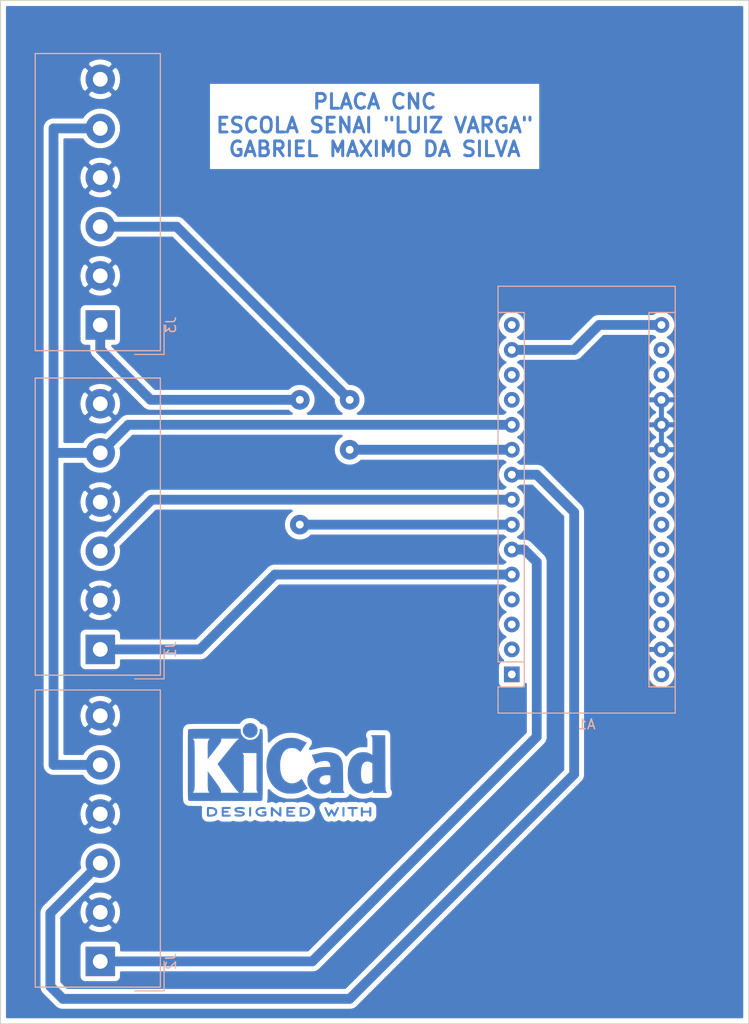
<source format=kicad_pcb>
(kicad_pcb (version 20171130) (host pcbnew "(5.1.4)-1")

  (general
    (thickness 1.6)
    (drawings 5)
    (tracks 42)
    (zones 0)
    (modules 5)
    (nets 27)
  )

  (page A4)
  (title_block
    (title "Placa CNC")
    (date 2019-11-08)
    (rev 1)
    (company SENAI)
    (comment 1 "Desenvolvido por GABRIEL MAXIMO DA SILVA")
  )

  (layers
    (0 F.Cu signal)
    (31 B.Cu signal)
    (32 B.Adhes user)
    (33 F.Adhes user)
    (34 B.Paste user)
    (35 F.Paste user)
    (36 B.SilkS user)
    (37 F.SilkS user)
    (38 B.Mask user)
    (39 F.Mask user)
    (40 Dwgs.User user)
    (41 Cmts.User user)
    (42 Eco1.User user)
    (43 Eco2.User user)
    (44 Edge.Cuts user)
    (45 Margin user)
    (46 B.CrtYd user)
    (47 F.CrtYd user)
    (48 B.Fab user)
    (49 F.Fab user)
  )

  (setup
    (last_trace_width 0.25)
    (user_trace_width 1)
    (trace_clearance 0.2)
    (zone_clearance 0.508)
    (zone_45_only no)
    (trace_min 0.2)
    (via_size 0.8)
    (via_drill 0.4)
    (via_min_size 0.4)
    (via_min_drill 0.3)
    (user_via 2 0.8)
    (uvia_size 0.3)
    (uvia_drill 0.1)
    (uvias_allowed no)
    (uvia_min_size 0.2)
    (uvia_min_drill 0.1)
    (edge_width 0.05)
    (segment_width 0.2)
    (pcb_text_width 0.3)
    (pcb_text_size 1.5 1.5)
    (mod_edge_width 0.12)
    (mod_text_size 1 1)
    (mod_text_width 0.15)
    (pad_size 1.524 1.524)
    (pad_drill 0.762)
    (pad_to_mask_clearance 0.051)
    (solder_mask_min_width 0.25)
    (aux_axis_origin 0 0)
    (visible_elements 7FFFFFFF)
    (pcbplotparams
      (layerselection 0x010fc_ffffffff)
      (usegerberextensions false)
      (usegerberattributes false)
      (usegerberadvancedattributes false)
      (creategerberjobfile false)
      (excludeedgelayer true)
      (linewidth 0.100000)
      (plotframeref false)
      (viasonmask false)
      (mode 1)
      (useauxorigin false)
      (hpglpennumber 1)
      (hpglpenspeed 20)
      (hpglpendiameter 15.000000)
      (psnegative false)
      (psa4output false)
      (plotreference true)
      (plotvalue true)
      (plotinvisibletext false)
      (padsonsilk false)
      (subtractmaskfromsilk false)
      (outputformat 1)
      (mirror false)
      (drillshape 1)
      (scaleselection 1)
      (outputdirectory ""))
  )

  (net 0 "")
  (net 1 Spindle)
  (net 2 Lim-Z)
  (net 3 "Net-(A1-Pad30)")
  (net 4 GND-Diver)
  (net 5 Lim-Y)
  (net 6 "Net-(A1-Pad28)")
  (net 7 Lim-x)
  (net 8 "Net-(A1-Pad27)")
  (net 9 Stepper)
  (net 10 "Net-(A1-Pad26)")
  (net 11 Dir-Z)
  (net 12 "Net-(A1-Pad25)")
  (net 13 Dir-Y)
  (net 14 "Net-(A1-Pad24)")
  (net 15 Dir-X)
  (net 16 "Net-(A1-Pad23)")
  (net 17 Step-Z)
  (net 18 "Net-(A1-Pad22)")
  (net 19 Step-Y)
  (net 20 Step-X)
  (net 21 "Net-(A1-Pad4)")
  (net 22 "Net-(A1-Pad3)")
  (net 23 "Net-(A1-Pad18)")
  (net 24 "Net-(A1-Pad2)")
  (net 25 "Net-(A1-Pad17)")
  (net 26 "Net-(A1-Pad1)")

  (net_class Default "Esta é a classe de rede padrão."
    (clearance 0.2)
    (trace_width 0.25)
    (via_dia 0.8)
    (via_drill 0.4)
    (uvia_dia 0.3)
    (uvia_drill 0.1)
    (add_net Dir-X)
    (add_net Dir-Y)
    (add_net Dir-Z)
    (add_net GND-Diver)
    (add_net Lim-Y)
    (add_net Lim-Z)
    (add_net Lim-x)
    (add_net "Net-(A1-Pad1)")
    (add_net "Net-(A1-Pad17)")
    (add_net "Net-(A1-Pad18)")
    (add_net "Net-(A1-Pad2)")
    (add_net "Net-(A1-Pad22)")
    (add_net "Net-(A1-Pad23)")
    (add_net "Net-(A1-Pad24)")
    (add_net "Net-(A1-Pad25)")
    (add_net "Net-(A1-Pad26)")
    (add_net "Net-(A1-Pad27)")
    (add_net "Net-(A1-Pad28)")
    (add_net "Net-(A1-Pad3)")
    (add_net "Net-(A1-Pad30)")
    (add_net "Net-(A1-Pad4)")
    (add_net Spindle)
    (add_net Step-X)
    (add_net Step-Y)
    (add_net Step-Z)
    (add_net Stepper)
  )

  (module Symbol:KiCad-Logo2_8mm_B.CU (layer F.Cu) (tedit 5DC965A9) (tstamp 5DC9D7AF)
    (at 130.81 124.46)
    (descr "KiCad Logo")
    (tags "Logo KiCad")
    (attr virtual)
    (fp_text reference REF** (at 0 -6.35) (layer F.SilkS) hide
      (effects (font (size 1 1) (thickness 0.15)))
    )
    (fp_text value KiCad-Logo2_8mm_B.CU (at 0 7.62) (layer F.Fab) hide
      (effects (font (size 1 1) (thickness 0.15)))
    )
    (fp_poly (pts (xy -7.974708 4.606409) (xy -7.922143 4.606944) (xy -7.768119 4.61066) (xy -7.639125 4.621699)
      (xy -7.530763 4.641246) (xy -7.438638 4.670483) (xy -7.358353 4.710597) (xy -7.285512 4.762769)
      (xy -7.259495 4.785433) (xy -7.216337 4.838462) (xy -7.177421 4.910421) (xy -7.147427 4.990184)
      (xy -7.131035 5.066625) (xy -7.129332 5.094872) (xy -7.140005 5.173174) (xy -7.168607 5.258705)
      (xy -7.210011 5.339663) (xy -7.259095 5.404246) (xy -7.267067 5.412038) (xy -7.3346 5.466808)
      (xy -7.408552 5.509563) (xy -7.493188 5.541423) (xy -7.592771 5.563508) (xy -7.711566 5.576938)
      (xy -7.853834 5.582834) (xy -7.919 5.583334) (xy -8.001855 5.582935) (xy -8.060123 5.581266)
      (xy -8.09927 5.577622) (xy -8.124763 5.571293) (xy -8.142068 5.561574) (xy -8.151344 5.553274)
      (xy -8.160106 5.543192) (xy -8.166979 5.530185) (xy -8.172192 5.510769) (xy -8.175973 5.48146)
      (xy -8.178551 5.438773) (xy -8.180154 5.379225) (xy -8.181011 5.29933) (xy -8.181351 5.195605)
      (xy -8.181403 5.094872) (xy -8.181734 4.960519) (xy -8.181662 4.853192) (xy -8.180384 4.801795)
      (xy -7.986019 4.801795) (xy -7.986019 5.387949) (xy -7.862025 5.387835) (xy -7.787415 5.385696)
      (xy -7.709272 5.380183) (xy -7.644074 5.372472) (xy -7.64209 5.372155) (xy -7.536717 5.346678)
      (xy -7.454986 5.307) (xy -7.392816 5.250538) (xy -7.353314 5.189406) (xy -7.328974 5.121593)
      (xy -7.330861 5.057919) (xy -7.359109 4.989665) (xy -7.414362 4.919056) (xy -7.490927 4.866735)
      (xy -7.590449 4.831763) (xy -7.656961 4.819386) (xy -7.732461 4.810694) (xy -7.812479 4.804404)
      (xy -7.880538 4.801788) (xy -7.884569 4.801776) (xy -7.986019 4.801795) (xy -8.180384 4.801795)
      (xy -8.17959 4.769881) (xy -8.173915 4.707579) (xy -8.163041 4.663275) (xy -8.145368 4.63396)
      (xy -8.119297 4.616625) (xy -8.083229 4.608261) (xy -8.035566 4.605859) (xy -7.974708 4.606409)) (layer B.Cu) (width 0.01))
    (fp_poly (pts (xy -6.099384 4.606516) (xy -6.006976 4.607012) (xy -5.937227 4.608165) (xy -5.886437 4.610244)
      (xy -5.850905 4.613515) (xy -5.826932 4.618247) (xy -5.810818 4.624707) (xy -5.798863 4.633163)
      (xy -5.794533 4.637055) (xy -5.768205 4.678404) (xy -5.763465 4.725916) (xy -5.780784 4.768095)
      (xy -5.788793 4.77662) (xy -5.801746 4.784885) (xy -5.822602 4.791261) (xy -5.85523 4.796059)
      (xy -5.903496 4.799588) (xy -5.971268 4.802158) (xy -6.062414 4.804081) (xy -6.145745 4.805251)
      (xy -6.475546 4.80931) (xy -6.48456 4.98215) (xy -6.260696 4.98215) (xy -6.163508 4.982989)
      (xy -6.092357 4.986496) (xy -6.043245 4.994159) (xy -6.012171 5.007467) (xy -5.995138 5.027905)
      (xy -5.988146 5.056963) (xy -5.987084 5.083931) (xy -5.990384 5.117021) (xy -6.002837 5.141404)
      (xy -6.028274 5.158353) (xy -6.070525 5.169143) (xy -6.13342 5.175048) (xy -6.220789 5.177341)
      (xy -6.268475 5.177535) (xy -6.48306 5.177535) (xy -6.48306 5.387949) (xy -6.152409 5.387949)
      (xy -6.044024 5.3881) (xy -5.961651 5.388778) (xy -5.901243 5.39032) (xy -5.858753 5.393063)
      (xy -5.830135 5.397345) (xy -5.811342 5.403503) (xy -5.798328 5.411873) (xy -5.791699 5.418008)
      (xy -5.768961 5.453813) (xy -5.76164 5.485641) (xy -5.772093 5.524518) (xy -5.791699 5.553274)
      (xy -5.802159 5.562327) (xy -5.815662 5.569357) (xy -5.83584 5.574618) (xy -5.866325 5.578365)
      (xy -5.910749 5.580854) (xy -5.972745 5.582339) (xy -6.055945 5.583075) (xy -6.163981 5.583318)
      (xy -6.220043 5.583334) (xy -6.340098 5.583227) (xy -6.433728 5.582739) (xy -6.504563 5.581613)
      (xy -6.556235 5.579595) (xy -6.592377 5.57643) (xy -6.616622 5.571863) (xy -6.632601 5.56564)
      (xy -6.643947 5.557504) (xy -6.648386 5.553274) (xy -6.657171 5.54316) (xy -6.664058 5.530112)
      (xy -6.669275 5.510634) (xy -6.673053 5.481228) (xy -6.675624 5.438398) (xy -6.677218 5.378648)
      (xy -6.678065 5.298481) (xy -6.678396 5.194401) (xy -6.678445 5.097492) (xy -6.6784 4.973387)
      (xy -6.678088 4.87583) (xy -6.677242 4.80131) (xy -6.675596 4.746315) (xy -6.672883 4.707334)
      (xy -6.668837 4.680857) (xy -6.663191 4.66337) (xy -6.65568 4.651364) (xy -6.646036 4.641327)
      (xy -6.64366 4.63909) (xy -6.632129 4.629183) (xy -6.618732 4.621512) (xy -6.59975 4.61579)
      (xy -6.571469 4.611732) (xy -6.530172 4.609052) (xy -6.472142 4.607466) (xy -6.393663 4.606688)
      (xy -6.29102 4.606432) (xy -6.21815 4.60641) (xy -6.099384 4.606516)) (layer B.Cu) (width 0.01))
    (fp_poly (pts (xy -4.739942 4.608121) (xy -4.640337 4.615084) (xy -4.547698 4.625959) (xy -4.467412 4.640338)
      (xy -4.404862 4.65781) (xy -4.365435 4.677966) (xy -4.359383 4.683899) (xy -4.338338 4.729939)
      (xy -4.34472 4.777204) (xy -4.377361 4.817642) (xy -4.378918 4.818801) (xy -4.398117 4.831261)
      (xy -4.418159 4.837813) (xy -4.446114 4.838608) (xy -4.489053 4.8338) (xy -4.554045 4.823539)
      (xy -4.559273 4.822675) (xy -4.656115 4.810778) (xy -4.760598 4.804909) (xy -4.865389 4.804852)
      (xy -4.963156 4.810391) (xy -5.046566 4.821309) (xy -5.108287 4.837389) (xy -5.112342 4.839005)
      (xy -5.157118 4.864093) (xy -5.17285 4.889482) (xy -5.160534 4.914451) (xy -5.121169 4.93828)
      (xy -5.055752 4.960246) (xy -4.96528 4.97963) (xy -4.904954 4.988962) (xy -4.779554 5.006913)
      (xy -4.679819 5.023323) (xy -4.6015 5.039612) (xy -4.540347 5.057202) (xy -4.492113 5.077513)
      (xy -4.452549 5.101967) (xy -4.417406 5.131984) (xy -4.389165 5.16146) (xy -4.355662 5.202531)
      (xy -4.339173 5.237846) (xy -4.334017 5.281357) (xy -4.33383 5.297292) (xy -4.337702 5.350169)
      (xy -4.353181 5.389507) (xy -4.379969 5.424424) (xy -4.434413 5.477798) (xy -4.495124 5.518502)
      (xy -4.566612 5.547864) (xy -4.65339 5.567211) (xy -4.759968 5.57787) (xy -4.890857 5.581169)
      (xy -4.912469 5.581113) (xy -4.999752 5.579304) (xy -5.086313 5.575193) (xy -5.162716 5.56937)
      (xy -5.219524 5.562425) (xy -5.224118 5.561628) (xy -5.280599 5.548248) (xy -5.328506 5.531346)
      (xy -5.355627 5.515895) (xy -5.380865 5.47513) (xy -5.382623 5.427662) (xy -5.360866 5.385359)
      (xy -5.355998 5.380576) (xy -5.335876 5.366363) (xy -5.310712 5.36024) (xy -5.271767 5.361282)
      (xy -5.224489 5.366698) (xy -5.171659 5.371537) (xy -5.097602 5.375619) (xy -5.011145 5.378582)
      (xy -4.921117 5.380061) (xy -4.897439 5.380158) (xy -4.807076 5.379794) (xy -4.740943 5.37804)
      (xy -4.693221 5.374287) (xy -4.658092 5.367927) (xy -4.629736 5.358351) (xy -4.612695 5.350375)
      (xy -4.57525 5.328229) (xy -4.551375 5.308172) (xy -4.547886 5.302487) (xy -4.555247 5.279009)
      (xy -4.590241 5.256281) (xy -4.650442 5.235334) (xy -4.733425 5.2172) (xy -4.757874 5.213161)
      (xy -4.885576 5.193103) (xy -4.987494 5.176338) (xy -5.06756 5.161647) (xy -5.129708 5.147812)
      (xy -5.177872 5.133615) (xy -5.215986 5.117837) (xy -5.247984 5.09926) (xy -5.277798 5.076666)
      (xy -5.309364 5.048837) (xy -5.319986 5.03908) (xy -5.357227 5.002666) (xy -5.376941 4.973816)
      (xy -5.384653 4.940802) (xy -5.385901 4.899199) (xy -5.372169 4.817615) (xy -5.331132 4.748298)
      (xy -5.263024 4.691472) (xy -5.168081 4.647361) (xy -5.100338 4.627576) (xy -5.026713 4.614797)
      (xy -4.938515 4.607568) (xy -4.84113 4.605479) (xy -4.739942 4.608121)) (layer B.Cu) (width 0.01))
    (fp_poly (pts (xy -3.717617 4.63647) (xy -3.708855 4.646552) (xy -3.701982 4.659559) (xy -3.696769 4.678975)
      (xy -3.692988 4.708284) (xy -3.69041 4.750971) (xy -3.688807 4.810519) (xy -3.687949 4.890414)
      (xy -3.68761 4.99414) (xy -3.687557 5.094872) (xy -3.68765 5.219816) (xy -3.688081 5.318185)
      (xy -3.689077 5.393465) (xy -3.690869 5.449138) (xy -3.693683 5.48869) (xy -3.69775 5.515605)
      (xy -3.703296 5.533367) (xy -3.710551 5.545461) (xy -3.717617 5.553274) (xy -3.761556 5.579476)
      (xy -3.808374 5.577125) (xy -3.850263 5.548548) (xy -3.859888 5.537391) (xy -3.867409 5.524447)
      (xy -3.873088 5.506136) (xy -3.877181 5.478882) (xy -3.879949 5.439104) (xy -3.88165 5.383226)
      (xy -3.882543 5.307668) (xy -3.882887 5.208852) (xy -3.882942 5.096978) (xy -3.882942 4.680192)
      (xy -3.846051 4.643301) (xy -3.800579 4.612264) (xy -3.75647 4.611145) (xy -3.717617 4.63647)) (layer B.Cu) (width 0.01))
    (fp_poly (pts (xy -2.421216 4.613776) (xy -2.329995 4.629082) (xy -2.259936 4.652875) (xy -2.214358 4.684204)
      (xy -2.201938 4.702078) (xy -2.189308 4.743649) (xy -2.197807 4.781256) (xy -2.224639 4.816919)
      (xy -2.26633 4.833603) (xy -2.326824 4.832248) (xy -2.373613 4.823209) (xy -2.477582 4.805987)
      (xy -2.583834 4.804351) (xy -2.702763 4.818329) (xy -2.735614 4.824252) (xy -2.846199 4.855431)
      (xy -2.932713 4.90181) (xy -2.994207 4.962599) (xy -3.029732 5.037008) (xy -3.037079 5.075478)
      (xy -3.03227 5.153527) (xy -3.00122 5.222581) (xy -2.94676 5.281293) (xy -2.871718 5.328317)
      (xy -2.778924 5.362307) (xy -2.671206 5.381918) (xy -2.551395 5.385805) (xy -2.422319 5.37262)
      (xy -2.415031 5.371376) (xy -2.363692 5.361814) (xy -2.335226 5.352578) (xy -2.322888 5.338873)
      (xy -2.319932 5.315906) (xy -2.319865 5.303743) (xy -2.319865 5.252683) (xy -2.411031 5.252683)
      (xy -2.491536 5.247168) (xy -2.546475 5.229594) (xy -2.57844 5.198417) (xy -2.590026 5.152094)
      (xy -2.590167 5.146048) (xy -2.583389 5.106453) (xy -2.560145 5.078181) (xy -2.516884 5.059471)
      (xy -2.450055 5.048564) (xy -2.385324 5.044554) (xy -2.291241 5.042253) (xy -2.222998 5.045764)
      (xy -2.176455 5.058719) (xy -2.147472 5.08475) (xy -2.131909 5.127491) (xy -2.125625 5.190574)
      (xy -2.12448 5.273428) (xy -2.126356 5.36591) (xy -2.132 5.428818) (xy -2.141436 5.462403)
      (xy -2.143267 5.465033) (xy -2.195079 5.506998) (xy -2.271044 5.540232) (xy -2.366346 5.564023)
      (xy -2.47617 5.577663) (xy -2.5957 5.580442) (xy -2.72012 5.571649) (xy -2.793297 5.560849)
      (xy -2.908074 5.528362) (xy -3.01475 5.47525) (xy -3.104065 5.406319) (xy -3.11764 5.392542)
      (xy -3.161746 5.334622) (xy -3.201543 5.26284) (xy -3.232381 5.187583) (xy -3.249611 5.119241)
      (xy -3.251688 5.092993) (xy -3.242847 5.038241) (xy -3.219349 4.970119) (xy -3.185703 4.898414)
      (xy -3.146418 4.832913) (xy -3.111709 4.789162) (xy -3.030557 4.724083) (xy -2.925652 4.672285)
      (xy -2.800754 4.634938) (xy -2.659621 4.613217) (xy -2.530279 4.607909) (xy -2.421216 4.613776)) (layer B.Cu) (width 0.01))
    (fp_poly (pts (xy -1.555874 4.612244) (xy -1.524499 4.630649) (xy -1.483476 4.660749) (xy -1.430678 4.70396)
      (xy -1.363979 4.761702) (xy -1.281253 4.835392) (xy -1.180374 4.926448) (xy -1.064895 5.031138)
      (xy -0.824421 5.249207) (xy -0.816906 4.956508) (xy -0.814193 4.855754) (xy -0.811576 4.780722)
      (xy -0.808474 4.727084) (xy -0.80431 4.69051) (xy -0.798505 4.666671) (xy -0.790478 4.651238)
      (xy -0.779651 4.639882) (xy -0.77391 4.63511) (xy -0.727937 4.609877) (xy -0.684191 4.613566)
      (xy -0.649489 4.635123) (xy -0.614007 4.663835) (xy -0.609594 5.08315) (xy -0.608373 5.206471)
      (xy -0.607751 5.303348) (xy -0.607944 5.377394) (xy -0.609168 5.432221) (xy -0.611638 5.471443)
      (xy -0.615568 5.498673) (xy -0.621174 5.517523) (xy -0.628672 5.531605) (xy -0.636987 5.542899)
      (xy -0.654976 5.563846) (xy -0.672875 5.577731) (xy -0.693166 5.58306) (xy -0.718332 5.57834)
      (xy -0.750854 5.562077) (xy -0.793217 5.532777) (xy -0.847902 5.488946) (xy -0.917391 5.429091)
      (xy -1.004169 5.351718) (xy -1.102469 5.262814) (xy -1.455664 4.942435) (xy -1.463179 5.234177)
      (xy -1.465897 5.334747) (xy -1.468521 5.409604) (xy -1.471633 5.463084) (xy -1.475816 5.499526)
      (xy -1.481651 5.523268) (xy -1.48972 5.538646) (xy -1.500605 5.55) (xy -1.506175 5.554626)
      (xy -1.55541 5.580042) (xy -1.601931 5.576209) (xy -1.642443 5.543733) (xy -1.65171 5.530667)
      (xy -1.658933 5.515409) (xy -1.664366 5.494296) (xy -1.668262 5.463669) (xy -1.670875 5.419866)
      (xy -1.672461 5.359227) (xy -1.673272 5.278091) (xy -1.673562 5.172797) (xy -1.673593 5.094872)
      (xy -1.673495 4.972988) (xy -1.673033 4.877503) (xy -1.671951 4.804755) (xy -1.669997 4.751083)
      (xy -1.666916 4.712827) (xy -1.662454 4.686327) (xy -1.656357 4.66792) (xy -1.648371 4.653948)
      (xy -1.642443 4.646011) (xy -1.627416 4.627212) (xy -1.613372 4.613017) (xy -1.598184 4.604846)
      (xy -1.579727 4.604116) (xy -1.555874 4.612244)) (layer B.Cu) (width 0.01))
    (fp_poly (pts (xy 0.481716 4.606667) (xy 0.583377 4.607884) (xy 0.661282 4.61073) (xy 0.718581 4.615874)
      (xy 0.758427 4.623984) (xy 0.783968 4.635731) (xy 0.798357 4.651782) (xy 0.804745 4.672808)
      (xy 0.806281 4.699476) (xy 0.806289 4.702626) (xy 0.804955 4.73279) (xy 0.798651 4.756103)
      (xy 0.783922 4.773506) (xy 0.757315 4.78594) (xy 0.715374 4.794345) (xy 0.654646 4.799665)
      (xy 0.571676 4.802839) (xy 0.463011 4.804809) (xy 0.429705 4.805245) (xy 0.107413 4.80931)
      (xy 0.102906 4.89573) (xy 0.098398 4.98215) (xy 0.322263 4.98215) (xy 0.409721 4.982473)
      (xy 0.472169 4.983837) (xy 0.514654 4.986839) (xy 0.542223 4.992073) (xy 0.559922 5.000135)
      (xy 0.572797 5.01162) (xy 0.57288 5.011711) (xy 0.59623 5.056471) (xy 0.595386 5.104847)
      (xy 0.570879 5.146086) (xy 0.566029 5.150325) (xy 0.548815 5.161249) (xy 0.525226 5.168849)
      (xy 0.490007 5.173697) (xy 0.4379 5.176366) (xy 0.36365 5.177428) (xy 0.316162 5.177535)
      (xy 0.099898 5.177535) (xy 0.099898 5.387949) (xy 0.42822 5.387949) (xy 0.536618 5.388139)
      (xy 0.618935 5.388914) (xy 0.679149 5.390584) (xy 0.721235 5.393458) (xy 0.749171 5.397847)
      (xy 0.766934 5.404059) (xy 0.7785 5.412404) (xy 0.781415 5.415434) (xy 0.802936 5.457434)
      (xy 0.80451 5.505214) (xy 0.786855 5.546642) (xy 0.772885 5.559937) (xy 0.758354 5.567256)
      (xy 0.735838 5.572919) (xy 0.701776 5.577123) (xy 0.652607 5.580068) (xy 0.584768 5.581951)
      (xy 0.494698 5.58297) (xy 0.378837 5.583325) (xy 0.352643 5.583334) (xy 0.234839 5.583256)
      (xy 0.143396 5.582831) (xy 0.074614 5.581766) (xy 0.024796 5.579769) (xy -0.00976 5.57655)
      (xy -0.03275 5.571816) (xy -0.047874 5.565277) (xy -0.058831 5.556641) (xy -0.064842 5.55044)
      (xy -0.07389 5.539457) (xy -0.080958 5.525852) (xy -0.086291 5.506056) (xy -0.090132 5.476502)
      (xy -0.092725 5.433621) (xy -0.094313 5.373845) (xy -0.095139 5.293607) (xy -0.095448 5.189339)
      (xy -0.095486 5.10158) (xy -0.095392 4.978608) (xy -0.094943 4.882069) (xy -0.093892 4.808339)
      (xy -0.09199 4.75379) (xy -0.088991 4.714799) (xy -0.084645 4.687739) (xy -0.078706 4.668984)
      (xy -0.070925 4.65491) (xy -0.064336 4.646011) (xy -0.033186 4.60641) (xy 0.353148 4.60641)
      (xy 0.481716 4.606667)) (layer B.Cu) (width 0.01))
    (fp_poly (pts (xy 1.530783 4.606687) (xy 1.702501 4.612493) (xy 1.848555 4.630101) (xy 1.971353 4.660563)
      (xy 2.073303 4.704935) (xy 2.156814 4.764271) (xy 2.224293 4.839624) (xy 2.278149 4.93205)
      (xy 2.279208 4.934304) (xy 2.311349 5.017024) (xy 2.322801 5.090284) (xy 2.31352 5.164012)
      (xy 2.283461 5.248135) (xy 2.277761 5.260937) (xy 2.238885 5.335862) (xy 2.195195 5.393757)
      (xy 2.138806 5.442972) (xy 2.061838 5.491857) (xy 2.057366 5.494409) (xy 1.990363 5.526595)
      (xy 1.914631 5.550632) (xy 1.825304 5.567351) (xy 1.717515 5.577579) (xy 1.586398 5.582146)
      (xy 1.540072 5.582543) (xy 1.319476 5.583334) (xy 1.288326 5.543733) (xy 1.279086 5.530711)
      (xy 1.271878 5.515504) (xy 1.26645 5.494466) (xy 1.262551 5.46395) (xy 1.259929 5.420311)
      (xy 1.259074 5.387949) (xy 1.467591 5.387949) (xy 1.592582 5.387949) (xy 1.665723 5.38581)
      (xy 1.740807 5.380181) (xy 1.80243 5.372243) (xy 1.806149 5.371575) (xy 1.915599 5.342212)
      (xy 2.000494 5.298097) (xy 2.063518 5.237183) (xy 2.10736 5.157424) (xy 2.114983 5.136284)
      (xy 2.122456 5.103362) (xy 2.119221 5.070836) (xy 2.103479 5.027564) (xy 2.09399 5.006307)
      (xy 2.062917 4.94982) (xy 2.025479 4.910191) (xy 1.984287 4.882594) (xy 1.901776 4.846682)
      (xy 1.796179 4.820668) (xy 1.673164 4.805688) (xy 1.58407 4.802392) (xy 1.467591 4.801795)
      (xy 1.467591 5.387949) (xy 1.259074 5.387949) (xy 1.258332 5.3599) (xy 1.25751 5.279072)
      (xy 1.25721 5.174181) (xy 1.257176 5.092162) (xy 1.257176 4.680192) (xy 1.294067 4.643301)
      (xy 1.31044 4.628348) (xy 1.328143 4.618108) (xy 1.352865 4.611701) (xy 1.390294 4.608247)
      (xy 1.446119 4.606867) (xy 1.526028 4.606681) (xy 1.530783 4.606687)) (layer B.Cu) (width 0.01))
    (fp_poly (pts (xy 5.160547 4.60903) (xy 5.186628 4.61835) (xy 5.187634 4.618806) (xy 5.223052 4.645834)
      (xy 5.242566 4.673636) (xy 5.246384 4.686672) (xy 5.246195 4.703992) (xy 5.240822 4.728667)
      (xy 5.229088 4.763764) (xy 5.209813 4.812353) (xy 5.181822 4.877502) (xy 5.143936 4.962281)
      (xy 5.094978 5.069759) (xy 5.068031 5.128503) (xy 5.01937 5.233373) (xy 4.97369 5.329814)
      (xy 4.932734 5.414298) (xy 4.898246 5.4833) (xy 4.871969 5.533294) (xy 4.855646 5.560754)
      (xy 4.852416 5.564547) (xy 4.811089 5.58128) (xy 4.764409 5.579039) (xy 4.72697 5.558687)
      (xy 4.725444 5.557032) (xy 4.710551 5.534486) (xy 4.685569 5.490571) (xy 4.653579 5.43094)
      (xy 4.61766 5.361246) (xy 4.604752 5.335563) (xy 4.507314 5.140397) (xy 4.401106 5.352407)
      (xy 4.363197 5.425661) (xy 4.328027 5.48919) (xy 4.298468 5.538131) (xy 4.277394 5.567622)
      (xy 4.270252 5.573876) (xy 4.214738 5.582345) (xy 4.168929 5.564547) (xy 4.155454 5.545525)
      (xy 4.132136 5.503249) (xy 4.100877 5.44188) (xy 4.06358 5.365576) (xy 4.022146 5.278499)
      (xy 3.978478 5.184807) (xy 3.934478 5.088661) (xy 3.892048 4.994221) (xy 3.85309 4.905645)
      (xy 3.819507 4.827096) (xy 3.793201 4.762731) (xy 3.776074 4.716711) (xy 3.770029 4.693197)
      (xy 3.770091 4.692345) (xy 3.7848 4.662756) (xy 3.814202 4.63262) (xy 3.815933 4.631308)
      (xy 3.85207 4.610882) (xy 3.885494 4.61108) (xy 3.898022 4.614931) (xy 3.913287 4.623253)
      (xy 3.929498 4.639625) (xy 3.948599 4.667442) (xy 3.972535 4.7101) (xy 4.003251 4.770995)
      (xy 4.042691 4.853525) (xy 4.078258 4.929707) (xy 4.119177 5.018014) (xy 4.155844 5.097426)
      (xy 4.186354 5.163796) (xy 4.208802 5.212975) (xy 4.221283 5.240813) (xy 4.223103 5.245168)
      (xy 4.23129 5.238049) (xy 4.250105 5.208241) (xy 4.277046 5.160096) (xy 4.309608 5.097963)
      (xy 4.322566 5.072328) (xy 4.36646 4.985765) (xy 4.400311 4.922725) (xy 4.426897 4.879542)
      (xy 4.448995 4.852552) (xy 4.469384 4.838088) (xy 4.49084 4.832487) (xy 4.504823 4.831854)
      (xy 4.529488 4.83404) (xy 4.551102 4.843079) (xy 4.572578 4.862697) (xy 4.59683 4.896617)
      (xy 4.62677 4.948562) (xy 4.665313 5.022258) (xy 4.686578 5.06418) (xy 4.721072 5.130994)
      (xy 4.751156 5.186401) (xy 4.774177 5.225727) (xy 4.78748 5.244296) (xy 4.789289 5.245069)
      (xy 4.79788 5.230455) (xy 4.817114 5.192507) (xy 4.845065 5.135196) (xy 4.879807 5.062496)
      (xy 4.919413 4.978376) (xy 4.938896 4.936594) (xy 4.98958 4.828763) (xy 5.030393 4.74579)
      (xy 5.063454 4.684966) (xy 5.090881 4.643585) (xy 5.114792 4.61894) (xy 5.137308 4.608324)
      (xy 5.160547 4.60903)) (layer B.Cu) (width 0.01))
    (fp_poly (pts (xy 5.751604 4.615477) (xy 5.783174 4.635142) (xy 5.818656 4.663873) (xy 5.818656 5.091966)
      (xy 5.818543 5.21719) (xy 5.818059 5.315847) (xy 5.816986 5.39143) (xy 5.815108 5.447433)
      (xy 5.812206 5.487347) (xy 5.808063 5.514666) (xy 5.802462 5.532881) (xy 5.795185 5.545486)
      (xy 5.790024 5.551696) (xy 5.748168 5.57898) (xy 5.700505 5.577867) (xy 5.658753 5.554602)
      (xy 5.623271 5.525871) (xy 5.623271 4.663873) (xy 5.658753 4.635142) (xy 5.692998 4.614242)
      (xy 5.720963 4.60641) (xy 5.751604 4.615477)) (layer B.Cu) (width 0.01))
    (fp_poly (pts (xy 6.782677 4.606539) (xy 6.887465 4.607043) (xy 6.968799 4.608096) (xy 7.02998 4.609876)
      (xy 7.074311 4.612557) (xy 7.105094 4.616314) (xy 7.125631 4.621325) (xy 7.139225 4.627763)
      (xy 7.145803 4.632712) (xy 7.179944 4.676029) (xy 7.184074 4.721003) (xy 7.162976 4.76186)
      (xy 7.149179 4.778186) (xy 7.134332 4.789318) (xy 7.112815 4.79625) (xy 7.079008 4.799977)
      (xy 7.027292 4.801494) (xy 6.952047 4.801794) (xy 6.937269 4.801795) (xy 6.742975 4.801795)
      (xy 6.742975 5.162505) (xy 6.742847 5.276201) (xy 6.742266 5.363685) (xy 6.740936 5.428802)
      (xy 6.73856 5.475398) (xy 6.734844 5.507319) (xy 6.729492 5.528412) (xy 6.722207 5.542523)
      (xy 6.712916 5.553274) (xy 6.669071 5.579696) (xy 6.6233 5.577614) (xy 6.58179 5.547469)
      (xy 6.578741 5.543733) (xy 6.568812 5.52961) (xy 6.561248 5.513086) (xy 6.555729 5.490146)
      (xy 6.551933 5.456773) (xy 6.549542 5.408955) (xy 6.548234 5.342674) (xy 6.547691 5.253918)
      (xy 6.547591 5.152963) (xy 6.547591 4.801795) (xy 6.36205 4.801795) (xy 6.282427 4.801256)
      (xy 6.227304 4.799157) (xy 6.191132 4.794771) (xy 6.168362 4.787376) (xy 6.153447 4.776245)
      (xy 6.151636 4.77431) (xy 6.129858 4.730057) (xy 6.131784 4.680029) (xy 6.156821 4.63647)
      (xy 6.166504 4.62802) (xy 6.178988 4.621321) (xy 6.197603 4.616169) (xy 6.225677 4.612361)
      (xy 6.266541 4.609697) (xy 6.323522 4.607972) (xy 6.399952 4.606984) (xy 6.499157 4.606532)
      (xy 6.624469 4.606412) (xy 6.651133 4.60641) (xy 6.782677 4.606539)) (layer B.Cu) (width 0.01))
    (fp_poly (pts (xy 8.467859 4.613688) (xy 8.509635 4.643301) (xy 8.546525 4.680192) (xy 8.546525 5.092162)
      (xy 8.546429 5.214486) (xy 8.545972 5.310398) (xy 8.544903 5.383544) (xy 8.542971 5.43757)
      (xy 8.539923 5.476123) (xy 8.535509 5.502848) (xy 8.529476 5.521394) (xy 8.521574 5.535405)
      (xy 8.515375 5.543733) (xy 8.474461 5.576449) (xy 8.427482 5.58) (xy 8.384544 5.559937)
      (xy 8.370356 5.548092) (xy 8.360872 5.532358) (xy 8.355151 5.507022) (xy 8.352253 5.46637)
      (xy 8.351238 5.404688) (xy 8.351141 5.357038) (xy 8.351141 5.177535) (xy 7.689839 5.177535)
      (xy 7.689839 5.340833) (xy 7.689155 5.415505) (xy 7.686419 5.466824) (xy 7.680604 5.501477)
      (xy 7.670684 5.526155) (xy 7.658689 5.543733) (xy 7.617546 5.576357) (xy 7.571017 5.58022)
      (xy 7.526473 5.557032) (xy 7.514312 5.544876) (xy 7.505723 5.528761) (xy 7.500058 5.50366)
      (xy 7.496669 5.464544) (xy 7.494908 5.406386) (xy 7.494128 5.324158) (xy 7.494036 5.305286)
      (xy 7.493392 5.150357) (xy 7.49306 5.022674) (xy 7.493168 4.919427) (xy 7.493845 4.837803)
      (xy 7.495218 4.774992) (xy 7.497416 4.728181) (xy 7.500566 4.694559) (xy 7.504798 4.671315)
      (xy 7.510238 4.655636) (xy 7.517015 4.644711) (xy 7.524514 4.63647) (xy 7.566933 4.610107)
      (xy 7.611172 4.613688) (xy 7.652948 4.643301) (xy 7.669853 4.662407) (xy 7.680629 4.683511)
      (xy 7.686641 4.713568) (xy 7.689256 4.759533) (xy 7.689839 4.82836) (xy 7.689839 4.98215)
      (xy 8.351141 4.98215) (xy 8.351141 4.824339) (xy 8.351816 4.751636) (xy 8.354526 4.702545)
      (xy 8.360301 4.670636) (xy 8.370169 4.649478) (xy 8.3812 4.63647) (xy 8.423619 4.610107)
      (xy 8.467859 4.613688)) (layer B.Cu) (width 0.01))
    (fp_poly (pts (xy -3.602318 -3.916067) (xy -3.466071 -3.868828) (xy -3.339221 -3.794473) (xy -3.225933 -3.693013)
      (xy -3.130372 -3.564457) (xy -3.087446 -3.483428) (xy -3.050295 -3.370092) (xy -3.032288 -3.239249)
      (xy -3.034283 -3.104735) (xy -3.056423 -2.982842) (xy -3.116936 -2.833893) (xy -3.204686 -2.704691)
      (xy -3.315212 -2.597777) (xy -3.444054 -2.515694) (xy -3.586753 -2.460984) (xy -3.738849 -2.43619)
      (xy -3.895881 -2.443853) (xy -3.973286 -2.460228) (xy -4.124141 -2.518911) (xy -4.258125 -2.608457)
      (xy -4.372006 -2.726107) (xy -4.462552 -2.869098) (xy -4.470212 -2.884714) (xy -4.496694 -2.943314)
      (xy -4.513322 -2.992666) (xy -4.52235 -3.04473) (xy -4.526032 -3.111461) (xy -4.526643 -3.184071)
      (xy -4.525633 -3.271309) (xy -4.521072 -3.334376) (xy -4.510666 -3.385364) (xy -4.492121 -3.436367)
      (xy -4.46923 -3.486687) (xy -4.383846 -3.62953) (xy -4.278699 -3.74519) (xy -4.157955 -3.833675)
      (xy -4.025779 -3.894995) (xy -3.886337 -3.929161) (xy -3.743795 -3.936182) (xy -3.602318 -3.916067)) (layer B.Cu) (width 0.01))
    (fp_poly (pts (xy 9.041571 -2.699911) (xy 9.195876 -2.699277) (xy 9.248321 -2.698958) (xy 9.9695 -2.694214)
      (xy 9.978571 0.072572) (xy 9.979769 0.447756) (xy 9.980832 0.788417) (xy 9.981827 1.096318)
      (xy 9.982823 1.373221) (xy 9.983888 1.620888) (xy 9.985091 1.841081) (xy 9.986499 2.035562)
      (xy 9.988182 2.206094) (xy 9.990206 2.35444) (xy 9.992641 2.482361) (xy 9.995554 2.59162)
      (xy 9.999015 2.683979) (xy 10.00309 2.7612) (xy 10.007849 2.825046) (xy 10.01336 2.877278)
      (xy 10.019691 2.91966) (xy 10.02691 2.953953) (xy 10.035085 2.98192) (xy 10.044285 3.005324)
      (xy 10.054577 3.025925) (xy 10.066031 3.045487) (xy 10.078715 3.065772) (xy 10.092695 3.088543)
      (xy 10.095561 3.093393) (xy 10.14364 3.175433) (xy 8.753928 3.165929) (xy 8.744857 3.013295)
      (xy 8.739918 2.940045) (xy 8.734771 2.897696) (xy 8.727786 2.880892) (xy 8.717337 2.884277)
      (xy 8.708571 2.89396) (xy 8.670388 2.929229) (xy 8.608155 2.974563) (xy 8.530641 3.024546)
      (xy 8.446613 3.073761) (xy 8.364839 3.116791) (xy 8.302052 3.145101) (xy 8.154954 3.191624)
      (xy 7.98618 3.224579) (xy 7.808191 3.242707) (xy 7.633447 3.24475) (xy 7.474407 3.229447)
      (xy 7.471788 3.229009) (xy 7.254168 3.174402) (xy 7.050455 3.087401) (xy 6.862613 2.969876)
      (xy 6.692607 2.823697) (xy 6.542402 2.650734) (xy 6.413964 2.452857) (xy 6.309257 2.231936)
      (xy 6.252246 2.068286) (xy 6.214651 1.931375) (xy 6.186771 1.798798) (xy 6.167753 1.662502)
      (xy 6.156745 1.514433) (xy 6.152895 1.346537) (xy 6.1546 1.20944) (xy 7.493359 1.20944)
      (xy 7.499694 1.439329) (xy 7.519679 1.637111) (xy 7.553927 1.804539) (xy 7.603055 1.943369)
      (xy 7.667676 2.055358) (xy 7.748405 2.142259) (xy 7.841591 2.203692) (xy 7.89008 2.226626)
      (xy 7.932134 2.240375) (xy 7.97902 2.246666) (xy 8.042004 2.247222) (xy 8.109857 2.244773)
      (xy 8.243295 2.233004) (xy 8.348832 2.209955) (xy 8.382 2.19841) (xy 8.457735 2.164311)
      (xy 8.537614 2.121491) (xy 8.5725 2.100057) (xy 8.663214 2.040556) (xy 8.663214 0.154584)
      (xy 8.563428 0.094771) (xy 8.424267 0.027185) (xy 8.282087 -0.012786) (xy 8.14209 -0.025378)
      (xy 8.009474 -0.010827) (xy 7.88944 0.030632) (xy 7.787188 0.098763) (xy 7.754195 0.131466)
      (xy 7.674667 0.238619) (xy 7.610299 0.368327) (xy 7.560553 0.522814) (xy 7.524891 0.704302)
      (xy 7.502775 0.915015) (xy 7.493667 1.157175) (xy 7.493359 1.20944) (xy 6.1546 1.20944)
      (xy 6.15531 1.152374) (xy 6.170605 0.853713) (xy 6.201358 0.584325) (xy 6.248381 0.340285)
      (xy 6.312482 0.11767) (xy 6.394472 -0.087444) (xy 6.42373 -0.148254) (xy 6.541581 -0.34656)
      (xy 6.683996 -0.522788) (xy 6.847629 -0.674092) (xy 7.029131 -0.797629) (xy 7.225153 -0.890553)
      (xy 7.342655 -0.928885) (xy 7.458054 -0.951641) (xy 7.596907 -0.96518) (xy 7.747574 -0.969508)
      (xy 7.898413 -0.964632) (xy 8.037785 -0.950556) (xy 8.149691 -0.928475) (xy 8.282884 -0.885172)
      (xy 8.411979 -0.829489) (xy 8.524928 -0.767064) (xy 8.585043 -0.724697) (xy 8.62651 -0.693193)
      (xy 8.655545 -0.67401) (xy 8.66215 -0.671286) (xy 8.664198 -0.688837) (xy 8.666107 -0.739125)
      (xy 8.667836 -0.8186) (xy 8.669341 -0.923714) (xy 8.670581 -1.050917) (xy 8.671513 -1.196661)
      (xy 8.672095 -1.357397) (xy 8.672286 -1.521116) (xy 8.672179 -1.730812) (xy 8.671658 -1.907604)
      (xy 8.670416 -2.054874) (xy 8.668148 -2.176003) (xy 8.66455 -2.274373) (xy 8.659317 -2.353366)
      (xy 8.652144 -2.416362) (xy 8.642726 -2.466745) (xy 8.630758 -2.507895) (xy 8.615935 -2.543194)
      (xy 8.597952 -2.576023) (xy 8.576505 -2.609765) (xy 8.573745 -2.613943) (xy 8.546083 -2.657644)
      (xy 8.529382 -2.687695) (xy 8.527143 -2.694033) (xy 8.544643 -2.696033) (xy 8.594574 -2.69766)
      (xy 8.673085 -2.698888) (xy 8.776323 -2.699689) (xy 8.900436 -2.700039) (xy 9.041571 -2.699911)) (layer B.Cu) (width 0.01))
    (fp_poly (pts (xy 4.185632 -0.97227) (xy 4.275523 -0.965465) (xy 4.532715 -0.931247) (xy 4.760485 -0.876669)
      (xy 4.959943 -0.80098) (xy 5.132197 -0.70343) (xy 5.278359 -0.583268) (xy 5.399536 -0.439742)
      (xy 5.496839 -0.272102) (xy 5.567891 -0.090714) (xy 5.585927 -0.032854) (xy 5.601632 0.021329)
      (xy 5.615192 0.074752) (xy 5.626792 0.130333) (xy 5.636617 0.190988) (xy 5.644853 0.259635)
      (xy 5.651684 0.33919) (xy 5.657295 0.432572) (xy 5.661872 0.542696) (xy 5.6656 0.672481)
      (xy 5.668665 0.824842) (xy 5.67125 1.002698) (xy 5.673542 1.208965) (xy 5.675725 1.446561)
      (xy 5.677286 1.632857) (xy 5.687785 2.911929) (xy 5.755821 3.035018) (xy 5.788038 3.094317)
      (xy 5.812012 3.140377) (xy 5.82345 3.164893) (xy 5.823857 3.166553) (xy 5.806375 3.168454)
      (xy 5.756574 3.170205) (xy 5.678421 3.171758) (xy 5.575882 3.173062) (xy 5.452922 3.17407)
      (xy 5.31351 3.174731) (xy 5.161611 3.174997) (xy 5.1435 3.175) (xy 4.463143 3.175)
      (xy 4.463143 3.020786) (xy 4.461982 2.951094) (xy 4.458887 2.897794) (xy 4.454432 2.869217)
      (xy 4.452463 2.866572) (xy 4.434455 2.877653) (xy 4.397393 2.906736) (xy 4.349222 2.947579)
      (xy 4.348141 2.948524) (xy 4.260235 3.013971) (xy 4.149217 3.079688) (xy 4.027631 3.139219)
      (xy 3.908021 3.186109) (xy 3.855357 3.202133) (xy 3.750551 3.222485) (xy 3.62195 3.235472)
      (xy 3.481325 3.240909) (xy 3.340448 3.238611) (xy 3.211093 3.228392) (xy 3.120571 3.213689)
      (xy 2.89858 3.148499) (xy 2.698729 3.055594) (xy 2.522319 2.936126) (xy 2.37065 2.791247)
      (xy 2.245024 2.62211) (xy 2.146741 2.429867) (xy 2.104341 2.313214) (xy 2.077768 2.199833)
      (xy 2.060158 2.063722) (xy 2.05201 1.917437) (xy 2.052278 1.896151) (xy 3.279321 1.896151)
      (xy 3.289496 2.00485) (xy 3.323378 2.095185) (xy 3.386 2.178995) (xy 3.410052 2.203571)
      (xy 3.495551 2.270011) (xy 3.594373 2.312574) (xy 3.712768 2.333177) (xy 3.837445 2.334694)
      (xy 3.955698 2.324677) (xy 4.046239 2.305085) (xy 4.08556 2.29037) (xy 4.156432 2.250265)
      (xy 4.231525 2.193863) (xy 4.300038 2.130561) (xy 4.351172 2.069755) (xy 4.36475 2.047449)
      (xy 4.375305 2.016212) (xy 4.38281 1.966507) (xy 4.387613 1.893587) (xy 4.390065 1.792703)
      (xy 4.390571 1.696689) (xy 4.390228 1.58475) (xy 4.388843 1.503809) (xy 4.385881 1.448585)
      (xy 4.380808 1.413794) (xy 4.37309 1.394154) (xy 4.362192 1.38438) (xy 4.358821 1.382824)
      (xy 4.329529 1.378029) (xy 4.271756 1.374108) (xy 4.193304 1.371414) (xy 4.101974 1.370299)
      (xy 4.082143 1.370298) (xy 3.960063 1.372246) (xy 3.865749 1.378041) (xy 3.790807 1.388475)
      (xy 3.728903 1.403714) (xy 3.575349 1.461784) (xy 3.454932 1.533179) (xy 3.36661 1.619039)
      (xy 3.309339 1.720507) (xy 3.282078 1.838725) (xy 3.279321 1.896151) (xy 2.052278 1.896151)
      (xy 2.053823 1.773533) (xy 2.066096 1.644565) (xy 2.07567 1.59246) (xy 2.136801 1.398997)
      (xy 2.229757 1.220993) (xy 2.352783 1.060155) (xy 2.504124 0.91819) (xy 2.682025 0.796806)
      (xy 2.884732 0.697709) (xy 3.057071 0.637533) (xy 3.172253 0.605919) (xy 3.282423 0.581354)
      (xy 3.394719 0.563039) (xy 3.516275 0.550178) (xy 3.654229 0.541972) (xy 3.815715 0.537624)
      (xy 3.961715 0.5364) (xy 4.394645 0.535215) (xy 4.386351 0.40508) (xy 4.362801 0.263883)
      (xy 4.312703 0.142518) (xy 4.238191 0.044017) (xy 4.141399 -0.028591) (xy 4.056171 -0.064021)
      (xy 3.934056 -0.08635) (xy 3.788683 -0.089557) (xy 3.626867 -0.074823) (xy 3.455422 -0.04333)
      (xy 3.281163 0.00374) (xy 3.110904 0.065203) (xy 2.987176 0.121417) (xy 2.927647 0.150283)
      (xy 2.882242 0.170443) (xy 2.85915 0.17831) (xy 2.857897 0.178058) (xy 2.849929 0.160437)
      (xy 2.830031 0.113733) (xy 2.800077 0.042418) (xy 2.761939 -0.049031) (xy 2.717488 -0.156141)
      (xy 2.672305 -0.265451) (xy 2.491667 -0.70326) (xy 2.620155 -0.724364) (xy 2.675846 -0.734953)
      (xy 2.759564 -0.752737) (xy 2.864139 -0.776102) (xy 2.982399 -0.803435) (xy 3.107172 -0.833119)
      (xy 3.156857 -0.845182) (xy 3.371807 -0.895038) (xy 3.559995 -0.932416) (xy 3.728446 -0.958073)
      (xy 3.884186 -0.972765) (xy 4.03424 -0.977245) (xy 4.185632 -0.97227)) (layer B.Cu) (width 0.01))
    (fp_poly (pts (xy 0.581378 -2.430769) (xy 0.777019 -2.409351) (xy 0.966562 -2.371015) (xy 1.157717 -2.313762)
      (xy 1.358196 -2.235591) (xy 1.575708 -2.134504) (xy 1.61488 -2.114924) (xy 1.704772 -2.070638)
      (xy 1.789553 -2.030761) (xy 1.860855 -1.999102) (xy 1.91031 -1.979468) (xy 1.917908 -1.976996)
      (xy 1.990714 -1.955183) (xy 1.664803 -1.481056) (xy 1.585123 -1.365177) (xy 1.512272 -1.259306)
      (xy 1.44873 -1.167038) (xy 1.396972 -1.091967) (xy 1.359477 -1.037687) (xy 1.338723 -1.007793)
      (xy 1.335351 -1.003059) (xy 1.321655 -1.012958) (xy 1.287943 -1.042715) (xy 1.240244 -1.086927)
      (xy 1.21392 -1.111916) (xy 1.064772 -1.230544) (xy 0.897268 -1.320687) (xy 0.752928 -1.370064)
      (xy 0.666283 -1.385571) (xy 0.557796 -1.395021) (xy 0.440227 -1.398239) (xy 0.326334 -1.395049)
      (xy 0.228879 -1.385276) (xy 0.18999 -1.377791) (xy 0.014712 -1.317488) (xy -0.143235 -1.22541)
      (xy -0.283732 -1.101727) (xy -0.406665 -0.946607) (xy -0.511915 -0.760219) (xy -0.599365 -0.54273)
      (xy -0.6689 -0.294308) (xy -0.710225 -0.081643) (xy -0.721006 0.012241) (xy -0.728352 0.133524)
      (xy -0.732333 0.273493) (xy -0.733021 0.423431) (xy -0.730486 0.574622) (xy -0.7248 0.718351)
      (xy -0.716033 0.845903) (xy -0.704256 0.948562) (xy -0.701707 0.964401) (xy -0.645519 1.219536)
      (xy -0.568964 1.445342) (xy -0.471574 1.642831) (xy -0.352886 1.813014) (xy -0.268637 1.905022)
      (xy -0.11723 2.029943) (xy 0.048817 2.12254) (xy 0.226701 2.182309) (xy 0.413622 2.208746)
      (xy 0.606778 2.201348) (xy 0.803369 2.159611) (xy 0.919597 2.118771) (xy 1.080438 2.03699)
      (xy 1.246213 1.919678) (xy 1.339073 1.840345) (xy 1.391214 1.794429) (xy 1.43218 1.760742)
      (xy 1.455498 1.74451) (xy 1.458393 1.744015) (xy 1.4688 1.760601) (xy 1.495767 1.804432)
      (xy 1.536996 1.871748) (xy 1.590189 1.958794) (xy 1.65305 2.06181) (xy 1.723281 2.177041)
      (xy 1.762372 2.241231) (xy 2.060964 2.731677) (xy 1.688161 2.915915) (xy 1.553369 2.982093)
      (xy 1.444175 3.034278) (xy 1.353907 3.07506) (xy 1.275888 3.107033) (xy 1.203444 3.132787)
      (xy 1.129901 3.154914) (xy 1.048584 3.176007) (xy 0.970643 3.19453) (xy 0.901366 3.208863)
      (xy 0.828917 3.219694) (xy 0.746042 3.227626) (xy 0.645488 3.233258) (xy 0.520003 3.237192)
      (xy 0.435428 3.238891) (xy 0.314754 3.24005) (xy 0.199042 3.239465) (xy 0.095951 3.237304)
      (xy 0.013138 3.233732) (xy -0.04174 3.228917) (xy -0.044992 3.228437) (xy -0.329957 3.166786)
      (xy -0.597558 3.073285) (xy -0.847703 2.947993) (xy -1.080296 2.790974) (xy -1.295243 2.602289)
      (xy -1.49245 2.382) (xy -1.635273 2.186214) (xy -1.78732 1.929949) (xy -1.910227 1.659317)
      (xy -2.00459 1.372149) (xy -2.071001 1.066276) (xy -2.110056 0.739528) (xy -2.12236 0.407739)
      (xy -2.112241 0.086779) (xy -2.080439 -0.209354) (xy -2.025946 -0.485655) (xy -1.94775 -0.747119)
      (xy -1.844841 -0.998742) (xy -1.832553 -1.02481) (xy -1.69718 -1.268493) (xy -1.530911 -1.500382)
      (xy -1.338459 -1.715677) (xy -1.124534 -1.909578) (xy -0.893845 -2.077285) (xy -0.678891 -2.200304)
      (xy -0.461742 -2.296655) (xy -0.244132 -2.366449) (xy -0.017638 -2.411587) (xy 0.226166 -2.433969)
      (xy 0.371928 -2.437269) (xy 0.581378 -2.430769)) (layer B.Cu) (width 0.01))
    (fp_poly (pts (xy -7.870089 -3.33834) (xy -7.52054 -3.338293) (xy -7.35783 -3.338286) (xy -4.753429 -3.338285)
      (xy -4.753429 -3.184762) (xy -4.737043 -2.997937) (xy -4.687588 -2.825633) (xy -4.60462 -2.666825)
      (xy -4.487695 -2.52049) (xy -4.448136 -2.480968) (xy -4.30583 -2.368862) (xy -4.148922 -2.287101)
      (xy -3.982072 -2.235647) (xy -3.809939 -2.214463) (xy -3.637185 -2.223513) (xy -3.46847 -2.262758)
      (xy -3.308454 -2.332162) (xy -3.161798 -2.431689) (xy -3.095932 -2.491735) (xy -2.973192 -2.638957)
      (xy -2.883188 -2.800853) (xy -2.826706 -2.975573) (xy -2.804529 -3.161265) (xy -2.804234 -3.179533)
      (xy -2.803072 -3.33828) (xy -2.7333 -3.338283) (xy -2.671405 -3.329882) (xy -2.614865 -3.309444)
      (xy -2.611128 -3.307333) (xy -2.598358 -3.300707) (xy -2.586632 -3.295546) (xy -2.575906 -3.290349)
      (xy -2.566139 -3.28361) (xy -2.557288 -3.273829) (xy -2.549311 -3.2595) (xy -2.542165 -3.239122)
      (xy -2.535808 -3.211192) (xy -2.530198 -3.174205) (xy -2.525293 -3.12666) (xy -2.521049 -3.067053)
      (xy -2.517424 -2.993881) (xy -2.514377 -2.905641) (xy -2.511864 -2.80083) (xy -2.509844 -2.677945)
      (xy -2.508274 -2.535483) (xy -2.507112 -2.37194) (xy -2.506314 -2.185814) (xy -2.50584 -1.975602)
      (xy -2.505646 -1.7398) (xy -2.50569 -1.476906) (xy -2.50593 -1.185416) (xy -2.506323 -0.863828)
      (xy -2.506827 -0.510638) (xy -2.5074 -0.124343) (xy -2.507999 0.29656) (xy -2.508068 0.34784)
      (xy -2.508605 0.771426) (xy -2.509061 1.16023) (xy -2.509484 1.515753) (xy -2.509921 1.839498)
      (xy -2.510422 2.132966) (xy -2.511035 2.397661) (xy -2.511808 2.635085) (xy -2.512789 2.84674)
      (xy -2.514026 3.034129) (xy -2.515568 3.198754) (xy -2.517463 3.342117) (xy -2.519759 3.46572)
      (xy -2.522504 3.571067) (xy -2.525747 3.659659) (xy -2.529536 3.733) (xy -2.533919 3.79259)
      (xy -2.538945 3.839933) (xy -2.544661 3.876531) (xy -2.551116 3.903886) (xy -2.558359 3.923502)
      (xy -2.566437 3.936879) (xy -2.575398 3.945521) (xy -2.585292 3.95093) (xy -2.596165 3.954608)
      (xy -2.608067 3.958058) (xy -2.621046 3.962782) (xy -2.624217 3.96422) (xy -2.634181 3.967451)
      (xy -2.650859 3.97042) (xy -2.675707 3.973137) (xy -2.71018 3.975613) (xy -2.755736 3.977858)
      (xy -2.81383 3.979883) (xy -2.885919 3.981698) (xy -2.973458 3.983315) (xy -3.077905 3.984743)
      (xy -3.200715 3.985993) (xy -3.343345 3.987076) (xy -3.507251 3.988002) (xy -3.69389 3.988782)
      (xy -3.904716 3.989426) (xy -4.141188 3.989946) (xy -4.404761 3.990351) (xy -4.69689 3.990652)
      (xy -5.019034 3.99086) (xy -5.372647 3.990985) (xy -5.759186 3.991038) (xy -6.180108 3.991029)
      (xy -6.316456 3.991016) (xy -6.746716 3.990947) (xy -7.142164 3.990834) (xy -7.504273 3.990665)
      (xy -7.834517 3.99043) (xy -8.134371 3.990116) (xy -8.405308 3.989713) (xy -8.6488 3.989207)
      (xy -8.866323 3.988589) (xy -9.05935 3.987846) (xy -9.229354 3.986968) (xy -9.37781 3.985941)
      (xy -9.50619 3.984756) (xy -9.615969 3.9834) (xy -9.70862 3.981862) (xy -9.785617 3.98013)
      (xy -9.848434 3.978194) (xy -9.898544 3.97604) (xy -9.937421 3.973659) (xy -9.966538 3.971037)
      (xy -9.987371 3.968165) (xy -10.001391 3.96503) (xy -10.009034 3.962159) (xy -10.022618 3.95643)
      (xy -10.03509 3.952206) (xy -10.046498 3.947985) (xy -10.056889 3.942268) (xy -10.066309 3.933555)
      (xy -10.074808 3.920345) (xy -10.08243 3.901137) (xy -10.089225 3.874433) (xy -10.095238 3.83873)
      (xy -10.100517 3.79253) (xy -10.10511 3.734332) (xy -10.109064 3.662635) (xy -10.112425 3.57594)
      (xy -10.115241 3.472746) (xy -10.11756 3.351553) (xy -10.119428 3.21086) (xy -10.119916 3.156857)
      (xy -9.635704 3.156857) (xy -7.924256 3.156857) (xy -7.957187 3.106964) (xy -7.989947 3.055693)
      (xy -8.017689 3.006869) (xy -8.040807 2.957076) (xy -8.059697 2.902898) (xy -8.074751 2.840916)
      (xy -8.086367 2.767715) (xy -8.094936 2.679878) (xy -8.100856 2.573988) (xy -8.104519 2.446628)
      (xy -8.106321 2.294381) (xy -8.106656 2.113832) (xy -8.105919 1.901562) (xy -8.105501 1.822755)
      (xy -8.100786 0.977911) (xy -7.565572 1.706557) (xy -7.413946 1.913265) (xy -7.282581 2.09326)
      (xy -7.170057 2.248925) (xy -7.074957 2.382647) (xy -6.995862 2.496809) (xy -6.931353 2.593797)
      (xy -6.880012 2.675994) (xy -6.84042 2.745786) (xy -6.81116 2.805558) (xy -6.790812 2.857693)
      (xy -6.777958 2.904576) (xy -6.771181 2.948593) (xy -6.76906 2.992127) (xy -6.770179 3.037564)
      (xy -6.770464 3.043275) (xy -6.776357 3.156933) (xy -4.900771 3.156857) (xy -5.040278 3.016189)
      (xy -5.078135 2.977715) (xy -5.114047 2.940279) (xy -5.149593 2.901814) (xy -5.186347 2.860258)
      (xy -5.225886 2.813545) (xy -5.269786 2.75961) (xy -5.319623 2.69639) (xy -5.376972 2.621818)
      (xy -5.443411 2.533832) (xy -5.520515 2.430365) (xy -5.609861 2.309354) (xy -5.713024 2.168734)
      (xy -5.83158 2.00644) (xy -5.967105 1.820407) (xy -6.121177 1.608571) (xy -6.247462 1.434804)
      (xy -6.405954 1.216501) (xy -6.544216 1.025629) (xy -6.663499 0.860374) (xy -6.765057 0.718926)
      (xy -6.850141 0.599471) (xy -6.920005 0.500198) (xy -6.9759 0.419295) (xy -7.01908 0.354949)
      (xy -7.050797 0.305347) (xy -7.072302 0.268679) (xy -7.08485 0.243132) (xy -7.089692 0.226893)
      (xy -7.088237 0.218355) (xy -7.070599 0.195635) (xy -7.032466 0.147543) (xy -6.976138 0.076938)
      (xy -6.903916 -0.013322) (xy -6.818101 -0.120379) (xy -6.720994 -0.241373) (xy -6.614896 -0.373446)
      (xy -6.502109 -0.51374) (xy -6.384932 -0.659397) (xy -6.265667 -0.807556) (xy -6.200067 -0.889)
      (xy -4.571314 -0.889) (xy -4.503621 -0.766535) (xy -4.435929 -0.644071) (xy -4.435929 2.911929)
      (xy -4.503621 3.034393) (xy -4.571314 3.156857) (xy -3.770559 3.156857) (xy -3.579398 3.156802)
      (xy -3.421501 3.156551) (xy -3.293848 3.155979) (xy -3.193419 3.154959) (xy -3.117193 3.153365)
      (xy -3.062148 3.15107) (xy -3.025264 3.14795) (xy -3.003521 3.143877) (xy -2.993898 3.138725)
      (xy -2.993373 3.132367) (xy -2.998926 3.124679) (xy -2.998984 3.124615) (xy -3.02186 3.091524)
      (xy -3.052151 3.037719) (xy -3.078903 2.984008) (xy -3.129643 2.875643) (xy -3.134818 0.993322)
      (xy -3.139993 -0.889) (xy -4.571314 -0.889) (xy -6.200067 -0.889) (xy -6.146615 -0.955361)
      (xy -6.030077 -1.099953) (xy -5.918354 -1.238472) (xy -5.813746 -1.368061) (xy -5.718556 -1.48586)
      (xy -5.635083 -1.589012) (xy -5.565629 -1.674657) (xy -5.512494 -1.739938) (xy -5.481285 -1.778)
      (xy -5.360097 -1.92033) (xy -5.243507 -2.04877) (xy -5.135603 -2.159114) (xy -5.04047 -2.247159)
      (xy -4.972957 -2.301138) (xy -4.893127 -2.358571) (xy -6.729108 -2.358571) (xy -6.728592 -2.250835)
      (xy -6.733724 -2.171628) (xy -6.753015 -2.098195) (xy -6.782877 -2.028585) (xy -6.802288 -1.989259)
      (xy -6.823159 -1.950293) (xy -6.847396 -1.909099) (xy -6.876906 -1.863092) (xy -6.913594 -1.809683)
      (xy -6.959368 -1.746286) (xy -7.016135 -1.670315) (xy -7.0858 -1.579183) (xy -7.17027 -1.470302)
      (xy -7.271453 -1.341086) (xy -7.391253 -1.188948) (xy -7.531579 -1.011302) (xy -7.547429 -0.991258)
      (xy -8.100786 -0.291492) (xy -8.106143 -1.066496) (xy -8.107221 -1.298632) (xy -8.106992 -1.495154)
      (xy -8.105443 -1.656708) (xy -8.102563 -1.783944) (xy -8.098341 -1.877508) (xy -8.092766 -1.938048)
      (xy -8.090893 -1.949532) (xy -8.061495 -2.070501) (xy -8.022978 -2.179554) (xy -7.979026 -2.267237)
      (xy -7.952621 -2.304426) (xy -7.90706 -2.358571) (xy -8.77153 -2.358571) (xy -8.977745 -2.358395)
      (xy -9.150188 -2.357821) (xy -9.291373 -2.356783) (xy -9.403812 -2.355213) (xy -9.490017 -2.353046)
      (xy -9.552502 -2.350212) (xy -9.593779 -2.346647) (xy -9.61636 -2.342282) (xy -9.622759 -2.337051)
      (xy -9.622317 -2.335893) (xy -9.603991 -2.308231) (xy -9.573396 -2.264385) (xy -9.557567 -2.242209)
      (xy -9.541202 -2.22008) (xy -9.526492 -2.200291) (xy -9.513344 -2.180894) (xy -9.501667 -2.159942)
      (xy -9.491368 -2.135488) (xy -9.482354 -2.105584) (xy -9.474532 -2.068283) (xy -9.467809 -2.021637)
      (xy -9.462094 -1.963699) (xy -9.457293 -1.892521) (xy -9.453315 -1.806156) (xy -9.450065 -1.702656)
      (xy -9.447452 -1.580075) (xy -9.445383 -1.436463) (xy -9.443766 -1.269875) (xy -9.442507 -1.078363)
      (xy -9.441515 -0.859978) (xy -9.440696 -0.612774) (xy -9.439958 -0.334804) (xy -9.439209 -0.024119)
      (xy -9.438508 0.2613) (xy -9.437847 0.579492) (xy -9.437503 0.883077) (xy -9.437468 1.170115)
      (xy -9.437732 1.438669) (xy -9.438285 1.686798) (xy -9.43912 1.912563) (xy -9.440227 2.114026)
      (xy -9.441596 2.289246) (xy -9.443219 2.436286) (xy -9.445087 2.553206) (xy -9.447189 2.638067)
      (xy -9.449518 2.688929) (xy -9.449959 2.694304) (xy -9.466008 2.817613) (xy -9.491064 2.916644)
      (xy -9.529221 3.00307) (xy -9.584572 3.088565) (xy -9.591496 3.097893) (xy -9.635704 3.156857)
      (xy -10.119916 3.156857) (xy -10.120892 3.049168) (xy -10.122001 2.864976) (xy -10.122801 2.656784)
      (xy -10.123339 2.423091) (xy -10.123662 2.162398) (xy -10.123817 1.873204) (xy -10.123854 1.554009)
      (xy -10.123817 1.203313) (xy -10.123755 0.819614) (xy -10.123715 0.401414) (xy -10.123714 0.318393)
      (xy -10.123691 -0.104211) (xy -10.123612 -0.492019) (xy -10.123467 -0.84652) (xy -10.123244 -1.169203)
      (xy -10.122931 -1.461558) (xy -10.122517 -1.725073) (xy -10.121991 -1.961238) (xy -10.12134 -2.171542)
      (xy -10.120553 -2.357474) (xy -10.119619 -2.520525) (xy -10.118526 -2.662182) (xy -10.117263 -2.783936)
      (xy -10.115817 -2.887275) (xy -10.114179 -2.973689) (xy -10.112334 -3.044667) (xy -10.110274 -3.101699)
      (xy -10.107985 -3.146273) (xy -10.105456 -3.179879) (xy -10.102676 -3.204007) (xy -10.099633 -3.220144)
      (xy -10.096316 -3.229782) (xy -10.096193 -3.230022) (xy -10.08936 -3.244745) (xy -10.08367 -3.258074)
      (xy -10.077374 -3.270078) (xy -10.068728 -3.280827) (xy -10.055986 -3.290389) (xy -10.0374 -3.298833)
      (xy -10.011226 -3.306229) (xy -9.975716 -3.312646) (xy -9.929125 -3.318152) (xy -9.869707 -3.322817)
      (xy -9.795715 -3.326709) (xy -9.705403 -3.329898) (xy -9.597025 -3.332453) (xy -9.468835 -3.334442)
      (xy -9.319087 -3.335935) (xy -9.146034 -3.337002) (xy -8.947931 -3.337709) (xy -8.723031 -3.338128)
      (xy -8.469588 -3.338327) (xy -8.185856 -3.338374) (xy -7.870089 -3.33834)) (layer B.Cu) (width 0.01))
  )

  (module TerminalBlock_Altech:Altech_AK300_1x06_P5.00mm_45-Degree (layer B.Cu) (tedit 5C27907F) (tstamp 5DC7FE9C)
    (at 111.76 80.01 90)
    (descr "Altech AK300 serie terminal block (Script generated with StandardBox.py) (http://www.altechcorp.com/PDFS/PCBMETRC.PDF)")
    (tags "Altech AK300 serie connector")
    (path /5DC626A8)
    (fp_text reference J3 (at 0 7.2 270) (layer B.SilkS)
      (effects (font (size 1 1) (thickness 0.15)) (justify mirror))
    )
    (fp_text value "DRIVER Z" (at 12.5 -7.5 270) (layer B.Fab)
      (effects (font (size 1 1) (thickness 0.15)) (justify mirror))
    )
    (fp_line (start -2 6) (end 27.5 6) (layer B.Fab) (width 0.1))
    (fp_line (start 27.5 6) (end 27.5 -6.5) (layer B.Fab) (width 0.1))
    (fp_line (start 27.5 -6.5) (end -2.5 -6.5) (layer B.Fab) (width 0.1))
    (fp_line (start -2.5 -6.5) (end -2.5 5.5) (layer B.Fab) (width 0.1))
    (fp_line (start -2.5 5.5) (end -2 6) (layer B.Fab) (width 0.1))
    (fp_line (start -3 3.5) (end -3 6.5) (layer B.SilkS) (width 0.12))
    (fp_line (start -3 6.5) (end 0 6.5) (layer B.SilkS) (width 0.12))
    (fp_line (start -2.62 6.12) (end 27.62 6.12) (layer B.SilkS) (width 0.12))
    (fp_line (start 27.62 6.12) (end 27.62 -6.62) (layer B.SilkS) (width 0.12))
    (fp_line (start -2.62 -6.62) (end 27.62 -6.62) (layer B.SilkS) (width 0.12))
    (fp_line (start -2.62 6.12) (end -2.62 -6.62) (layer B.SilkS) (width 0.12))
    (fp_line (start -2.62 6.12) (end 27.62 6.12) (layer B.SilkS) (width 0.12))
    (fp_line (start 27.62 6.12) (end 27.62 -6.62) (layer B.SilkS) (width 0.12))
    (fp_line (start -2.62 -6.62) (end 27.62 -6.62) (layer B.SilkS) (width 0.12))
    (fp_line (start -2.62 6.12) (end -2.62 -6.62) (layer B.SilkS) (width 0.12))
    (fp_line (start -2.75 6.25) (end 27.75 6.25) (layer B.CrtYd) (width 0.05))
    (fp_line (start 27.75 6.25) (end 27.75 -6.75) (layer B.CrtYd) (width 0.05))
    (fp_line (start -2.75 -6.75) (end 27.75 -6.75) (layer B.CrtYd) (width 0.05))
    (fp_line (start -2.75 6.25) (end -2.75 -6.75) (layer B.CrtYd) (width 0.05))
    (fp_text user %R (at 12.5 -0.25 270) (layer B.Fab)
      (effects (font (size 1 1) (thickness 0.15)) (justify mirror))
    )
    (pad 1 thru_hole rect (at 0 0 90) (size 3 3) (drill 1.5) (layers *.Cu *.Mask)
      (net 17 Step-Z))
    (pad 2 thru_hole circle (at 5 0 90) (size 3 3) (drill 1.5) (layers *.Cu *.Mask)
      (net 4 GND-Diver))
    (pad 3 thru_hole circle (at 10 0 90) (size 3 3) (drill 1.5) (layers *.Cu *.Mask)
      (net 11 Dir-Z))
    (pad 4 thru_hole circle (at 15 0 90) (size 3 3) (drill 1.5) (layers *.Cu *.Mask)
      (net 4 GND-Diver))
    (pad 5 thru_hole circle (at 20 0 90) (size 3 3) (drill 1.5) (layers *.Cu *.Mask)
      (net 9 Stepper))
    (pad 6 thru_hole circle (at 25 0 90) (size 3 3) (drill 1.5) (layers *.Cu *.Mask)
      (net 4 GND-Diver))
    (model ${KISYS3DMOD}/TerminalBlock_Altech.3dshapes/Altech_AK300_1x06_P5.00mm_45-Degree.wrl
      (at (xyz 0 0 0))
      (scale (xyz 1 1 1))
      (rotate (xyz 0 0 0))
    )
  )

  (module TerminalBlock_Altech:Altech_AK300_1x06_P5.00mm_45-Degree (layer B.Cu) (tedit 5C27907F) (tstamp 5DC7FE7E)
    (at 111.76 144.78 90)
    (descr "Altech AK300 serie terminal block (Script generated with StandardBox.py) (http://www.altechcorp.com/PDFS/PCBMETRC.PDF)")
    (tags "Altech AK300 serie connector")
    (path /5DC61AD6)
    (fp_text reference J2 (at 0 7.2 270) (layer B.SilkS)
      (effects (font (size 1 1) (thickness 0.15)) (justify mirror))
    )
    (fp_text value "DRIVER Y" (at 12.5 -7.5 270) (layer B.Fab)
      (effects (font (size 1 1) (thickness 0.15)) (justify mirror))
    )
    (fp_line (start -2 6) (end 27.5 6) (layer B.Fab) (width 0.1))
    (fp_line (start 27.5 6) (end 27.5 -6.5) (layer B.Fab) (width 0.1))
    (fp_line (start 27.5 -6.5) (end -2.5 -6.5) (layer B.Fab) (width 0.1))
    (fp_line (start -2.5 -6.5) (end -2.5 5.5) (layer B.Fab) (width 0.1))
    (fp_line (start -2.5 5.5) (end -2 6) (layer B.Fab) (width 0.1))
    (fp_line (start -3 3.5) (end -3 6.5) (layer B.SilkS) (width 0.12))
    (fp_line (start -3 6.5) (end 0 6.5) (layer B.SilkS) (width 0.12))
    (fp_line (start -2.62 6.12) (end 27.62 6.12) (layer B.SilkS) (width 0.12))
    (fp_line (start 27.62 6.12) (end 27.62 -6.62) (layer B.SilkS) (width 0.12))
    (fp_line (start -2.62 -6.62) (end 27.62 -6.62) (layer B.SilkS) (width 0.12))
    (fp_line (start -2.62 6.12) (end -2.62 -6.62) (layer B.SilkS) (width 0.12))
    (fp_line (start -2.62 6.12) (end 27.62 6.12) (layer B.SilkS) (width 0.12))
    (fp_line (start 27.62 6.12) (end 27.62 -6.62) (layer B.SilkS) (width 0.12))
    (fp_line (start -2.62 -6.62) (end 27.62 -6.62) (layer B.SilkS) (width 0.12))
    (fp_line (start -2.62 6.12) (end -2.62 -6.62) (layer B.SilkS) (width 0.12))
    (fp_line (start -2.75 6.25) (end 27.75 6.25) (layer B.CrtYd) (width 0.05))
    (fp_line (start 27.75 6.25) (end 27.75 -6.75) (layer B.CrtYd) (width 0.05))
    (fp_line (start -2.75 -6.75) (end 27.75 -6.75) (layer B.CrtYd) (width 0.05))
    (fp_line (start -2.75 6.25) (end -2.75 -6.75) (layer B.CrtYd) (width 0.05))
    (fp_text user %R (at 12.5 -0.25 270) (layer B.Fab)
      (effects (font (size 1 1) (thickness 0.15)) (justify mirror))
    )
    (pad 1 thru_hole rect (at 0 0 90) (size 3 3) (drill 1.5) (layers *.Cu *.Mask)
      (net 19 Step-Y))
    (pad 2 thru_hole circle (at 5 0 90) (size 3 3) (drill 1.5) (layers *.Cu *.Mask)
      (net 4 GND-Diver))
    (pad 3 thru_hole circle (at 10 0 90) (size 3 3) (drill 1.5) (layers *.Cu *.Mask)
      (net 13 Dir-Y))
    (pad 4 thru_hole circle (at 15 0 90) (size 3 3) (drill 1.5) (layers *.Cu *.Mask)
      (net 4 GND-Diver))
    (pad 5 thru_hole circle (at 20 0 90) (size 3 3) (drill 1.5) (layers *.Cu *.Mask)
      (net 9 Stepper))
    (pad 6 thru_hole circle (at 25 0 90) (size 3 3) (drill 1.5) (layers *.Cu *.Mask)
      (net 4 GND-Diver))
    (model ${KISYS3DMOD}/TerminalBlock_Altech.3dshapes/Altech_AK300_1x06_P5.00mm_45-Degree.wrl
      (at (xyz 0 0 0))
      (scale (xyz 1 1 1))
      (rotate (xyz 0 0 0))
    )
  )

  (module TerminalBlock_Altech:Altech_AK300_1x06_P5.00mm_45-Degree (layer B.Cu) (tedit 5C27907F) (tstamp 5DC7FE60)
    (at 111.76 113.03 90)
    (descr "Altech AK300 serie terminal block (Script generated with StandardBox.py) (http://www.altechcorp.com/PDFS/PCBMETRC.PDF)")
    (tags "Altech AK300 serie connector")
    (path /5DC5FD3B)
    (fp_text reference J1 (at 0 7.2 270) (layer B.SilkS)
      (effects (font (size 1 1) (thickness 0.15)) (justify mirror))
    )
    (fp_text value "DRIVER X" (at 12.5 -7.5 270) (layer B.Fab)
      (effects (font (size 1 1) (thickness 0.15)) (justify mirror))
    )
    (fp_line (start -2 6) (end 27.5 6) (layer B.Fab) (width 0.1))
    (fp_line (start 27.5 6) (end 27.5 -6.5) (layer B.Fab) (width 0.1))
    (fp_line (start 27.5 -6.5) (end -2.5 -6.5) (layer B.Fab) (width 0.1))
    (fp_line (start -2.5 -6.5) (end -2.5 5.5) (layer B.Fab) (width 0.1))
    (fp_line (start -2.5 5.5) (end -2 6) (layer B.Fab) (width 0.1))
    (fp_line (start -3 3.5) (end -3 6.5) (layer B.SilkS) (width 0.12))
    (fp_line (start -3 6.5) (end 0 6.5) (layer B.SilkS) (width 0.12))
    (fp_line (start -2.62 6.12) (end 27.62 6.12) (layer B.SilkS) (width 0.12))
    (fp_line (start 27.62 6.12) (end 27.62 -6.62) (layer B.SilkS) (width 0.12))
    (fp_line (start -2.62 -6.62) (end 27.62 -6.62) (layer B.SilkS) (width 0.12))
    (fp_line (start -2.62 6.12) (end -2.62 -6.62) (layer B.SilkS) (width 0.12))
    (fp_line (start -2.62 6.12) (end 27.62 6.12) (layer B.SilkS) (width 0.12))
    (fp_line (start 27.62 6.12) (end 27.62 -6.62) (layer B.SilkS) (width 0.12))
    (fp_line (start -2.62 -6.62) (end 27.62 -6.62) (layer B.SilkS) (width 0.12))
    (fp_line (start -2.62 6.12) (end -2.62 -6.62) (layer B.SilkS) (width 0.12))
    (fp_line (start -2.75 6.25) (end 27.75 6.25) (layer B.CrtYd) (width 0.05))
    (fp_line (start 27.75 6.25) (end 27.75 -6.75) (layer B.CrtYd) (width 0.05))
    (fp_line (start -2.75 -6.75) (end 27.75 -6.75) (layer B.CrtYd) (width 0.05))
    (fp_line (start -2.75 6.25) (end -2.75 -6.75) (layer B.CrtYd) (width 0.05))
    (fp_text user %R (at 12.5 -0.25 270) (layer B.Fab)
      (effects (font (size 1 1) (thickness 0.15)) (justify mirror))
    )
    (pad 1 thru_hole rect (at 0 0 90) (size 3 3) (drill 1.5) (layers *.Cu *.Mask)
      (net 20 Step-X))
    (pad 2 thru_hole circle (at 5 0 90) (size 3 3) (drill 1.5) (layers *.Cu *.Mask)
      (net 4 GND-Diver))
    (pad 3 thru_hole circle (at 10 0 90) (size 3 3) (drill 1.5) (layers *.Cu *.Mask)
      (net 15 Dir-X))
    (pad 4 thru_hole circle (at 15 0 90) (size 3 3) (drill 1.5) (layers *.Cu *.Mask)
      (net 4 GND-Diver))
    (pad 5 thru_hole circle (at 20 0 90) (size 3 3) (drill 1.5) (layers *.Cu *.Mask)
      (net 9 Stepper))
    (pad 6 thru_hole circle (at 25 0 90) (size 3 3) (drill 1.5) (layers *.Cu *.Mask)
      (net 4 GND-Diver))
    (model ${KISYS3DMOD}/TerminalBlock_Altech.3dshapes/Altech_AK300_1x06_P5.00mm_45-Degree.wrl
      (at (xyz 0 0 0))
      (scale (xyz 1 1 1))
      (rotate (xyz 0 0 0))
    )
  )

  (module Module:Arduino_Nano (layer B.Cu) (tedit 58ACAF70) (tstamp 5DC7FE42)
    (at 153.67 115.57)
    (descr "Arduino Nano, http://www.mouser.com/pdfdocs/Gravitech_Arduino_Nano3_0.pdf")
    (tags "Arduino Nano")
    (path /5DC577F9)
    (fp_text reference A1 (at 7.62 5.08) (layer B.SilkS)
      (effects (font (size 1 1) (thickness 0.15)) (justify mirror))
    )
    (fp_text value Arduino_Nano_v2.x (at 8.89 -19.05 -90) (layer B.Fab)
      (effects (font (size 1 1) (thickness 0.15)) (justify mirror))
    )
    (fp_text user %R (at 6.35 -19.05 -90) (layer B.Fab)
      (effects (font (size 1 1) (thickness 0.15)) (justify mirror))
    )
    (fp_line (start 1.27 -1.27) (end 1.27 1.27) (layer B.SilkS) (width 0.12))
    (fp_line (start 1.27 1.27) (end -1.4 1.27) (layer B.SilkS) (width 0.12))
    (fp_line (start -1.4 -1.27) (end -1.4 -39.5) (layer B.SilkS) (width 0.12))
    (fp_line (start -1.4 3.94) (end -1.4 1.27) (layer B.SilkS) (width 0.12))
    (fp_line (start 13.97 1.27) (end 16.64 1.27) (layer B.SilkS) (width 0.12))
    (fp_line (start 13.97 1.27) (end 13.97 -36.83) (layer B.SilkS) (width 0.12))
    (fp_line (start 13.97 -36.83) (end 16.64 -36.83) (layer B.SilkS) (width 0.12))
    (fp_line (start 1.27 -1.27) (end -1.4 -1.27) (layer B.SilkS) (width 0.12))
    (fp_line (start 1.27 -1.27) (end 1.27 -36.83) (layer B.SilkS) (width 0.12))
    (fp_line (start 1.27 -36.83) (end -1.4 -36.83) (layer B.SilkS) (width 0.12))
    (fp_line (start 3.81 -31.75) (end 11.43 -31.75) (layer B.Fab) (width 0.1))
    (fp_line (start 11.43 -31.75) (end 11.43 -41.91) (layer B.Fab) (width 0.1))
    (fp_line (start 11.43 -41.91) (end 3.81 -41.91) (layer B.Fab) (width 0.1))
    (fp_line (start 3.81 -41.91) (end 3.81 -31.75) (layer B.Fab) (width 0.1))
    (fp_line (start -1.4 -39.5) (end 16.64 -39.5) (layer B.SilkS) (width 0.12))
    (fp_line (start 16.64 -39.5) (end 16.64 3.94) (layer B.SilkS) (width 0.12))
    (fp_line (start 16.64 3.94) (end -1.4 3.94) (layer B.SilkS) (width 0.12))
    (fp_line (start 16.51 -39.37) (end -1.27 -39.37) (layer B.Fab) (width 0.1))
    (fp_line (start -1.27 -39.37) (end -1.27 2.54) (layer B.Fab) (width 0.1))
    (fp_line (start -1.27 2.54) (end 0 3.81) (layer B.Fab) (width 0.1))
    (fp_line (start 0 3.81) (end 16.51 3.81) (layer B.Fab) (width 0.1))
    (fp_line (start 16.51 3.81) (end 16.51 -39.37) (layer B.Fab) (width 0.1))
    (fp_line (start -1.53 4.06) (end 16.75 4.06) (layer B.CrtYd) (width 0.05))
    (fp_line (start -1.53 4.06) (end -1.53 -42.16) (layer B.CrtYd) (width 0.05))
    (fp_line (start 16.75 -42.16) (end 16.75 4.06) (layer B.CrtYd) (width 0.05))
    (fp_line (start 16.75 -42.16) (end -1.53 -42.16) (layer B.CrtYd) (width 0.05))
    (pad 1 thru_hole rect (at 0 0) (size 1.6 1.6) (drill 0.8) (layers *.Cu *.Mask)
      (net 26 "Net-(A1-Pad1)"))
    (pad 17 thru_hole oval (at 15.24 -33.02) (size 1.6 1.6) (drill 0.8) (layers *.Cu *.Mask)
      (net 25 "Net-(A1-Pad17)"))
    (pad 2 thru_hole oval (at 0 -2.54) (size 1.6 1.6) (drill 0.8) (layers *.Cu *.Mask)
      (net 24 "Net-(A1-Pad2)"))
    (pad 18 thru_hole oval (at 15.24 -30.48) (size 1.6 1.6) (drill 0.8) (layers *.Cu *.Mask)
      (net 23 "Net-(A1-Pad18)"))
    (pad 3 thru_hole oval (at 0 -5.08) (size 1.6 1.6) (drill 0.8) (layers *.Cu *.Mask)
      (net 22 "Net-(A1-Pad3)"))
    (pad 19 thru_hole oval (at 15.24 -27.94) (size 1.6 1.6) (drill 0.8) (layers *.Cu *.Mask)
      (net 4 GND-Diver))
    (pad 4 thru_hole oval (at 0 -7.62) (size 1.6 1.6) (drill 0.8) (layers *.Cu *.Mask)
      (net 21 "Net-(A1-Pad4)"))
    (pad 20 thru_hole oval (at 15.24 -25.4) (size 1.6 1.6) (drill 0.8) (layers *.Cu *.Mask)
      (net 4 GND-Diver))
    (pad 5 thru_hole oval (at 0 -10.16) (size 1.6 1.6) (drill 0.8) (layers *.Cu *.Mask)
      (net 20 Step-X))
    (pad 21 thru_hole oval (at 15.24 -22.86) (size 1.6 1.6) (drill 0.8) (layers *.Cu *.Mask)
      (net 4 GND-Diver))
    (pad 6 thru_hole oval (at 0 -12.7) (size 1.6 1.6) (drill 0.8) (layers *.Cu *.Mask)
      (net 19 Step-Y))
    (pad 22 thru_hole oval (at 15.24 -20.32) (size 1.6 1.6) (drill 0.8) (layers *.Cu *.Mask)
      (net 18 "Net-(A1-Pad22)"))
    (pad 7 thru_hole oval (at 0 -15.24) (size 1.6 1.6) (drill 0.8) (layers *.Cu *.Mask)
      (net 17 Step-Z))
    (pad 23 thru_hole oval (at 15.24 -17.78) (size 1.6 1.6) (drill 0.8) (layers *.Cu *.Mask)
      (net 16 "Net-(A1-Pad23)"))
    (pad 8 thru_hole oval (at 0 -17.78) (size 1.6 1.6) (drill 0.8) (layers *.Cu *.Mask)
      (net 15 Dir-X))
    (pad 24 thru_hole oval (at 15.24 -15.24) (size 1.6 1.6) (drill 0.8) (layers *.Cu *.Mask)
      (net 14 "Net-(A1-Pad24)"))
    (pad 9 thru_hole oval (at 0 -20.32) (size 1.6 1.6) (drill 0.8) (layers *.Cu *.Mask)
      (net 13 Dir-Y))
    (pad 25 thru_hole oval (at 15.24 -12.7) (size 1.6 1.6) (drill 0.8) (layers *.Cu *.Mask)
      (net 12 "Net-(A1-Pad25)"))
    (pad 10 thru_hole oval (at 0 -22.86) (size 1.6 1.6) (drill 0.8) (layers *.Cu *.Mask)
      (net 11 Dir-Z))
    (pad 26 thru_hole oval (at 15.24 -10.16) (size 1.6 1.6) (drill 0.8) (layers *.Cu *.Mask)
      (net 10 "Net-(A1-Pad26)"))
    (pad 11 thru_hole oval (at 0 -25.4) (size 1.6 1.6) (drill 0.8) (layers *.Cu *.Mask)
      (net 9 Stepper))
    (pad 27 thru_hole oval (at 15.24 -7.62) (size 1.6 1.6) (drill 0.8) (layers *.Cu *.Mask)
      (net 8 "Net-(A1-Pad27)"))
    (pad 12 thru_hole oval (at 0 -27.94) (size 1.6 1.6) (drill 0.8) (layers *.Cu *.Mask)
      (net 7 Lim-x))
    (pad 28 thru_hole oval (at 15.24 -5.08) (size 1.6 1.6) (drill 0.8) (layers *.Cu *.Mask)
      (net 6 "Net-(A1-Pad28)"))
    (pad 13 thru_hole oval (at 0 -30.48) (size 1.6 1.6) (drill 0.8) (layers *.Cu *.Mask)
      (net 5 Lim-Y))
    (pad 29 thru_hole oval (at 15.24 -2.54) (size 1.6 1.6) (drill 0.8) (layers *.Cu *.Mask)
      (net 4 GND-Diver))
    (pad 14 thru_hole oval (at 0 -33.02) (size 1.6 1.6) (drill 0.8) (layers *.Cu *.Mask)
      (net 1 Spindle))
    (pad 30 thru_hole oval (at 15.24 0) (size 1.6 1.6) (drill 0.8) (layers *.Cu *.Mask)
      (net 3 "Net-(A1-Pad30)"))
    (pad 15 thru_hole oval (at 0 -35.56) (size 1.6 1.6) (drill 0.8) (layers *.Cu *.Mask)
      (net 2 Lim-Z))
    (pad 16 thru_hole oval (at 15.24 -35.56) (size 1.6 1.6) (drill 0.8) (layers *.Cu *.Mask)
      (net 1 Spindle))
    (model ${KISYS3DMOD}/Module.3dshapes/Arduino_Nano_WithMountingHoles.wrl
      (at (xyz 0 0 0))
      (scale (xyz 1 1 1))
      (rotate (xyz 0 0 0))
    )
  )

  (gr_text "PLACA CNC\nESCOLA SENAI \"LUIZ VARGA\"\nGABRIEL MAXIMO DA SILVA" (at 139.7 59.69) (layer B.Cu)
    (effects (font (size 1.5 1.5) (thickness 0.3)))
  )
  (gr_line (start 101.6 46.99) (end 101.6 151.13) (layer Edge.Cuts) (width 0.1))
  (gr_line (start 177.8 46.99) (end 101.6 46.99) (layer Edge.Cuts) (width 0.1))
  (gr_line (start 177.8 151.13) (end 177.8 46.99) (layer Edge.Cuts) (width 0.1))
  (gr_line (start 101.6 151.13) (end 177.8 151.13) (layer Edge.Cuts) (width 0.1))

  (segment (start 168.91 80.01) (end 162.56 80.01) (width 1) (layer B.Cu) (net 1))
  (segment (start 160.02 82.55) (end 153.67 82.55) (width 1) (layer B.Cu) (net 1))
  (segment (start 162.56 80.01) (end 160.02 82.55) (width 1) (layer B.Cu) (net 1))
  (segment (start 111.76 124.78) (end 107 124.78) (width 1) (layer B.Cu) (net 9))
  (segment (start 107 60.01) (end 111.76 60.01) (width 1) (layer B.Cu) (net 9))
  (segment (start 111.76 93.03) (end 107 93.03) (width 1) (layer B.Cu) (net 9))
  (segment (start 107 124.78) (end 107 93.03) (width 1) (layer B.Cu) (net 9))
  (segment (start 107 93.03) (end 107 60.01) (width 1) (layer B.Cu) (net 9))
  (segment (start 114.62 90.17) (end 111.76 93.03) (width 1) (layer B.Cu) (net 9))
  (segment (start 153.67 90.17) (end 114.62 90.17) (width 1) (layer B.Cu) (net 9))
  (via (at 137.16 87.63) (size 2) (drill 0.8) (layers F.Cu B.Cu) (net 11))
  (segment (start 153.67 92.71) (end 137.16 92.71) (width 1) (layer B.Cu) (net 11))
  (segment (start 137.16 92.71) (end 137.16 92.71) (width 1) (layer B.Cu) (net 11) (tstamp 5DC80834))
  (via (at 137.16 92.71) (size 2) (drill 0.8) (layers F.Cu B.Cu) (net 11))
  (segment (start 119.54 70.01) (end 111.76 70.01) (width 1) (layer B.Cu) (net 11))
  (segment (start 137.16 87.63) (end 119.54 70.01) (width 1) (layer B.Cu) (net 11))
  (segment (start 160.02 99.06) (end 156.21 95.25) (width 1) (layer B.Cu) (net 13))
  (segment (start 137.16 148.59) (end 160.02 125.73) (width 1) (layer B.Cu) (net 13))
  (segment (start 153.67 95.25) (end 156.21 95.25) (width 1) (layer B.Cu) (net 13))
  (segment (start 111.76 134.78) (end 106.68 139.86) (width 1) (layer B.Cu) (net 13))
  (segment (start 106.68 139.86) (end 106.68 147.32) (width 1) (layer B.Cu) (net 13))
  (segment (start 106.68 147.32) (end 107.95 148.59) (width 1) (layer B.Cu) (net 13))
  (segment (start 160.02 125.73) (end 160.02 99.06) (width 1) (layer B.Cu) (net 13))
  (segment (start 107.95 148.59) (end 137.16 148.59) (width 1) (layer B.Cu) (net 13))
  (segment (start 117 97.79) (end 111.76 103.03) (width 1) (layer B.Cu) (net 15))
  (segment (start 153.67 97.79) (end 117 97.79) (width 1) (layer B.Cu) (net 15))
  (segment (start 132.08 87.63) (end 132.08 87.63) (width 1) (layer B.Cu) (net 17))
  (via (at 132.08 87.63) (size 2) (drill 0.8) (layers F.Cu B.Cu) (net 17))
  (segment (start 153.67 100.33) (end 132.08 100.33) (width 1) (layer B.Cu) (net 17))
  (segment (start 132.08 100.33) (end 132.08 100.33) (width 1) (layer B.Cu) (net 17) (tstamp 5DC80825))
  (via (at 132.08 100.33) (size 2) (drill 0.8) (layers F.Cu B.Cu) (net 17))
  (segment (start 111.76 82.51) (end 111.76 80.01) (width 1) (layer B.Cu) (net 17))
  (segment (start 116.88 87.63) (end 111.76 82.51) (width 1) (layer B.Cu) (net 17))
  (segment (start 132.08 87.63) (end 116.88 87.63) (width 1) (layer B.Cu) (net 17))
  (segment (start 153.67 102.87) (end 154.94 102.87) (width 1) (layer B.Cu) (net 19))
  (segment (start 156.21 104.14) (end 156.21 121.92) (width 1) (layer B.Cu) (net 19))
  (segment (start 154.94 102.87) (end 156.21 104.14) (width 1) (layer B.Cu) (net 19))
  (segment (start 133.35 144.78) (end 111.76 144.78) (width 1) (layer B.Cu) (net 19))
  (segment (start 156.21 121.92) (end 133.35 144.78) (width 1) (layer B.Cu) (net 19))
  (segment (start 153.67 105.41) (end 129.54 105.41) (width 1) (layer B.Cu) (net 20))
  (segment (start 121.92 113.03) (end 111.76 113.03) (width 1) (layer B.Cu) (net 20))
  (segment (start 129.54 105.41) (end 121.92 113.03) (width 1) (layer B.Cu) (net 20))

  (zone (net 4) (net_name GND-Diver) (layer B.Cu) (tstamp 5DC969CC) (hatch edge 0.508)
    (connect_pads (clearance 0.508))
    (min_thickness 0.254)
    (fill yes (arc_segments 32) (thermal_gap 0.508) (thermal_bridge_width 0.508))
    (polygon
      (pts
        (xy 101.6 151.13) (xy 177.8 151.13) (xy 177.8 46.99) (xy 101.6 46.99)
      )
    )
    (filled_polygon
      (pts
        (xy 177.115 150.445) (xy 102.285 150.445) (xy 102.285 139.86) (xy 105.539509 139.86) (xy 105.545 139.915752)
        (xy 105.545001 147.264239) (xy 105.539509 147.32) (xy 105.561423 147.542498) (xy 105.626324 147.756446) (xy 105.626325 147.756447)
        (xy 105.731717 147.953623) (xy 105.873552 148.126449) (xy 105.91686 148.161991) (xy 107.108008 149.35314) (xy 107.143551 149.396449)
        (xy 107.316377 149.538284) (xy 107.513553 149.643676) (xy 107.677705 149.693471) (xy 107.7275 149.708577) (xy 107.748493 149.710644)
        (xy 107.894248 149.725) (xy 107.894255 149.725) (xy 107.949999 149.73049) (xy 108.005743 149.725) (xy 137.104249 149.725)
        (xy 137.16 149.730491) (xy 137.215751 149.725) (xy 137.215752 149.725) (xy 137.382499 149.708577) (xy 137.596447 149.643676)
        (xy 137.793623 149.538284) (xy 137.966449 149.396449) (xy 138.001996 149.353135) (xy 160.783141 126.571991) (xy 160.826449 126.536449)
        (xy 160.968284 126.363623) (xy 161.073676 126.166447) (xy 161.138577 125.952499) (xy 161.145361 125.883621) (xy 161.160491 125.730001)
        (xy 161.155 125.674249) (xy 161.155 115.57) (xy 167.468057 115.57) (xy 167.495764 115.851309) (xy 167.577818 116.121808)
        (xy 167.711068 116.371101) (xy 167.890392 116.589608) (xy 168.108899 116.768932) (xy 168.358192 116.902182) (xy 168.628691 116.984236)
        (xy 168.839508 117.005) (xy 168.980492 117.005) (xy 169.191309 116.984236) (xy 169.461808 116.902182) (xy 169.711101 116.768932)
        (xy 169.929608 116.589608) (xy 170.108932 116.371101) (xy 170.242182 116.121808) (xy 170.324236 115.851309) (xy 170.351943 115.57)
        (xy 170.324236 115.288691) (xy 170.242182 115.018192) (xy 170.108932 114.768899) (xy 169.929608 114.550392) (xy 169.711101 114.371068)
        (xy 169.573318 114.297421) (xy 169.765131 114.182385) (xy 169.973519 113.993414) (xy 170.141037 113.76742) (xy 170.261246 113.513087)
        (xy 170.301904 113.379039) (xy 170.179915 113.157) (xy 169.037 113.157) (xy 169.037 113.177) (xy 168.783 113.177)
        (xy 168.783 113.157) (xy 167.640085 113.157) (xy 167.518096 113.379039) (xy 167.558754 113.513087) (xy 167.678963 113.76742)
        (xy 167.846481 113.993414) (xy 168.054869 114.182385) (xy 168.246682 114.297421) (xy 168.108899 114.371068) (xy 167.890392 114.550392)
        (xy 167.711068 114.768899) (xy 167.577818 115.018192) (xy 167.495764 115.288691) (xy 167.468057 115.57) (xy 161.155 115.57)
        (xy 161.155 99.115752) (xy 161.160491 99.06) (xy 161.153492 98.988932) (xy 161.138577 98.837501) (xy 161.073676 98.623553)
        (xy 160.968284 98.426377) (xy 160.966024 98.423623) (xy 160.861989 98.296856) (xy 160.861987 98.296854) (xy 160.826449 98.253551)
        (xy 160.783146 98.218013) (xy 157.815132 95.25) (xy 167.468057 95.25) (xy 167.495764 95.531309) (xy 167.577818 95.801808)
        (xy 167.711068 96.051101) (xy 167.890392 96.269608) (xy 168.108899 96.448932) (xy 168.241858 96.52) (xy 168.108899 96.591068)
        (xy 167.890392 96.770392) (xy 167.711068 96.988899) (xy 167.577818 97.238192) (xy 167.495764 97.508691) (xy 167.468057 97.79)
        (xy 167.495764 98.071309) (xy 167.577818 98.341808) (xy 167.711068 98.591101) (xy 167.890392 98.809608) (xy 168.108899 98.988932)
        (xy 168.241858 99.06) (xy 168.108899 99.131068) (xy 167.890392 99.310392) (xy 167.711068 99.528899) (xy 167.577818 99.778192)
        (xy 167.495764 100.048691) (xy 167.468057 100.33) (xy 167.495764 100.611309) (xy 167.577818 100.881808) (xy 167.711068 101.131101)
        (xy 167.890392 101.349608) (xy 168.108899 101.528932) (xy 168.241858 101.6) (xy 168.108899 101.671068) (xy 167.890392 101.850392)
        (xy 167.711068 102.068899) (xy 167.577818 102.318192) (xy 167.495764 102.588691) (xy 167.468057 102.87) (xy 167.495764 103.151309)
        (xy 167.577818 103.421808) (xy 167.711068 103.671101) (xy 167.890392 103.889608) (xy 168.108899 104.068932) (xy 168.241858 104.14)
        (xy 168.108899 104.211068) (xy 167.890392 104.390392) (xy 167.711068 104.608899) (xy 167.577818 104.858192) (xy 167.495764 105.128691)
        (xy 167.468057 105.41) (xy 167.495764 105.691309) (xy 167.577818 105.961808) (xy 167.711068 106.211101) (xy 167.890392 106.429608)
        (xy 168.108899 106.608932) (xy 168.241858 106.68) (xy 168.108899 106.751068) (xy 167.890392 106.930392) (xy 167.711068 107.148899)
        (xy 167.577818 107.398192) (xy 167.495764 107.668691) (xy 167.468057 107.95) (xy 167.495764 108.231309) (xy 167.577818 108.501808)
        (xy 167.711068 108.751101) (xy 167.890392 108.969608) (xy 168.108899 109.148932) (xy 168.241858 109.22) (xy 168.108899 109.291068)
        (xy 167.890392 109.470392) (xy 167.711068 109.688899) (xy 167.577818 109.938192) (xy 167.495764 110.208691) (xy 167.468057 110.49)
        (xy 167.495764 110.771309) (xy 167.577818 111.041808) (xy 167.711068 111.291101) (xy 167.890392 111.509608) (xy 168.108899 111.688932)
        (xy 168.246682 111.762579) (xy 168.054869 111.877615) (xy 167.846481 112.066586) (xy 167.678963 112.29258) (xy 167.558754 112.546913)
        (xy 167.518096 112.680961) (xy 167.640085 112.903) (xy 168.783 112.903) (xy 168.783 112.883) (xy 169.037 112.883)
        (xy 169.037 112.903) (xy 170.179915 112.903) (xy 170.301904 112.680961) (xy 170.261246 112.546913) (xy 170.141037 112.29258)
        (xy 169.973519 112.066586) (xy 169.765131 111.877615) (xy 169.573318 111.762579) (xy 169.711101 111.688932) (xy 169.929608 111.509608)
        (xy 170.108932 111.291101) (xy 170.242182 111.041808) (xy 170.324236 110.771309) (xy 170.351943 110.49) (xy 170.324236 110.208691)
        (xy 170.242182 109.938192) (xy 170.108932 109.688899) (xy 169.929608 109.470392) (xy 169.711101 109.291068) (xy 169.578142 109.22)
        (xy 169.711101 109.148932) (xy 169.929608 108.969608) (xy 170.108932 108.751101) (xy 170.242182 108.501808) (xy 170.324236 108.231309)
        (xy 170.351943 107.95) (xy 170.324236 107.668691) (xy 170.242182 107.398192) (xy 170.108932 107.148899) (xy 169.929608 106.930392)
        (xy 169.711101 106.751068) (xy 169.578142 106.68) (xy 169.711101 106.608932) (xy 169.929608 106.429608) (xy 170.108932 106.211101)
        (xy 170.242182 105.961808) (xy 170.324236 105.691309) (xy 170.351943 105.41) (xy 170.324236 105.128691) (xy 170.242182 104.858192)
        (xy 170.108932 104.608899) (xy 169.929608 104.390392) (xy 169.711101 104.211068) (xy 169.578142 104.14) (xy 169.711101 104.068932)
        (xy 169.929608 103.889608) (xy 170.108932 103.671101) (xy 170.242182 103.421808) (xy 170.324236 103.151309) (xy 170.351943 102.87)
        (xy 170.324236 102.588691) (xy 170.242182 102.318192) (xy 170.108932 102.068899) (xy 169.929608 101.850392) (xy 169.711101 101.671068)
        (xy 169.578142 101.6) (xy 169.711101 101.528932) (xy 169.929608 101.349608) (xy 170.108932 101.131101) (xy 170.242182 100.881808)
        (xy 170.324236 100.611309) (xy 170.351943 100.33) (xy 170.324236 100.048691) (xy 170.242182 99.778192) (xy 170.108932 99.528899)
        (xy 169.929608 99.310392) (xy 169.711101 99.131068) (xy 169.578142 99.06) (xy 169.711101 98.988932) (xy 169.929608 98.809608)
        (xy 170.108932 98.591101) (xy 170.242182 98.341808) (xy 170.324236 98.071309) (xy 170.351943 97.79) (xy 170.324236 97.508691)
        (xy 170.242182 97.238192) (xy 170.108932 96.988899) (xy 169.929608 96.770392) (xy 169.711101 96.591068) (xy 169.578142 96.52)
        (xy 169.711101 96.448932) (xy 169.929608 96.269608) (xy 170.108932 96.051101) (xy 170.242182 95.801808) (xy 170.324236 95.531309)
        (xy 170.351943 95.25) (xy 170.324236 94.968691) (xy 170.242182 94.698192) (xy 170.108932 94.448899) (xy 169.929608 94.230392)
        (xy 169.711101 94.051068) (xy 169.573318 93.977421) (xy 169.765131 93.862385) (xy 169.973519 93.673414) (xy 170.141037 93.44742)
        (xy 170.261246 93.193087) (xy 170.301904 93.059039) (xy 170.179915 92.837) (xy 169.037 92.837) (xy 169.037 92.857)
        (xy 168.783 92.857) (xy 168.783 92.837) (xy 167.640085 92.837) (xy 167.518096 93.059039) (xy 167.558754 93.193087)
        (xy 167.678963 93.44742) (xy 167.846481 93.673414) (xy 168.054869 93.862385) (xy 168.246682 93.977421) (xy 168.108899 94.051068)
        (xy 167.890392 94.230392) (xy 167.711068 94.448899) (xy 167.577818 94.698192) (xy 167.495764 94.968691) (xy 167.468057 95.25)
        (xy 157.815132 95.25) (xy 157.051996 94.486865) (xy 157.016449 94.443551) (xy 156.843623 94.301716) (xy 156.646447 94.196324)
        (xy 156.432499 94.131423) (xy 156.265752 94.115) (xy 156.265751 94.115) (xy 156.21 94.109509) (xy 156.154249 94.115)
        (xy 154.549002 94.115) (xy 154.471101 94.051068) (xy 154.338142 93.98) (xy 154.471101 93.908932) (xy 154.689608 93.729608)
        (xy 154.868932 93.511101) (xy 155.002182 93.261808) (xy 155.084236 92.991309) (xy 155.111943 92.71) (xy 155.084236 92.428691)
        (xy 155.002182 92.158192) (xy 154.868932 91.908899) (xy 154.689608 91.690392) (xy 154.471101 91.511068) (xy 154.338142 91.44)
        (xy 154.471101 91.368932) (xy 154.689608 91.189608) (xy 154.868932 90.971101) (xy 155.002182 90.721808) (xy 155.06369 90.519039)
        (xy 167.518096 90.519039) (xy 167.558754 90.653087) (xy 167.678963 90.90742) (xy 167.846481 91.133414) (xy 168.054869 91.322385)
        (xy 168.250982 91.44) (xy 168.054869 91.557615) (xy 167.846481 91.746586) (xy 167.678963 91.97258) (xy 167.558754 92.226913)
        (xy 167.518096 92.360961) (xy 167.640085 92.583) (xy 168.783 92.583) (xy 168.783 90.297) (xy 169.037 90.297)
        (xy 169.037 92.583) (xy 170.179915 92.583) (xy 170.301904 92.360961) (xy 170.261246 92.226913) (xy 170.141037 91.97258)
        (xy 169.973519 91.746586) (xy 169.765131 91.557615) (xy 169.569018 91.44) (xy 169.765131 91.322385) (xy 169.973519 91.133414)
        (xy 170.141037 90.90742) (xy 170.261246 90.653087) (xy 170.301904 90.519039) (xy 170.179915 90.297) (xy 169.037 90.297)
        (xy 168.783 90.297) (xy 167.640085 90.297) (xy 167.518096 90.519039) (xy 155.06369 90.519039) (xy 155.084236 90.451309)
        (xy 155.111943 90.17) (xy 155.084236 89.888691) (xy 155.002182 89.618192) (xy 154.868932 89.368899) (xy 154.689608 89.150392)
        (xy 154.471101 88.971068) (xy 154.338142 88.9) (xy 154.471101 88.828932) (xy 154.689608 88.649608) (xy 154.868932 88.431101)
        (xy 155.002182 88.181808) (xy 155.06369 87.979039) (xy 167.518096 87.979039) (xy 167.558754 88.113087) (xy 167.678963 88.36742)
        (xy 167.846481 88.593414) (xy 168.054869 88.782385) (xy 168.250982 88.9) (xy 168.054869 89.017615) (xy 167.846481 89.206586)
        (xy 167.678963 89.43258) (xy 167.558754 89.686913) (xy 167.518096 89.820961) (xy 167.640085 90.043) (xy 168.783 90.043)
        (xy 168.783 87.757) (xy 169.037 87.757) (xy 169.037 90.043) (xy 170.179915 90.043) (xy 170.301904 89.820961)
        (xy 170.261246 89.686913) (xy 170.141037 89.43258) (xy 169.973519 89.206586) (xy 169.765131 89.017615) (xy 169.569018 88.9)
        (xy 169.765131 88.782385) (xy 169.973519 88.593414) (xy 170.141037 88.36742) (xy 170.261246 88.113087) (xy 170.301904 87.979039)
        (xy 170.179915 87.757) (xy 169.037 87.757) (xy 168.783 87.757) (xy 167.640085 87.757) (xy 167.518096 87.979039)
        (xy 155.06369 87.979039) (xy 155.084236 87.911309) (xy 155.111943 87.63) (xy 155.084236 87.348691) (xy 155.002182 87.078192)
        (xy 154.868932 86.828899) (xy 154.689608 86.610392) (xy 154.471101 86.431068) (xy 154.338142 86.36) (xy 154.471101 86.288932)
        (xy 154.689608 86.109608) (xy 154.868932 85.891101) (xy 155.002182 85.641808) (xy 155.084236 85.371309) (xy 155.111943 85.09)
        (xy 155.084236 84.808691) (xy 155.002182 84.538192) (xy 154.868932 84.288899) (xy 154.689608 84.070392) (xy 154.471101 83.891068)
        (xy 154.338142 83.82) (xy 154.471101 83.748932) (xy 154.549002 83.685) (xy 159.964249 83.685) (xy 160.02 83.690491)
        (xy 160.075751 83.685) (xy 160.075752 83.685) (xy 160.242499 83.668577) (xy 160.456447 83.603676) (xy 160.653623 83.498284)
        (xy 160.826449 83.356449) (xy 160.861996 83.313135) (xy 163.030132 81.145) (xy 168.030998 81.145) (xy 168.108899 81.208932)
        (xy 168.241858 81.28) (xy 168.108899 81.351068) (xy 167.890392 81.530392) (xy 167.711068 81.748899) (xy 167.577818 81.998192)
        (xy 167.495764 82.268691) (xy 167.468057 82.55) (xy 167.495764 82.831309) (xy 167.577818 83.101808) (xy 167.711068 83.351101)
        (xy 167.890392 83.569608) (xy 168.108899 83.748932) (xy 168.241858 83.82) (xy 168.108899 83.891068) (xy 167.890392 84.070392)
        (xy 167.711068 84.288899) (xy 167.577818 84.538192) (xy 167.495764 84.808691) (xy 167.468057 85.09) (xy 167.495764 85.371309)
        (xy 167.577818 85.641808) (xy 167.711068 85.891101) (xy 167.890392 86.109608) (xy 168.108899 86.288932) (xy 168.246682 86.362579)
        (xy 168.054869 86.477615) (xy 167.846481 86.666586) (xy 167.678963 86.89258) (xy 167.558754 87.146913) (xy 167.518096 87.280961)
        (xy 167.640085 87.503) (xy 168.783 87.503) (xy 168.783 87.483) (xy 169.037 87.483) (xy 169.037 87.503)
        (xy 170.179915 87.503) (xy 170.301904 87.280961) (xy 170.261246 87.146913) (xy 170.141037 86.89258) (xy 169.973519 86.666586)
        (xy 169.765131 86.477615) (xy 169.573318 86.362579) (xy 169.711101 86.288932) (xy 169.929608 86.109608) (xy 170.108932 85.891101)
        (xy 170.242182 85.641808) (xy 170.324236 85.371309) (xy 170.351943 85.09) (xy 170.324236 84.808691) (xy 170.242182 84.538192)
        (xy 170.108932 84.288899) (xy 169.929608 84.070392) (xy 169.711101 83.891068) (xy 169.578142 83.82) (xy 169.711101 83.748932)
        (xy 169.929608 83.569608) (xy 170.108932 83.351101) (xy 170.242182 83.101808) (xy 170.324236 82.831309) (xy 170.351943 82.55)
        (xy 170.324236 82.268691) (xy 170.242182 81.998192) (xy 170.108932 81.748899) (xy 169.929608 81.530392) (xy 169.711101 81.351068)
        (xy 169.578142 81.28) (xy 169.711101 81.208932) (xy 169.929608 81.029608) (xy 170.108932 80.811101) (xy 170.242182 80.561808)
        (xy 170.324236 80.291309) (xy 170.351943 80.01) (xy 170.324236 79.728691) (xy 170.242182 79.458192) (xy 170.108932 79.208899)
        (xy 169.929608 78.990392) (xy 169.711101 78.811068) (xy 169.461808 78.677818) (xy 169.191309 78.595764) (xy 168.980492 78.575)
        (xy 168.839508 78.575) (xy 168.628691 78.595764) (xy 168.358192 78.677818) (xy 168.108899 78.811068) (xy 168.030998 78.875)
        (xy 162.615741 78.875) (xy 162.559999 78.86951) (xy 162.504257 78.875) (xy 162.504248 78.875) (xy 162.337501 78.891423)
        (xy 162.123553 78.956324) (xy 161.926377 79.061716) (xy 161.753551 79.203551) (xy 161.718009 79.246859) (xy 159.549869 81.415)
        (xy 154.549002 81.415) (xy 154.471101 81.351068) (xy 154.338142 81.28) (xy 154.471101 81.208932) (xy 154.689608 81.029608)
        (xy 154.868932 80.811101) (xy 155.002182 80.561808) (xy 155.084236 80.291309) (xy 155.111943 80.01) (xy 155.084236 79.728691)
        (xy 155.002182 79.458192) (xy 154.868932 79.208899) (xy 154.689608 78.990392) (xy 154.471101 78.811068) (xy 154.221808 78.677818)
        (xy 153.951309 78.595764) (xy 153.740492 78.575) (xy 153.599508 78.575) (xy 153.388691 78.595764) (xy 153.118192 78.677818)
        (xy 152.868899 78.811068) (xy 152.650392 78.990392) (xy 152.471068 79.208899) (xy 152.337818 79.458192) (xy 152.255764 79.728691)
        (xy 152.228057 80.01) (xy 152.255764 80.291309) (xy 152.337818 80.561808) (xy 152.471068 80.811101) (xy 152.650392 81.029608)
        (xy 152.868899 81.208932) (xy 153.001858 81.28) (xy 152.868899 81.351068) (xy 152.650392 81.530392) (xy 152.471068 81.748899)
        (xy 152.337818 81.998192) (xy 152.255764 82.268691) (xy 152.228057 82.55) (xy 152.255764 82.831309) (xy 152.337818 83.101808)
        (xy 152.471068 83.351101) (xy 152.650392 83.569608) (xy 152.868899 83.748932) (xy 153.001858 83.82) (xy 152.868899 83.891068)
        (xy 152.650392 84.070392) (xy 152.471068 84.288899) (xy 152.337818 84.538192) (xy 152.255764 84.808691) (xy 152.228057 85.09)
        (xy 152.255764 85.371309) (xy 152.337818 85.641808) (xy 152.471068 85.891101) (xy 152.650392 86.109608) (xy 152.868899 86.288932)
        (xy 153.001858 86.36) (xy 152.868899 86.431068) (xy 152.650392 86.610392) (xy 152.471068 86.828899) (xy 152.337818 87.078192)
        (xy 152.255764 87.348691) (xy 152.228057 87.63) (xy 152.255764 87.911309) (xy 152.337818 88.181808) (xy 152.471068 88.431101)
        (xy 152.650392 88.649608) (xy 152.868899 88.828932) (xy 153.001858 88.9) (xy 152.868899 88.971068) (xy 152.790998 89.035)
        (xy 138.000191 89.035) (xy 138.202252 88.899987) (xy 138.429987 88.672252) (xy 138.608918 88.404463) (xy 138.732168 88.106912)
        (xy 138.795 87.791033) (xy 138.795 87.468967) (xy 138.732168 87.153088) (xy 138.608918 86.855537) (xy 138.429987 86.587748)
        (xy 138.202252 86.360013) (xy 137.934463 86.181082) (xy 137.636912 86.057832) (xy 137.321033 85.995) (xy 137.130132 85.995)
        (xy 120.381996 69.246865) (xy 120.346449 69.203551) (xy 120.173623 69.061716) (xy 119.976447 68.956324) (xy 119.762499 68.891423)
        (xy 119.595752 68.875) (xy 119.595751 68.875) (xy 119.54 68.869509) (xy 119.484249 68.875) (xy 113.56936 68.875)
        (xy 113.418363 68.649017) (xy 113.120983 68.351637) (xy 112.771302 68.117988) (xy 112.382756 67.957047) (xy 111.970279 67.875)
        (xy 111.549721 67.875) (xy 111.137244 67.957047) (xy 110.748698 68.117988) (xy 110.399017 68.351637) (xy 110.101637 68.649017)
        (xy 109.867988 68.998698) (xy 109.707047 69.387244) (xy 109.625 69.799721) (xy 109.625 70.220279) (xy 109.707047 70.632756)
        (xy 109.867988 71.021302) (xy 110.101637 71.370983) (xy 110.399017 71.668363) (xy 110.748698 71.902012) (xy 111.137244 72.062953)
        (xy 111.549721 72.145) (xy 111.970279 72.145) (xy 112.382756 72.062953) (xy 112.771302 71.902012) (xy 113.120983 71.668363)
        (xy 113.418363 71.370983) (xy 113.56936 71.145) (xy 119.069869 71.145) (xy 135.525 87.600132) (xy 135.525 87.791033)
        (xy 135.587832 88.106912) (xy 135.711082 88.404463) (xy 135.890013 88.672252) (xy 136.117748 88.899987) (xy 136.319809 89.035)
        (xy 132.920191 89.035) (xy 133.122252 88.899987) (xy 133.349987 88.672252) (xy 133.528918 88.404463) (xy 133.652168 88.106912)
        (xy 133.715 87.791033) (xy 133.715 87.468967) (xy 133.652168 87.153088) (xy 133.528918 86.855537) (xy 133.349987 86.587748)
        (xy 133.122252 86.360013) (xy 132.854463 86.181082) (xy 132.556912 86.057832) (xy 132.241033 85.995) (xy 131.918967 85.995)
        (xy 131.603088 86.057832) (xy 131.305537 86.181082) (xy 131.037748 86.360013) (xy 130.902761 86.495) (xy 117.350132 86.495)
        (xy 113.003203 82.148072) (xy 113.26 82.148072) (xy 113.384482 82.135812) (xy 113.50418 82.099502) (xy 113.614494 82.040537)
        (xy 113.711185 81.961185) (xy 113.790537 81.864494) (xy 113.849502 81.75418) (xy 113.885812 81.634482) (xy 113.898072 81.51)
        (xy 113.898072 78.51) (xy 113.885812 78.385518) (xy 113.849502 78.26582) (xy 113.790537 78.155506) (xy 113.711185 78.058815)
        (xy 113.614494 77.979463) (xy 113.50418 77.920498) (xy 113.384482 77.884188) (xy 113.26 77.871928) (xy 110.26 77.871928)
        (xy 110.135518 77.884188) (xy 110.01582 77.920498) (xy 109.905506 77.979463) (xy 109.808815 78.058815) (xy 109.729463 78.155506)
        (xy 109.670498 78.26582) (xy 109.634188 78.385518) (xy 109.621928 78.51) (xy 109.621928 81.51) (xy 109.634188 81.634482)
        (xy 109.670498 81.75418) (xy 109.729463 81.864494) (xy 109.808815 81.961185) (xy 109.905506 82.040537) (xy 110.01582 82.099502)
        (xy 110.135518 82.135812) (xy 110.26 82.148072) (xy 110.625 82.148072) (xy 110.625 82.454248) (xy 110.619509 82.51)
        (xy 110.625 82.565751) (xy 110.641423 82.732498) (xy 110.706324 82.946446) (xy 110.811716 83.143623) (xy 110.953551 83.316449)
        (xy 110.996865 83.351996) (xy 116.038009 88.393141) (xy 116.073551 88.436449) (xy 116.246377 88.578284) (xy 116.443553 88.683676)
        (xy 116.657501 88.748577) (xy 116.824248 88.765) (xy 116.824257 88.765) (xy 116.879999 88.77049) (xy 116.935741 88.765)
        (xy 130.902761 88.765) (xy 131.037748 88.899987) (xy 131.239809 89.035) (xy 114.675752 89.035) (xy 114.62 89.029509)
        (xy 114.564248 89.035) (xy 114.397501 89.051423) (xy 114.183553 89.116324) (xy 113.986377 89.221716) (xy 113.813551 89.363551)
        (xy 113.778009 89.406859) (xy 112.236845 90.948023) (xy 111.970279 90.895) (xy 111.549721 90.895) (xy 111.137244 90.977047)
        (xy 110.748698 91.137988) (xy 110.399017 91.371637) (xy 110.101637 91.669017) (xy 109.95064 91.895) (xy 108.135 91.895)
        (xy 108.135 89.521653) (xy 110.447952 89.521653) (xy 110.603962 89.837214) (xy 110.978745 90.02802) (xy 111.383551 90.142044)
        (xy 111.802824 90.174902) (xy 112.220451 90.125334) (xy 112.620383 89.995243) (xy 112.916038 89.837214) (xy 113.072048 89.521653)
        (xy 111.76 88.209605) (xy 110.447952 89.521653) (xy 108.135 89.521653) (xy 108.135 88.072824) (xy 109.615098 88.072824)
        (xy 109.664666 88.490451) (xy 109.794757 88.890383) (xy 109.952786 89.186038) (xy 110.268347 89.342048) (xy 111.580395 88.03)
        (xy 111.939605 88.03) (xy 113.251653 89.342048) (xy 113.567214 89.186038) (xy 113.75802 88.811255) (xy 113.872044 88.406449)
        (xy 113.904902 87.987176) (xy 113.855334 87.569549) (xy 113.725243 87.169617) (xy 113.567214 86.873962) (xy 113.251653 86.717952)
        (xy 111.939605 88.03) (xy 111.580395 88.03) (xy 110.268347 86.717952) (xy 109.952786 86.873962) (xy 109.76198 87.248745)
        (xy 109.647956 87.653551) (xy 109.615098 88.072824) (xy 108.135 88.072824) (xy 108.135 86.538347) (xy 110.447952 86.538347)
        (xy 111.76 87.850395) (xy 113.072048 86.538347) (xy 112.916038 86.222786) (xy 112.541255 86.03198) (xy 112.136449 85.917956)
        (xy 111.717176 85.885098) (xy 111.299549 85.934666) (xy 110.899617 86.064757) (xy 110.603962 86.222786) (xy 110.447952 86.538347)
        (xy 108.135 86.538347) (xy 108.135 76.501653) (xy 110.447952 76.501653) (xy 110.603962 76.817214) (xy 110.978745 77.00802)
        (xy 111.383551 77.122044) (xy 111.802824 77.154902) (xy 112.220451 77.105334) (xy 112.620383 76.975243) (xy 112.916038 76.817214)
        (xy 113.072048 76.501653) (xy 111.76 75.189605) (xy 110.447952 76.501653) (xy 108.135 76.501653) (xy 108.135 75.052824)
        (xy 109.615098 75.052824) (xy 109.664666 75.470451) (xy 109.794757 75.870383) (xy 109.952786 76.166038) (xy 110.268347 76.322048)
        (xy 111.580395 75.01) (xy 111.939605 75.01) (xy 113.251653 76.322048) (xy 113.567214 76.166038) (xy 113.75802 75.791255)
        (xy 113.872044 75.386449) (xy 113.904902 74.967176) (xy 113.855334 74.549549) (xy 113.725243 74.149617) (xy 113.567214 73.853962)
        (xy 113.251653 73.697952) (xy 111.939605 75.01) (xy 111.580395 75.01) (xy 110.268347 73.697952) (xy 109.952786 73.853962)
        (xy 109.76198 74.228745) (xy 109.647956 74.633551) (xy 109.615098 75.052824) (xy 108.135 75.052824) (xy 108.135 73.518347)
        (xy 110.447952 73.518347) (xy 111.76 74.830395) (xy 113.072048 73.518347) (xy 112.916038 73.202786) (xy 112.541255 73.01198)
        (xy 112.136449 72.897956) (xy 111.717176 72.865098) (xy 111.299549 72.914666) (xy 110.899617 73.044757) (xy 110.603962 73.202786)
        (xy 110.447952 73.518347) (xy 108.135 73.518347) (xy 108.135 66.501653) (xy 110.447952 66.501653) (xy 110.603962 66.817214)
        (xy 110.978745 67.00802) (xy 111.383551 67.122044) (xy 111.802824 67.154902) (xy 112.220451 67.105334) (xy 112.620383 66.975243)
        (xy 112.916038 66.817214) (xy 113.072048 66.501653) (xy 111.76 65.189605) (xy 110.447952 66.501653) (xy 108.135 66.501653)
        (xy 108.135 65.052824) (xy 109.615098 65.052824) (xy 109.664666 65.470451) (xy 109.794757 65.870383) (xy 109.952786 66.166038)
        (xy 110.268347 66.322048) (xy 111.580395 65.01) (xy 111.939605 65.01) (xy 113.251653 66.322048) (xy 113.567214 66.166038)
        (xy 113.75802 65.791255) (xy 113.872044 65.386449) (xy 113.904902 64.967176) (xy 113.855334 64.549549) (xy 113.725243 64.149617)
        (xy 113.567214 63.853962) (xy 113.251653 63.697952) (xy 111.939605 65.01) (xy 111.580395 65.01) (xy 110.268347 63.697952)
        (xy 109.952786 63.853962) (xy 109.76198 64.228745) (xy 109.647956 64.633551) (xy 109.615098 65.052824) (xy 108.135 65.052824)
        (xy 108.135 63.518347) (xy 110.447952 63.518347) (xy 111.76 64.830395) (xy 113.072048 63.518347) (xy 112.916038 63.202786)
        (xy 112.541255 63.01198) (xy 112.136449 62.897956) (xy 111.717176 62.865098) (xy 111.299549 62.914666) (xy 110.899617 63.044757)
        (xy 110.603962 63.202786) (xy 110.447952 63.518347) (xy 108.135 63.518347) (xy 108.135 61.145) (xy 109.95064 61.145)
        (xy 110.101637 61.370983) (xy 110.399017 61.668363) (xy 110.748698 61.902012) (xy 111.137244 62.062953) (xy 111.549721 62.145)
        (xy 111.970279 62.145) (xy 112.382756 62.062953) (xy 112.771302 61.902012) (xy 113.120983 61.668363) (xy 113.418363 61.370983)
        (xy 113.652012 61.021302) (xy 113.812953 60.632756) (xy 113.895 60.220279) (xy 113.895 59.799721) (xy 113.812953 59.387244)
        (xy 113.652012 58.998698) (xy 113.418363 58.649017) (xy 113.120983 58.351637) (xy 112.771302 58.117988) (xy 112.382756 57.957047)
        (xy 111.970279 57.875) (xy 111.549721 57.875) (xy 111.137244 57.957047) (xy 110.748698 58.117988) (xy 110.399017 58.351637)
        (xy 110.101637 58.649017) (xy 109.95064 58.875) (xy 107.055752 58.875) (xy 107 58.869509) (xy 106.944249 58.875)
        (xy 106.944248 58.875) (xy 106.777501 58.891423) (xy 106.563553 58.956324) (xy 106.366377 59.061716) (xy 106.193551 59.203551)
        (xy 106.051716 59.376377) (xy 105.946324 59.573553) (xy 105.881423 59.787501) (xy 105.859509 60.01) (xy 105.865001 60.065762)
        (xy 105.865 92.974248) (xy 105.859509 93.03) (xy 105.865001 93.085762) (xy 105.865 124.724248) (xy 105.859509 124.78)
        (xy 105.881423 125.002499) (xy 105.946324 125.216447) (xy 106.051716 125.413623) (xy 106.193551 125.586449) (xy 106.366377 125.728284)
        (xy 106.563553 125.833676) (xy 106.777501 125.898577) (xy 106.937192 125.914305) (xy 107 125.920491) (xy 107.055751 125.915)
        (xy 109.95064 125.915) (xy 110.101637 126.140983) (xy 110.399017 126.438363) (xy 110.748698 126.672012) (xy 111.137244 126.832953)
        (xy 111.549721 126.915) (xy 111.970279 126.915) (xy 112.382756 126.832953) (xy 112.771302 126.672012) (xy 113.120983 126.438363)
        (xy 113.418363 126.140983) (xy 113.503249 126.013941) (xy 120.046146 126.013941) (xy 120.046147 126.01395) (xy 120.046146 126.014083)
        (xy 120.046183 126.333278) (xy 120.046185 126.333294) (xy 120.046183 126.333547) (xy 120.046338 126.622741) (xy 120.04634 126.622766)
        (xy 120.046338 126.623191) (xy 120.046661 126.883884) (xy 120.046666 126.883933) (xy 120.046663 126.884564) (xy 120.047201 127.118258)
        (xy 120.047207 127.118316) (xy 120.047204 127.119243) (xy 120.048004 127.327436) (xy 120.048012 127.327516) (xy 120.048011 127.328829)
        (xy 120.04912 127.513021) (xy 120.04913 127.513118) (xy 120.049134 127.514968) (xy 120.05011 127.622628) (xy 120.05011 127.62264)
        (xy 120.050598 127.676643) (xy 120.050612 127.676772) (xy 120.050628 127.679357) (xy 120.052496 127.820049) (xy 120.052513 127.820203)
        (xy 120.052557 127.823797) (xy 120.054876 127.94499) (xy 120.054894 127.945142) (xy 120.054997 127.950204) (xy 120.057813 128.053398)
        (xy 120.057825 128.053491) (xy 120.058055 128.060733) (xy 120.061416 128.147428) (xy 120.06152 128.148187) (xy 120.061477 128.148951)
        (xy 120.061907 128.157877) (xy 120.065861 128.229574) (xy 120.066336 128.232656) (xy 120.066233 128.235771) (xy 120.066874 128.244684)
        (xy 120.071467 128.302882) (xy 120.072654 128.309538) (xy 120.072668 128.316301) (xy 120.073621 128.325186) (xy 120.0789 128.371387)
        (xy 120.081535 128.383658) (xy 120.082227 128.396198) (xy 120.08365 128.40502) (xy 120.089663 128.440723) (xy 120.095393 128.461872)
        (xy 120.098396 128.48358) (xy 120.10054 128.492256) (xy 120.107335 128.51896) (xy 120.119807 128.553457) (xy 120.129455 128.588863)
        (xy 120.132694 128.597192) (xy 120.140316 128.6164) (xy 120.147858 128.631047) (xy 120.149802 128.636425) (xy 120.155465 128.645821)
        (xy 120.158054 128.65085) (xy 120.159171 128.654201) (xy 120.165588 128.665481) (xy 120.166639 128.667523) (xy 120.192182 128.719079)
        (xy 120.196965 128.726628) (xy 120.205464 128.739838) (xy 120.214073 128.750717) (xy 120.22093 128.762771) (xy 120.245621 128.791343)
        (xy 120.248653 128.796124) (xy 120.256687 128.804566) (xy 120.282975 128.837785) (xy 120.293528 128.84678) (xy 120.3026 128.857278)
        (xy 120.309118 128.863391) (xy 120.318538 128.872104) (xy 120.327234 128.878697) (xy 120.334761 128.886606) (xy 120.366716 128.909164)
        (xy 120.378034 128.918811) (xy 120.38611 128.923333) (xy 120.418073 128.947565) (xy 120.427881 128.952342) (xy 120.436803 128.95864)
        (xy 120.444602 128.963002) (xy 120.454993 128.968719) (xy 120.49457 128.985697) (xy 120.533055 129.005057) (xy 120.541414 129.008216)
        (xy 120.552823 129.012437) (xy 120.557131 129.013568) (xy 120.561167 129.015459) (xy 120.565069 129.016811) (xy 120.567569 129.018084)
        (xy 120.575912 129.021284) (xy 120.583555 129.024155) (xy 120.604551 129.029776) (xy 120.60532 129.030142) (xy 120.616953 129.033096)
        (xy 120.622306 129.034529) (xy 120.660241 129.047595) (xy 120.668948 129.049606) (xy 120.682968 129.052741) (xy 120.696575 129.054413)
        (xy 120.704211 129.056457) (xy 120.710607 129.05688) (xy 120.726383 129.060887) (xy 120.735226 129.062169) (xy 120.756059 129.065041)
        (xy 120.766715 129.06546) (xy 120.777168 129.067595) (xy 120.786062 129.068458) (xy 120.815179 129.07108) (xy 120.819893 129.071043)
        (xy 120.82454 129.071854) (xy 120.833456 129.072462) (xy 120.872333 129.074843) (xy 120.873694 129.074793) (xy 120.875046 129.075004)
        (xy 120.883971 129.07545) (xy 120.93408 129.077604) (xy 120.934158 129.0776) (xy 120.941851 129.07789) (xy 121.004668 129.079826)
        (xy 121.00482 129.079816) (xy 121.00999 129.079968) (xy 121.086987 129.0817) (xy 121.087135 129.081689) (xy 121.090758 129.081774)
        (xy 121.183409 129.083312) (xy 121.183541 129.083301) (xy 121.186126 129.083351) (xy 121.295905 129.084707) (xy 121.296007 129.084698)
        (xy 121.297903 129.084729) (xy 121.426282 129.085914) (xy 121.426365 129.085907) (xy 121.427763 129.085926) (xy 121.576219 129.086953)
        (xy 121.576292 129.086946) (xy 121.577341 129.086959) (xy 121.747344 129.087837) (xy 121.747393 129.087832) (xy 121.748187 129.087841)
        (xy 121.941213 129.088584) (xy 121.941254 129.08858) (xy 121.941859 129.088586) (xy 122.002034 129.088757) (xy 121.999596 129.100629)
        (xy 121.998724 129.109523) (xy 121.993049 129.171825) (xy 121.993164 129.188499) (xy 121.990892 129.205031) (xy 121.990608 129.213963)
        (xy 121.989814 129.245877) (xy 121.989814 129.245886) (xy 121.988536 129.297283) (xy 121.988775 129.300557) (xy 121.988406 129.303827)
        (xy 121.988338 129.312763) (xy 121.988266 129.42009) (xy 121.988276 129.420198) (xy 121.988268 129.422096) (xy 121.988597 129.555473)
        (xy 121.988649 129.655935) (xy 121.988658 129.656028) (xy 121.988652 129.657703) (xy 121.988992 129.761428) (xy 121.989008 129.761591)
        (xy 121.989026 129.766195) (xy 121.989883 129.84609) (xy 121.98996 129.846796) (xy 121.989899 129.847513) (xy 121.990078 129.856447)
        (xy 121.991681 129.915996) (xy 121.992457 129.922189) (xy 121.992136 129.928431) (xy 121.992613 129.937354) (xy 121.995191 129.980042)
        (xy 121.997918 129.997148) (xy 121.998205 130.014474) (xy 121.999287 130.023344) (xy 122.003068 130.052654) (xy 122.011678 130.090093)
        (xy 122.017442 130.128079) (xy 122.019699 130.136725) (xy 122.024912 130.156141) (xy 122.026541 130.160468) (xy 122.027362 130.165007)
        (xy 122.040362 130.19809) (xy 122.040507 130.198763) (xy 122.041804 130.201762) (xy 122.048527 130.218871) (xy 122.068919 130.273039)
        (xy 122.071352 130.276958) (xy 122.073042 130.28126) (xy 122.077162 130.289189) (xy 122.084035 130.302196) (xy 122.087561 130.307533)
        (xy 122.0901 130.313402) (xy 122.121967 130.359609) (xy 122.133335 130.376815) (xy 122.134792 130.379162) (xy 122.135113 130.379506)
        (xy 122.136207 130.381161) (xy 122.14206 130.391067) (xy 122.144714 130.394038) (xy 122.152889 130.406411) (xy 122.15738 130.410957)
        (xy 122.161014 130.416226) (xy 122.166829 130.423011) (xy 122.175591 130.433093) (xy 122.201504 130.457604) (xy 122.225277 130.484213)
        (xy 122.231895 130.490218) (xy 122.241171 130.498518) (xy 122.243447 130.500185) (xy 122.245365 130.502236) (xy 122.259235 130.51221)
        (xy 122.266334 130.518925) (xy 122.284379 130.530291) (xy 122.293769 130.537044) (xy 122.295006 130.53795) (xy 122.298804 130.54146)
        (xy 122.30494 130.545226) (xy 122.341938 130.572326) (xy 122.344486 130.573515) (xy 122.346773 130.57516) (xy 122.354534 130.57959)
        (xy 122.371838 130.589309) (xy 122.389148 130.596915) (xy 122.405256 130.606802) (xy 122.446208 130.621986) (xy 122.486193 130.639554)
        (xy 122.504641 130.64365) (xy 122.522371 130.650224) (xy 122.531029 130.652437) (xy 122.556522 130.658766) (xy 122.599748 130.665105)
        (xy 122.64252 130.673977) (xy 122.651412 130.674867) (xy 122.690559 130.678511) (xy 122.706665 130.678432) (xy 122.722622 130.680686)
        (xy 122.731553 130.681004) (xy 122.789821 130.682673) (xy 122.792979 130.682454) (xy 122.796127 130.682823) (xy 122.805063 130.682928)
        (xy 122.887918 130.683327) (xy 122.88798 130.683321) (xy 122.89591 130.683315) (xy 122.961076 130.682815) (xy 122.967394 130.682147)
        (xy 122.973736 130.682593) (xy 122.982667 130.682285) (xy 123.124935 130.676389) (xy 123.143099 130.673845) (xy 123.161443 130.673829)
        (xy 123.170329 130.672887) (xy 123.289125 130.659457) (xy 123.317852 130.653325) (xy 123.347061 130.650201) (xy 123.355798 130.648327)
        (xy 123.455382 130.626242) (xy 123.494256 130.613533) (xy 123.5339 130.603481) (xy 123.542285 130.600391) (xy 123.626921 130.568531)
        (xy 123.670011 130.547301) (xy 123.714011 130.528047) (xy 123.721778 130.523628) (xy 123.754343 130.504801) (xy 123.769156 130.518819)
        (xy 123.774855 130.522411) (xy 123.785873 130.532347) (xy 123.793099 130.537605) (xy 123.804445 130.545741) (xy 123.815915 130.552375)
        (xy 123.826227 130.560689) (xy 123.869894 130.583594) (xy 123.912569 130.608276) (xy 123.925101 130.612553) (xy 123.936839 130.61871)
        (xy 123.945143 130.62201) (xy 123.961122 130.628233) (xy 124.013804 130.64302) (xy 124.019484 130.644764) (xy 124.030781 130.648619)
        (xy 124.032325 130.648826) (xy 124.033465 130.649056) (xy 124.066135 130.659087) (xy 124.074906 130.660802) (xy 124.09915 130.665369)
        (xy 124.126235 130.667771) (xy 124.152895 130.673149) (xy 124.161791 130.67399) (xy 124.197933 130.677155) (xy 124.208957 130.67704)
        (xy 124.219863 130.678697) (xy 124.228789 130.679107) (xy 124.280461 130.681125) (xy 124.283402 130.680952) (xy 124.286331 130.681328)
        (xy 124.295265 130.681532) (xy 124.3661 130.682658) (xy 124.366213 130.682649) (xy 124.372936 130.68273) (xy 124.466566 130.683218)
        (xy 124.466692 130.683206) (xy 124.469332 130.683227) (xy 124.589387 130.683334) (xy 124.589435 130.683329) (xy 124.59014 130.683334)
        (xy 124.646202 130.683318) (xy 124.646279 130.68331) (xy 124.647459 130.683316) (xy 124.755494 130.683073) (xy 124.755646 130.683058)
        (xy 124.759716 130.68305) (xy 124.842916 130.682314) (xy 124.843281 130.682275) (xy 124.843646 130.682307) (xy 124.852581 130.682155)
        (xy 124.914577 130.68067) (xy 124.92033 130.679967) (xy 124.926127 130.68029) (xy 124.935053 130.679852) (xy 124.979477 130.677363)
        (xy 124.996078 130.674791) (xy 125.012875 130.674613) (xy 125.021752 130.673585) (xy 125.052236 130.669838) (xy 125.089336 130.66154)
        (xy 125.126966 130.656109) (xy 125.135629 130.653914) (xy 125.155807 130.648653) (xy 125.160489 130.646929) (xy 125.165399 130.646072)
        (xy 125.200831 130.632398) (xy 125.202165 130.632113) (xy 125.207348 130.629883) (xy 125.219041 130.625371) (xy 125.273021 130.605496)
        (xy 125.277276 130.602897) (xy 125.281928 130.601102) (xy 125.283663 130.600214) (xy 125.316467 130.611787) (xy 125.345267 130.618879)
        (xy 125.373191 130.628892) (xy 125.381872 130.631012) (xy 125.438353 130.644392) (xy 125.453251 130.646414) (xy 125.46769 130.65062)
        (xy 125.476484 130.652209) (xy 125.481079 130.653006) (xy 125.492655 130.653865) (xy 125.503949 130.656549) (xy 125.512812 130.657695)
        (xy 125.56962 130.66464) (xy 125.579767 130.664883) (xy 125.589742 130.666778) (xy 125.598648 130.667519) (xy 125.675051 130.673342)
        (xy 125.67975 130.67324) (xy 125.684403 130.673987) (xy 125.693326 130.674472) (xy 125.779887 130.678583) (xy 125.783984 130.678377)
        (xy 125.788054 130.678919) (xy 125.796986 130.679167) (xy 125.88427 130.680976) (xy 125.885604 130.680873) (xy 125.886937 130.681026)
        (xy 125.895873 130.681111) (xy 125.917485 130.681167) (xy 125.921906 130.680745) (xy 125.926334 130.681129) (xy 125.935269 130.680966)
        (xy 126.066158 130.677667) (xy 126.085415 130.675287) (xy 126.104824 130.675521) (xy 126.113721 130.674693) (xy 126.2203 130.664034)
        (xy 126.253485 130.657396) (xy 126.287142 130.653759) (xy 126.295878 130.651875) (xy 126.382656 130.632527) (xy 126.43016 130.616938)
        (xy 126.478253 130.603212) (xy 126.486542 130.599874) (xy 126.55803 130.570512) (xy 126.608565 130.543722) (xy 126.64095 130.565814)
        (xy 126.681221 130.587864) (xy 126.720318 130.611987) (xy 126.735914 130.61781) (xy 126.750508 130.625801) (xy 126.794301 130.63961)
        (xy 126.837334 130.655678) (xy 126.853764 130.658361) (xy 126.869632 130.663365) (xy 126.915263 130.668405) (xy 126.960607 130.67581)
        (xy 126.969528 130.67632) (xy 127.016346 130.678671) (xy 127.074711 130.675892) (xy 127.133185 130.673841) (xy 127.137101 130.672922)
        (xy 127.141111 130.672731) (xy 127.197856 130.658662) (xy 127.254787 130.645299) (xy 127.258444 130.643639) (xy 127.262346 130.642672)
        (xy 127.315285 130.617845) (xy 127.368529 130.593684) (xy 127.375368 130.589669) (xy 127.375434 130.589638) (xy 127.375486 130.5896)
        (xy 127.376235 130.58916) (xy 127.420174 130.562958) (xy 127.44297 130.546146) (xy 127.467427 130.531869) (xy 127.493109 130.509169)
        (xy 127.500918 130.50341) (xy 127.502033 130.50413) (xy 127.510005 130.508168) (xy 127.61668 130.56128) (xy 127.668116 130.580888)
        (xy 127.719044 130.601676) (xy 127.727625 130.60417) (xy 127.842402 130.636657) (xy 127.87873 130.643196) (xy 127.914428 130.652625)
        (xy 127.923259 130.653991) (xy 127.996437 130.664791) (xy 128.016297 130.665761) (xy 128.035853 130.669365) (xy 128.044763 130.670057)
        (xy 128.169182 130.67885) (xy 128.194754 130.678154) (xy 128.220241 130.680415) (xy 128.229176 130.680269) (xy 128.348705 130.67749)
        (xy 128.376168 130.674151) (xy 128.403836 130.673823) (xy 128.412711 130.672783) (xy 128.522535 130.659143) (xy 128.555989 130.651616)
        (xy 128.58998 130.647071) (xy 128.598665 130.644967) (xy 128.693968 130.621176) (xy 128.740298 130.604663) (xy 128.787264 130.590099)
        (xy 128.795476 130.586575) (xy 128.849638 130.56288) (xy 128.85821 130.568471) (xy 128.908494 130.601766) (xy 128.910534 130.602603)
        (xy 128.912381 130.603808) (xy 128.968292 130.626303) (xy 129.02405 130.649182) (xy 129.026215 130.649607) (xy 129.02826 130.65043)
        (xy 129.087488 130.66164) (xy 129.146615 130.673252) (xy 129.150827 130.673629) (xy 129.150987 130.673659) (xy 129.151151 130.673658)
        (xy 129.155516 130.674048) (xy 129.202037 130.677881) (xy 129.251209 130.677117) (xy 129.300389 130.678402) (xy 129.313566 130.676149)
        (xy 129.326928 130.675941) (xy 129.37503 130.665637) (xy 129.423508 130.657347) (xy 129.435992 130.652579) (xy 129.449064 130.649779)
        (xy 129.494245 130.630331) (xy 129.540193 130.612782) (xy 129.548161 130.608739) (xy 129.597396 130.583323) (xy 129.599314 130.582082)
        (xy 129.601426 130.581224) (xy 129.645979 130.551947) (xy 129.669204 130.53928) (xy 129.674934 130.534504) (xy 129.695088 130.548444)
        (xy 129.730722 130.568252) (xy 129.764936 130.590444) (xy 129.772901 130.594496) (xy 129.805423 130.61076) (xy 129.826042 130.618661)
        (xy 129.845486 130.629097) (xy 129.884227 130.640958) (xy 129.922059 130.655456) (xy 129.943806 130.6592) (xy 129.964919 130.665664)
        (xy 129.97369 130.667372) (xy 129.998856 130.672092) (xy 130.010782 130.67314) (xy 130.022404 130.676056) (xy 130.072923 130.678601)
        (xy 130.123283 130.683027) (xy 130.135189 130.681738) (xy 130.147152 130.682341) (xy 130.197203 130.675026) (xy 130.247464 130.669586)
        (xy 130.258889 130.666011) (xy 130.270745 130.664278) (xy 130.279403 130.662068) (xy 130.299694 130.656739) (xy 130.35758 130.635309)
        (xy 130.360885 130.634093) (xy 130.366669 130.632283) (xy 130.368471 130.631302) (xy 130.415695 130.613924) (xy 130.416234 130.613595)
        (xy 130.416831 130.613374) (xy 130.458994 130.587521) (xy 130.471132 130.595297) (xy 130.48605 130.601157) (xy 130.499962 130.609118)
        (xy 130.508139 130.612721) (xy 130.523263 130.61926) (xy 130.571654 130.634779) (xy 130.587392 130.640961) (xy 130.595017 130.642339)
        (xy 130.605489 130.645749) (xy 130.609687 130.647524) (xy 130.613144 130.648241) (xy 130.639432 130.656801) (xy 130.642076 130.657365)
        (xy 130.642202 130.657405) (xy 130.642341 130.657421) (xy 130.648172 130.658664) (xy 130.671162 130.663398) (xy 130.701801 130.666637)
        (xy 130.731987 130.672901) (xy 130.740879 130.673791) (xy 130.775435 130.67701) (xy 130.787901 130.67695) (xy 130.800235 130.678836)
        (xy 130.809162 130.679255) (xy 130.85898 130.681252) (xy 130.862382 130.681056) (xy 130.865772 130.681489) (xy 130.874706 130.681689)
        (xy 130.943487 130.682754) (xy 130.943593 130.682745) (xy 130.950422 130.682824) (xy 131.041865 130.683249) (xy 131.041988 130.683238)
        (xy 131.044415 130.683256) (xy 131.162219 130.683334) (xy 131.16226 130.68333) (xy 131.162863 130.683334) (xy 131.189057 130.683325)
        (xy 131.189153 130.683316) (xy 131.190798 130.683322) (xy 131.306659 130.682967) (xy 131.306814 130.682951) (xy 131.311938 130.682929)
        (xy 131.402008 130.68191) (xy 131.402794 130.681824) (xy 131.403591 130.681891) (xy 131.412526 130.681705) (xy 131.480364 130.679822)
        (xy 131.486139 130.679093) (xy 131.491948 130.679395) (xy 131.500872 130.678923) (xy 131.55004 130.675978) (xy 131.565571 130.67351)
        (xy 131.581295 130.673336) (xy 131.590171 130.672303) (xy 131.624233 130.668099) (xy 131.658471 130.660423) (xy 131.693262 130.655709)
        (xy 131.701943 130.653589) (xy 131.724459 130.647926) (xy 131.727716 130.646759) (xy 131.731122 130.646211) (xy 131.745298 130.640958)
        (xy 131.746114 130.640775) (xy 131.747791 130.640034) (xy 131.786485 130.625696) (xy 131.794259 130.622909) (xy 131.805781 130.619869)
        (xy 131.814228 130.615752) (xy 131.833395 130.608883) (xy 131.847978 130.615318) (xy 131.879464 130.632481) (xy 131.904988 130.640477)
        (xy 131.929459 130.651276) (xy 131.964454 130.659106) (xy 131.998659 130.669821) (xy 132.025245 130.672707) (xy 132.051352 130.678548)
        (xy 132.08719 130.679431) (xy 132.122835 130.6833) (xy 132.131771 130.68333) (xy 132.352366 130.682539) (xy 132.352506 130.682525)
        (xy 132.355556 130.68252) (xy 132.401883 130.682122) (xy 132.405805 130.681704) (xy 132.409744 130.682007) (xy 132.418677 130.681758)
        (xy 132.549794 130.677191) (xy 132.564369 130.675248) (xy 132.579071 130.675499) (xy 132.587972 130.674717) (xy 132.695761 130.664489)
        (xy 132.719812 130.659805) (xy 132.744251 130.65801) (xy 132.753046 130.656427) (xy 132.842373 130.639708) (xy 132.87568 130.630031)
        (xy 132.90971 130.623287) (xy 132.918246 130.620643) (xy 132.993978 130.596606) (xy 133.031175 130.580656) (xy 133.069401 130.567301)
        (xy 133.077483 130.563487) (xy 133.144486 130.531301) (xy 133.160054 130.521851) (xy 133.176782 130.514643) (xy 133.184574 130.510268)
        (xy 133.189046 130.507716) (xy 133.197773 130.501534) (xy 133.207389 130.49684) (xy 133.214965 130.492101) (xy 133.291933 130.443216)
        (xy 133.326646 130.416075) (xy 133.362868 130.390981) (xy 133.369641 130.385152) (xy 133.42603 130.335937) (xy 133.468164 130.291204)
        (xy 133.510622 130.246369) (xy 133.511612 130.245075) (xy 133.511671 130.245013) (xy 133.511722 130.244932) (xy 133.516054 130.239273)
        (xy 133.559744 130.181378) (xy 133.585403 130.139407) (xy 133.612797 130.098524) (xy 133.616967 130.09062) (xy 133.655843 130.015696)
        (xy 133.661301 130.002066) (xy 133.668736 129.989394) (xy 133.672427 129.981255) (xy 133.678127 129.968453) (xy 133.684377 129.949666)
        (xy 133.693076 129.93188) (xy 133.696142 129.923486) (xy 133.726201 129.839363) (xy 133.726868 129.836702) (xy 133.728013 129.83422)
        (xy 133.742036 129.776145) (xy 133.756551 129.7182) (xy 133.756688 129.715469) (xy 133.757331 129.712804) (xy 133.758509 129.703945)
        (xy 133.76779 129.630217) (xy 133.768414 129.607512) (xy 133.771855 129.585066) (xy 133.770126 129.545221) (xy 133.771222 129.505358)
        (xy 133.767426 129.482973) (xy 133.766441 129.460278) (xy 133.765122 129.45144) (xy 133.75367 129.37818) (xy 133.753179 129.376279)
        (xy 133.753055 129.374328) (xy 133.737543 129.315754) (xy 133.722428 129.257244) (xy 133.721582 129.255486) (xy 133.721079 129.253585)
        (xy 133.7179 129.245233) (xy 133.692629 129.180192) (xy 133.940599 129.180192) (xy 133.944204 129.205785) (xy 133.944852 129.231614)
        (xy 133.9528 129.267062) (xy 133.952962 129.270353) (xy 133.953732 129.273438) (xy 133.958019 129.303877) (xy 133.960184 129.312547)
        (xy 133.966229 129.336062) (xy 133.97154 129.35064) (xy 133.97218 129.353494) (xy 133.974459 129.358653) (xy 133.976172 129.363354)
        (xy 133.983207 129.391542) (xy 133.986266 129.399938) (xy 134.003393 129.445958) (xy 134.005892 129.451079) (xy 134.007447 129.456563)
        (xy 134.01077 129.464858) (xy 134.037076 129.529223) (xy 134.037386 129.52981) (xy 134.037579 129.530452) (xy 134.041035 129.538692)
        (xy 134.074618 129.617242) (xy 134.074679 129.617353) (xy 134.077251 129.623312) (xy 134.116209 129.711888) (xy 134.116283 129.71202)
        (xy 134.118261 129.716505) (xy 134.160691 129.810945) (xy 134.16077 129.811082) (xy 134.162523 129.814985) (xy 134.206523 129.911131)
        (xy 134.206605 129.911271) (xy 134.208391 129.915174) (xy 134.252059 130.008867) (xy 134.252137 130.008999) (xy 134.254235 130.013487)
        (xy 134.295669 130.100564) (xy 134.295729 130.100664) (xy 134.298593 130.106627) (xy 134.33589 130.182931) (xy 134.336309 130.183611)
        (xy 134.336594 130.184369) (xy 134.340595 130.19236) (xy 134.371854 130.253728) (xy 134.375135 130.258859) (xy 134.377467 130.264496)
        (xy 134.381729 130.272351) (xy 134.405047 130.314626) (xy 134.422872 130.340582) (xy 134.438098 130.368148) (xy 134.443212 130.375476)
        (xy 134.456687 130.394498) (xy 134.472163 130.412355) (xy 134.475758 130.41759) (xy 134.481886 130.423574) (xy 134.494117 130.437687)
        (xy 134.530885 130.481556) (xy 134.535021 130.484886) (xy 134.538491 130.488889) (xy 134.583617 130.524002) (xy 134.628186 130.559877)
        (xy 134.632883 130.562336) (xy 134.63707 130.565594) (xy 134.68817 130.59128) (xy 134.738844 130.617809) (xy 134.747151 130.621103)
        (xy 134.79296 130.638901) (xy 134.829035 130.648995) (xy 134.864213 130.661887) (xy 134.889043 130.665786) (xy 134.913246 130.672559)
        (xy 134.950605 130.675455) (xy 134.987607 130.681266) (xy 135.012715 130.680269) (xy 135.037779 130.682212) (xy 135.074987 130.677797)
        (xy 135.112414 130.676311) (xy 135.121257 130.675025) (xy 135.176771 130.666556) (xy 135.227219 130.653721) (xy 135.278103 130.642527)
        (xy 135.287692 130.638336) (xy 135.297821 130.635759) (xy 135.321378 130.624536) (xy 135.339477 130.631249) (xy 135.383783 130.64999)
        (xy 135.397932 130.652928) (xy 135.41148 130.657952) (xy 135.458974 130.665601) (xy 135.506081 130.675381) (xy 135.52053 130.675514)
        (xy 135.534797 130.677812) (xy 135.543719 130.678303) (xy 135.5904 130.680544) (xy 135.599304 130.6801) (xy 135.608162 130.68115)
        (xy 135.661601 130.676997) (xy 135.715151 130.67433) (xy 135.723807 130.672164) (xy 135.732693 130.671473) (xy 135.78431 130.65702)
        (xy 135.83632 130.644003) (xy 135.844382 130.6402) (xy 135.852973 130.637795) (xy 135.861279 130.634499) (xy 135.902606 130.617766)
        (xy 135.924109 130.606504) (xy 135.946816 130.597886) (xy 135.979317 130.577589) (xy 136.013255 130.559815) (xy 136.03217 130.544584)
        (xy 136.052761 130.531725) (xy 136.070578 130.515004) (xy 136.108259 130.539849) (xy 136.149455 130.569264) (xy 136.157231 130.573667)
        (xy 136.198983 130.596932) (xy 136.222512 130.607176) (xy 136.244718 130.620068) (xy 136.279655 130.632055) (xy 136.313506 130.646793)
        (xy 136.338583 130.652273) (xy 136.362864 130.660604) (xy 136.399457 130.665576) (xy 136.435532 130.67346) (xy 136.461191 130.673965)
        (xy 136.486632 130.677422) (xy 136.495564 130.677693) (xy 136.543227 130.678806) (xy 136.543431 130.678791) (xy 136.543631 130.678815)
        (xy 136.605731 130.674147) (xy 136.667788 130.669522) (xy 136.667982 130.669468) (xy 136.668186 130.669453) (xy 136.728648 130.652687)
        (xy 136.788173 130.636221) (xy 136.788353 130.636131) (xy 136.78855 130.636076) (xy 136.844041 130.608169) (xy 136.899798 130.580173)
        (xy 136.89996 130.580047) (xy 136.900139 130.579957) (xy 136.907659 130.575129) (xy 136.949515 130.547845) (xy 136.972083 130.529766)
        (xy 136.996426 130.514155) (xy 136.999189 130.511499) (xy 137.008526 130.520021) (xy 137.01572 130.525322) (xy 137.05723 130.555467)
        (xy 137.106218 130.584194) (xy 137.154707 130.613797) (xy 137.160061 130.615767) (xy 137.164977 130.61865) (xy 137.218606 130.637312)
        (xy 137.271928 130.656935) (xy 137.27756 130.657828) (xy 137.282944 130.659701) (xy 137.339181 130.667593) (xy 137.395294 130.676485)
        (xy 137.404218 130.676953) (xy 137.449989 130.679035) (xy 137.508326 130.675982) (xy 137.566749 130.673662) (xy 137.570688 130.672718)
        (xy 137.574724 130.672507) (xy 137.631353 130.658182) (xy 137.688218 130.644557) (xy 137.691895 130.642868) (xy 137.695816 130.641876)
        (xy 137.748613 130.616812) (xy 137.801719 130.592415) (xy 137.808594 130.588337) (xy 137.808653 130.588309) (xy 137.808699 130.588274)
        (xy 137.809405 130.587856) (xy 137.85325 130.561434) (xy 137.880555 130.541101) (xy 137.909561 130.523279) (xy 137.92631 130.507787)
        (xy 137.929385 130.510873) (xy 137.955883 130.528679) (xy 137.980554 130.548935) (xy 138.007591 130.563425) (xy 138.033058 130.580538)
        (xy 138.040955 130.58472) (xy 138.085499 130.607908) (xy 138.132336 130.626736) (xy 138.178429 130.64731) (xy 138.190194 130.649995)
        (xy 138.201392 130.654496) (xy 138.251 130.663869) (xy 138.300206 130.675097) (xy 138.312267 130.675445) (xy 138.324126 130.677686)
        (xy 138.374607 130.677246) (xy 138.425059 130.678703) (xy 138.43397 130.678026) (xy 138.480499 130.674163) (xy 138.537877 130.663688)
        (xy 138.59548 130.653932) (xy 138.599331 130.652468) (xy 138.603374 130.65173) (xy 138.657648 130.6303) (xy 138.712236 130.60955)
        (xy 138.715724 130.607369) (xy 138.719552 130.605858) (xy 138.768657 130.574279) (xy 138.818148 130.543339) (xy 138.823153 130.539427)
        (xy 138.848922 130.555184) (xy 138.887621 130.58154) (xy 138.902111 130.587708) (xy 138.915548 130.595924) (xy 138.923617 130.599763)
        (xy 138.966555 130.619826) (xy 138.999039 130.631294) (xy 139.030413 130.645577) (xy 139.057807 130.652041) (xy 139.084337 130.661407)
        (xy 139.118438 130.666348) (xy 139.151981 130.674263) (xy 139.180105 130.675283) (xy 139.207952 130.679318) (xy 139.242364 130.677542)
        (xy 139.276805 130.678791) (xy 139.28572 130.67818) (xy 139.332699 130.674629) (xy 139.3939 130.663923) (xy 139.454921 130.653331)
        (xy 139.455318 130.653178) (xy 139.455737 130.653105) (xy 139.513635 130.630738) (xy 139.571495 130.608473) (xy 139.571855 130.608246)
        (xy 139.572251 130.608093) (xy 139.624699 130.574908) (xy 139.677135 130.541828) (xy 139.677761 130.541335) (xy 139.677803 130.541308)
        (xy 139.677844 130.541269) (xy 139.684153 130.536296) (xy 139.725067 130.50358) (xy 139.735865 130.493062) (xy 139.748092 130.484264)
        (xy 139.780518 130.449568) (xy 139.814542 130.416426) (xy 139.823087 130.404017) (xy 139.833377 130.393007) (xy 139.838762 130.385876)
        (xy 139.844961 130.377548) (xy 139.863524 130.34673) (xy 139.884584 130.317554) (xy 139.889028 130.309801) (xy 139.89693 130.29579)
        (xy 139.904404 130.278863) (xy 139.909409 130.270553) (xy 139.915424 130.253904) (xy 139.920835 130.241648) (xy 139.945261 130.187852)
        (xy 139.94733 130.181638) (xy 139.94738 130.181525) (xy 139.947405 130.181413) (xy 139.948084 130.179374) (xy 139.954117 130.160827)
        (xy 139.963531 130.11808) (xy 139.975437 130.075946) (xy 139.976954 130.06714) (xy 139.981368 130.040415) (xy 139.982864 130.017763)
        (xy 139.987166 129.995467) (xy 139.987932 129.986564) (xy 139.99098 129.948011) (xy 139.990803 129.938645) (xy 139.992181 129.92937)
        (xy 139.992562 129.920442) (xy 139.994494 129.866416) (xy 139.994351 129.864118) (xy 139.994642 129.86183) (xy 139.994835 129.852896)
        (xy 139.995904 129.77975) (xy 139.995893 129.779613) (xy 139.995965 129.773447) (xy 139.996422 129.677536) (xy 139.99641 129.67741)
        (xy 139.996429 129.674988) (xy 139.996525 129.552664) (xy 139.996522 129.552631) (xy 139.996525 129.552162) (xy 139.996525 129.140192)
        (xy 139.990757 129.081363) (xy 139.985606 129.022471) (xy 139.984664 129.019229) (xy 139.984336 129.015882) (xy 139.967277 128.959379)
        (xy 139.95076 128.902524) (xy 139.949206 128.899526) (xy 139.948234 128.896307) (xy 139.920488 128.844122) (xy 139.893278 128.79163)
        (xy 139.89118 128.789001) (xy 139.889595 128.786021) (xy 139.852206 128.740178) (xy 139.815354 128.694012) (xy 139.810729 128.689323)
        (xy 139.81065 128.689226) (xy 139.81056 128.689152) (xy 139.809079 128.68765) (xy 139.772189 128.650759) (xy 139.733955 128.619352)
        (xy 139.697001 128.586391) (xy 139.689746 128.581173) (xy 139.64797 128.55156) (xy 139.611602 128.53079) (xy 139.576621 128.5077)
        (xy 139.557462 128.499871) (xy 139.539506 128.489616) (xy 139.499794 128.476305) (xy 139.460996 128.46045) (xy 139.440684 128.456491)
        (xy 139.421076 128.449919) (xy 139.379531 128.444574) (xy 139.338397 128.436557) (xy 139.329495 128.435774) (xy 139.285255 128.432193)
        (xy 139.273559 128.432392) (xy 139.261976 128.430735) (xy 139.211195 128.43345) (xy 139.160367 128.434313) (xy 139.148934 128.436779)
        (xy 139.137248 128.437404) (xy 139.087958 128.449932) (xy 139.038269 128.46065) (xy 139.027531 128.465291) (xy 139.01619 128.468173)
        (xy 138.970283 128.49003) (xy 138.923611 128.5102) (xy 138.913977 128.516839) (xy 138.903415 128.521868) (xy 138.895793 128.526532)
        (xy 138.853374 128.552895) (xy 138.827456 128.572755) (xy 138.824128 128.574842) (xy 138.791283 128.55156) (xy 138.754912 128.530788)
        (xy 138.719935 128.507701) (xy 138.700779 128.499873) (xy 138.682819 128.489616) (xy 138.643099 128.476302) (xy 138.60431 128.460451)
        (xy 138.584001 128.456493) (xy 138.564389 128.449919) (xy 138.522842 128.444573) (xy 138.481711 128.436557) (xy 138.472809 128.435775)
        (xy 138.42857 128.432194) (xy 138.416878 128.432392) (xy 138.40529 128.430735) (xy 138.354497 128.433451) (xy 138.303682 128.434313)
        (xy 138.292249 128.436779) (xy 138.280562 128.437404) (xy 138.231267 128.449933) (xy 138.181584 128.46065) (xy 138.170847 128.46529)
        (xy 138.159504 128.468173) (xy 138.139531 128.477683) (xy 138.129674 128.474073) (xy 138.123017 128.471031) (xy 138.118324 128.469917)
        (xy 138.096007 128.461744) (xy 138.092143 128.460773) (xy 138.091998 128.460721) (xy 138.091844 128.460698) (xy 138.08734 128.459566)
        (xy 138.066802 128.454555) (xy 138.033869 128.449861) (xy 138.001492 128.442172) (xy 137.992629 128.441028) (xy 137.961846 128.437271)
        (xy 137.946744 128.436913) (xy 137.931862 128.434326) (xy 137.922946 128.433724) (xy 137.878615 128.431043) (xy 137.873042 128.431251)
        (xy 137.867523 128.430469) (xy 137.858592 128.430147) (xy 137.797411 128.428367) (xy 137.796718 128.428415) (xy 137.796019 128.428327)
        (xy 137.787084 128.42815) (xy 137.70575 128.427097) (xy 137.705603 128.427109) (xy 137.700543 128.42705) (xy 137.595755 128.426546)
        (xy 137.595632 128.426557) (xy 137.593305 128.426539) (xy 137.461761 128.42641) (xy 137.461717 128.426414) (xy 137.461085 128.42641)
        (xy 137.434421 128.426412) (xy 137.434388 128.426415) (xy 137.433856 128.426412) (xy 137.308544 128.426532) (xy 137.308422 128.426544)
        (xy 137.306241 128.426539) (xy 137.207036 128.426991) (xy 137.206889 128.427006) (xy 137.201679 128.427037) (xy 137.125249 128.428025)
        (xy 137.124169 128.428145) (xy 137.12309 128.428057) (xy 137.114156 128.428265) (xy 137.057175 128.42999) (xy 137.050528 128.430846)
        (xy 137.043828 128.430533) (xy 137.034907 128.431053) (xy 136.994043 128.433717) (xy 136.9764 128.436616) (xy 136.958517 128.437029)
        (xy 136.949654 128.438169) (xy 136.92158 128.441977) (xy 136.883839 128.450916) (xy 136.845519 128.457033) (xy 136.836891 128.459357)
        (xy 136.818275 128.464509) (xy 136.814357 128.466019) (xy 136.810237 128.466791) (xy 136.800712 128.470604) (xy 136.800037 128.470764)
        (xy 136.798062 128.471665) (xy 136.78626 128.47639) (xy 136.769465 128.471853) (xy 136.751754 128.464377) (xy 136.743203 128.461782)
        (xy 136.712562 128.452715) (xy 136.663643 128.443309) (xy 136.615101 128.431964) (xy 136.602386 128.43153) (xy 136.589903 128.42913)
        (xy 136.540074 128.429405) (xy 136.490268 128.427706) (xy 136.477718 128.429749) (xy 136.464998 128.429819) (xy 136.416164 128.439768)
        (xy 136.366985 128.447773) (xy 136.358363 128.450123) (xy 136.330398 128.457955) (xy 136.310837 128.46556) (xy 136.290456 128.470565)
        (xy 136.252745 128.488147) (xy 136.246524 128.490565) (xy 136.240088 128.488377) (xy 136.220387 128.47874) (xy 136.211993 128.475674)
        (xy 136.185912 128.466354) (xy 136.163357 128.460704) (xy 136.162715 128.460463) (xy 136.161786 128.46031) (xy 136.153794 128.458308)
        (xy 136.122558 128.447345) (xy 136.093361 128.443169) (xy 136.06475 128.436001) (xy 136.031692 128.434347) (xy 135.998911 128.429658)
        (xy 135.989981 128.429325) (xy 135.966742 128.428619) (xy 135.945646 128.430042) (xy 135.945361 128.430028) (xy 135.924489 128.428731)
        (xy 135.883442 128.43424) (xy 135.842119 128.437028) (xy 135.821673 128.442529) (xy 135.800693 128.445345) (xy 135.761499 128.45872)
        (xy 135.721503 128.469482) (xy 135.702519 128.478848) (xy 135.682481 128.485686) (xy 135.674372 128.489441) (xy 135.651856 128.500057)
        (xy 135.615381 128.521837) (xy 135.609488 128.524745) (xy 135.607082 128.526588) (xy 135.56815 128.547522) (xy 135.557011 128.556693)
        (xy 135.544615 128.564095) (xy 135.508879 128.596321) (xy 135.471722 128.626913) (xy 135.465455 128.633284) (xy 135.441544 128.657929)
        (xy 135.436895 128.663766) (xy 135.435728 128.663646) (xy 135.404884 128.65739) (xy 135.395989 128.656539) (xy 135.371323 128.654353)
        (xy 135.347849 128.654572) (xy 135.34278 128.654049) (xy 135.335946 128.654684) (xy 135.333025 128.654711) (xy 135.29481 128.652167)
        (xy 135.28588 128.652509) (xy 135.271897 128.653142) (xy 135.271682 128.653173) (xy 135.271469 128.653162) (xy 135.25577 128.655433)
        (xy 135.246423 128.65552) (xy 135.22638 128.659684) (xy 135.210116 128.662036) (xy 135.205987 128.66263) (xy 135.20052 128.655712)
        (xy 135.194277 128.649318) (xy 135.178066 128.632946) (xy 135.157896 128.616211) (xy 135.139763 128.597304) (xy 135.10995 128.57643)
        (xy 135.081939 128.553189) (xy 135.058915 128.540697) (xy 135.037445 128.525664) (xy 135.029628 128.521332) (xy 135.014364 128.51301)
        (xy 134.98462 128.500386) (xy 134.972152 128.493621) (xy 134.962193 128.490522) (xy 134.951098 128.484337) (xy 134.935414 128.479259)
        (xy 134.904593 128.465866) (xy 134.899527 128.46427) (xy 134.899385 128.46421) (xy 134.899239 128.464179) (xy 134.896069 128.463181)
        (xy 134.883541 128.45933) (xy 134.857524 128.454043) (xy 134.832263 128.445865) (xy 134.796456 128.441633) (xy 134.761136 128.434456)
        (xy 134.734596 128.434323) (xy 134.708221 128.431206) (xy 134.699286 128.431091) (xy 134.665861 128.430893) (xy 134.629062 128.434281)
        (xy 134.592098 128.434718) (xy 134.567003 128.439996) (xy 134.541481 128.442346) (xy 134.506039 128.452818) (xy 134.469865 128.460426)
        (xy 134.446278 128.470475) (xy 134.421694 128.477739) (xy 134.388959 128.494896) (xy 134.354954 128.509384) (xy 134.347144 128.513727)
        (xy 134.311008 128.534153) (xy 134.28934 128.549368) (xy 134.269043 128.560209) (xy 134.258807 128.568588) (xy 134.246504 128.575911)
        (xy 134.239345 128.581259) (xy 134.237614 128.582571) (xy 134.223595 128.595535) (xy 134.208787 128.605933) (xy 134.192899 128.622545)
        (xy 134.172394 128.639332) (xy 134.166109 128.645685) (xy 134.136707 128.675821) (xy 134.116229 128.701388) (xy 134.093461 128.724938)
        (xy 134.077277 128.750019) (xy 134.058622 128.77331) (xy 134.043504 128.80236) (xy 134.025739 128.829891) (xy 134.021706 128.837865)
        (xy 134.006997 128.867454) (xy 133.992845 128.904646) (xy 133.978559 128.934487) (xy 133.973748 128.953248) (xy 133.965385 128.974198)
        (xy 133.964429 128.979324) (xy 133.962576 128.984194) (xy 133.956241 129.02152) (xy 133.947533 129.055479) (xy 133.946388 129.076079)
        (xy 133.942489 129.096987) (xy 133.941779 129.105895) (xy 133.941717 129.106747) (xy 133.941725 129.107052) (xy 133.941676 129.107339)
        (xy 133.942352 129.132033) (xy 133.94264 129.143492) (xy 133.940599 129.180192) (xy 133.692629 129.180192) (xy 133.685759 129.162513)
        (xy 133.677843 129.146866) (xy 133.672204 129.130267) (xy 133.668461 129.122153) (xy 133.667402 129.119899) (xy 133.655203 129.099406)
        (xy 133.645567 129.077589) (xy 133.641121 129.069837) (xy 133.587266 128.977411) (xy 133.551999 128.928565) (xy 133.516981 128.87937)
        (xy 133.514239 128.876265) (xy 133.514149 128.876141) (xy 133.514036 128.876036) (xy 133.511065 128.872672) (xy 133.443586 128.797319)
        (xy 133.44044 128.79443) (xy 133.437873 128.791025) (xy 133.394443 128.752201) (xy 133.351577 128.712845) (xy 133.34794 128.710629)
        (xy 133.344752 128.707779) (xy 133.337503 128.702553) (xy 133.253992 128.643217) (xy 133.20043 128.612549) (xy 133.146879 128.58173)
        (xy 133.145662 128.58119) (xy 133.145597 128.581153) (xy 133.145518 128.581127) (xy 133.13871 128.578107) (xy 133.03676 128.533735)
        (xy 132.990095 128.518644) (xy 132.944103 128.501602) (xy 132.935445 128.49939) (xy 132.812647 128.468928) (xy 132.778054 128.463862)
        (xy 132.744022 128.455833) (xy 132.735158 128.454702) (xy 132.589104 128.437094) (xy 132.565966 128.436579) (xy 132.543057 128.433222)
        (xy 132.534128 128.432859) (xy 132.36241 128.427053) (xy 132.356459 128.427434) (xy 132.350526 128.426761) (xy 132.341591 128.426688)
        (xy 132.336836 128.426682) (xy 132.336722 128.426693) (xy 132.334538 128.426683) (xy 132.254629 128.426869) (xy 132.251936 128.427139)
        (xy 132.249238 128.426904) (xy 132.240303 128.427062) (xy 132.184478 128.428442) (xy 132.167498 128.430532) (xy 132.150388 128.430195)
        (xy 132.141484 128.430955) (xy 132.104055 128.434409) (xy 132.057711 128.44331) (xy 132.010972 128.449986) (xy 132.002306 128.452168)
        (xy 131.977584 128.458575) (xy 131.959099 128.46535) (xy 131.939878 128.469593) (xy 131.900579 128.4868) (xy 131.860307 128.501561)
        (xy 131.848871 128.508522) (xy 131.835852 128.502534) (xy 131.82952 128.500342) (xy 131.823672 128.497086) (xy 131.770556 128.479925)
        (xy 131.717821 128.461665) (xy 131.711194 128.460746) (xy 131.704816 128.458685) (xy 131.696071 128.456842) (xy 131.656225 128.448732)
        (xy 131.625235 128.445527) (xy 131.594701 128.439298) (xy 131.585806 128.438438) (xy 131.528508 128.433294) (xy 131.515976 128.433397)
        (xy 131.503574 128.431545) (xy 131.494647 128.431157) (xy 131.416742 128.428311) (xy 131.41335 128.428519) (xy 131.409972 128.428099)
        (xy 131.401038 128.42793) (xy 131.299377 128.426713) (xy 131.299249 128.426724) (xy 131.292995 128.426668) (xy 131.164427 128.426411)
        (xy 131.164351 128.426418) (xy 131.163148 128.42641) (xy 130.776814 128.42641) (xy 130.742273 128.429797) (xy 130.707566 128.430167)
        (xy 130.68026 128.435877) (xy 130.652504 128.438599) (xy 130.61928 128.44863) (xy 130.585305 128.455735) (xy 130.559629 128.46664)
        (xy 130.532929 128.474701) (xy 130.502289 128.490992) (xy 130.470338 128.504562) (xy 130.447272 128.520245) (xy 130.44565 128.521107)
        (xy 130.44431 128.520447) (xy 130.42647 128.508585) (xy 130.388413 128.492884) (xy 130.351497 128.47468) (xy 130.33081 128.469118)
        (xy 130.311005 128.460947) (xy 130.270624 128.452936) (xy 130.230874 128.442249) (xy 130.209503 128.440811) (xy 130.188487 128.436642)
        (xy 130.179588 128.435829) (xy 130.135842 128.432141) (xy 130.078029 128.432928) (xy 130.020045 128.432888) (xy 130.015531 128.433779)
        (xy 130.010947 128.433841) (xy 129.954345 128.445851) (xy 129.897501 128.457067) (xy 129.893255 128.458814) (xy 129.888762 128.459767)
        (xy 129.835531 128.482559) (xy 129.781988 128.504585) (xy 129.774124 128.50883) (xy 129.728151 128.534063) (xy 129.690258 128.559971)
        (xy 129.669083 128.571596) (xy 129.664818 128.57517) (xy 129.664108 128.574649) (xy 129.639721 128.560187) (xy 129.617005 128.543195)
        (xy 129.609329 128.53862) (xy 129.577954 128.520215) (xy 129.523344 128.494986) (xy 129.468992 128.46939) (xy 129.464708 128.467897)
        (xy 129.464563 128.46783) (xy 129.464408 128.467793) (xy 129.460553 128.466449) (xy 129.4367 128.458321) (xy 129.387364 128.446734)
        (xy 129.338491 128.433332) (xy 129.326655 128.432476) (xy 129.315102 128.429763) (xy 129.280251 128.428536) (xy 129.280049 128.428494)
        (xy 129.278716 128.428482) (xy 129.264469 128.42798) (xy 129.213911 128.424325) (xy 129.204979 128.424616) (xy 129.186523 128.425346)
        (xy 129.170908 128.427503) (xy 129.155148 128.42736) (xy 129.109161 128.436033) (xy 129.062792 128.442438) (xy 129.047893 128.447587)
        (xy 129.032405 128.450508) (xy 128.988967 128.467952) (xy 128.944737 128.483238) (xy 128.931128 128.491179) (xy 128.916496 128.497055)
        (xy 128.908598 128.501234) (xy 128.89341 128.509405) (xy 128.879931 128.518455) (xy 128.881777 128.510871) (xy 128.888232 128.483516)
        (xy 128.890633 128.465707) (xy 128.890888 128.464734) (xy 128.89097 128.463377) (xy 128.896233 128.44411) (xy 128.897673 128.435291)
        (xy 128.903389 128.398693) (xy 128.904035 128.387415) (xy 128.906474 128.376376) (xy 128.907479 128.367497) (xy 128.912505 128.320154)
        (xy 128.912552 128.314246) (xy 128.913639 128.308444) (xy 128.914357 128.299537) (xy 128.91874 128.239947) (xy 128.918679 128.23743)
        (xy 128.919089 128.234941) (xy 128.919612 128.22602) (xy 128.923401 128.152679) (xy 128.923385 128.152338) (xy 128.923436 128.151999)
        (xy 128.923825 128.143071) (xy 128.927068 128.05448) (xy 128.92706 128.054356) (xy 128.927279 128.047738) (xy 128.930024 127.94239)
        (xy 128.930013 127.942235) (xy 128.930131 127.937606) (xy 128.932427 127.814004) (xy 128.932415 127.813853) (xy 128.932481 127.810576)
        (xy 128.934376 127.667212) (xy 128.934366 127.667091) (xy 128.934404 127.664748) (xy 128.935946 127.500124) (xy 128.935937 127.500026)
        (xy 128.93596 127.498354) (xy 128.936767 127.376176) (xy 129.037917 127.489165) (xy 129.062965 127.512169) (xy 129.085871 127.537323)
        (xy 129.092546 127.543265) (xy 129.307493 127.73195) (xy 129.336783 127.752979) (xy 129.36424 127.776366) (xy 129.371612 127.781417)
        (xy 129.604205 127.938436) (xy 129.636716 127.956031) (xy 129.667717 127.976168) (xy 129.675679 127.980225) (xy 129.925824 128.105517)
        (xy 129.959959 128.118624) (xy 129.992923 128.13446) (xy 130.001338 128.137466) (xy 130.26894 128.230968) (xy 130.302886 128.239218)
        (xy 130.335992 128.250364) (xy 130.344713 128.252314) (xy 130.629678 128.313965) (xy 130.646421 128.315905) (xy 130.662724 128.320211)
        (xy 130.671556 128.321577) (xy 130.674807 128.322057) (xy 130.689247 128.322762) (xy 130.703425 128.325625) (xy 130.712321 128.326468)
        (xy 130.767199 128.331283) (xy 130.776977 128.331183) (xy 130.786633 128.33269) (xy 130.795558 128.333137) (xy 130.878371 128.336709)
        (xy 130.880994 128.336566) (xy 130.883605 128.336914) (xy 130.892538 128.337163) (xy 130.99563 128.339324) (xy 130.996246 128.339277)
        (xy 130.996871 128.33935) (xy 131.005806 128.339457) (xy 131.121518 128.340042) (xy 131.121742 128.340021) (xy 131.121964 128.340044)
        (xy 131.130901 128.34002) (xy 131.251575 128.338861) (xy 131.251693 128.338848) (xy 131.258282 128.338762) (xy 131.342857 128.337063)
        (xy 131.342956 128.337051) (xy 131.350057 128.336878) (xy 131.475543 128.332944) (xy 131.478937 128.332503) (xy 131.482353 128.332694)
        (xy 131.491278 128.332256) (xy 131.591833 128.326624) (xy 131.599924 128.325371) (xy 131.608117 128.325504) (xy 131.617018 128.324715)
        (xy 131.699893 128.316783) (xy 131.712181 128.314379) (xy 131.724697 128.31392) (xy 131.733544 128.31266) (xy 131.805993 128.301829)
        (xy 131.818955 128.298572) (xy 131.832269 128.29734) (xy 131.841032 128.29559) (xy 131.910309 128.281257) (xy 131.915013 128.279793)
        (xy 131.919912 128.279194) (xy 131.92862 128.277188) (xy 132.006561 128.258665) (xy 132.008537 128.257986) (xy 132.010612 128.257689)
        (xy 132.019277 128.255505) (xy 132.100594 128.234412) (xy 132.107976 128.231704) (xy 132.115719 128.230291) (xy 132.124294 128.227776)
        (xy 132.197837 128.205648) (xy 132.20833 128.201335) (xy 132.219381 128.198749) (xy 132.227822 128.195815) (xy 132.300266 128.17006)
        (xy 132.309967 128.165501) (xy 132.320286 128.162565) (xy 132.328578 128.159234) (xy 132.406597 128.127261) (xy 132.412687 128.124038)
        (xy 132.419238 128.121921) (xy 132.427407 128.118299) (xy 132.517675 128.077517) (xy 132.519767 128.076314) (xy 132.522053 128.07552)
        (xy 132.530142 128.071723) (xy 132.639336 128.019538) (xy 132.639445 128.019472) (xy 132.645425 128.016588) (xy 132.780217 127.95041)
        (xy 132.780296 127.950361) (xy 132.781711 127.949674) (xy 132.919294 127.881681) (xy 132.928826 127.889151) (xy 132.966085 127.920981)
        (xy 132.973449 127.926044) (xy 133.14986 128.045512) (xy 133.190929 128.067816) (xy 133.230861 128.092127) (xy 133.238938 128.09595)
        (xy 133.438789 128.188855) (xy 133.479703 128.203208) (xy 133.519695 128.219992) (xy 133.528252 128.222569) (xy 133.750243 128.287759)
        (xy 133.785043 128.294376) (xy 133.819153 128.303916) (xy 133.827964 128.30541) (xy 133.918486 128.320113) (xy 133.940307 128.321496)
        (xy 133.961787 128.325639) (xy 133.97069 128.326404) (xy 134.100045 128.336623) (xy 134.115621 128.336329) (xy 134.131076 128.338318)
        (xy 134.14001 128.338526) (xy 134.280887 128.340824) (xy 134.294 128.339754) (xy 134.307119 128.340714) (xy 134.316051 128.340431)
        (xy 134.456676 128.334994) (xy 134.471945 128.332899) (xy 134.487357 128.333069) (xy 134.496254 128.332233) (xy 134.624855 128.319246)
        (xy 134.649102 128.314372) (xy 134.673768 128.312392) (xy 134.682552 128.310749) (xy 134.787358 128.290397) (xy 134.814863 128.282203)
        (xy 134.843089 128.27696) (xy 134.851656 128.274418) (xy 134.90432 128.258394) (xy 134.923361 128.250498) (xy 134.943266 128.245162)
        (xy 134.951608 128.241959) (xy 135.011996 128.218286) (xy 135.02102 128.223247) (xy 135.023163 128.223927) (xy 135.025133 128.224992)
        (xy 135.082648 128.242796) (xy 135.14008 128.261014) (xy 135.142308 128.261264) (xy 135.144453 128.261928) (xy 135.20432 128.26822)
        (xy 135.264207 128.274938) (xy 135.268522 128.274968) (xy 135.268675 128.274984) (xy 135.268828 128.27497) (xy 135.273143 128.275)
        (xy 135.9535 128.275) (xy 135.953507 128.274999) (xy 135.953606 128.275) (xy 135.971717 128.274997) (xy 135.971777 128.274991)
        (xy 135.972732 128.274996) (xy 136.124631 128.27473) (xy 136.124732 128.27472) (xy 136.126544 128.274724) (xy 136.265957 128.274063)
        (xy 136.266076 128.274051) (xy 136.268168 128.274048) (xy 136.391128 128.27304) (xy 136.391259 128.273026) (xy 136.39402 128.27301)
        (xy 136.496559 128.271706) (xy 136.496713 128.271689) (xy 136.501136 128.271632) (xy 136.579289 128.270079) (xy 136.579707 128.27003)
        (xy 136.58013 128.270062) (xy 136.589062 128.26981) (xy 136.638864 128.268059) (xy 136.655 128.265902) (xy 136.658158 128.266091)
        (xy 136.662058 128.265558) (xy 136.676671 128.265608) (xy 136.685561 128.264703) (xy 136.703043 128.262802) (xy 136.742244 128.254608)
        (xy 136.781915 128.249191) (xy 136.803232 128.241861) (xy 136.825307 128.237247) (xy 136.862171 128.221594) (xy 136.900034 128.208575)
        (xy 136.919525 128.197242) (xy 136.940278 128.18843) (xy 136.973397 128.165918) (xy 137.008013 128.14579) (xy 137.024928 128.13089)
        (xy 137.043579 128.118212) (xy 137.071702 128.089687) (xy 137.10174 128.063227) (xy 137.11544 128.045325) (xy 137.131272 128.029266)
        (xy 137.153309 127.995838) (xy 137.177648 127.964032) (xy 137.187613 127.943801) (xy 137.20002 127.924981) (xy 137.215144 127.88791)
        (xy 137.21768 127.882761) (xy 137.25535 127.915151) (xy 137.291248 127.940372) (xy 137.325614 127.967642) (xy 137.333157 127.972434)
        (xy 137.520999 128.089959) (xy 137.56152 128.110103) (xy 137.600897 128.132405) (xy 137.60909 128.135972) (xy 137.812803 128.222973)
        (xy 137.856665 128.236825) (xy 137.899751 128.252922) (xy 137.908403 128.255157) (xy 138.126023 128.309764) (xy 138.147008 128.312895)
        (xy 138.167418 128.318707) (xy 138.176221 128.320242) (xy 138.17884 128.32068) (xy 138.196698 128.321896) (xy 138.21422 128.325587)
        (xy 138.223109 128.326505) (xy 138.382149 128.341808) (xy 138.412143 128.341753) (xy 138.441993 128.344749) (xy 138.450929 128.344706)
        (xy 138.625673 128.342663) (xy 138.649831 128.340009) (xy 138.674143 128.340257) (xy 138.683039 128.339413) (xy 138.861028 128.321285)
        (xy 138.885332 128.316378) (xy 138.910049 128.314368) (xy 138.918831 128.312717) (xy 139.087605 128.279762) (xy 139.118142 128.27063)
        (xy 139.149407 128.264468) (xy 139.157946 128.261832) (xy 139.305044 128.215309) (xy 139.310045 128.213171) (xy 139.330101 128.219684)
        (xy 139.351356 128.229595) (xy 139.389365 128.23893) (xy 139.426587 128.251018) (xy 139.449876 128.253792) (xy 139.472657 128.259387)
        (xy 139.511748 128.261161) (xy 139.550616 128.265791) (xy 139.559551 128.265914) (xy 140.949263 128.275418) (xy 140.99355 128.271381)
        (xy 141.037975 128.269851) (xy 141.055611 128.265724) (xy 141.073653 128.264079) (xy 141.116306 128.251519) (xy 141.159595 128.241388)
        (xy 141.176095 128.233913) (xy 141.193472 128.228796) (xy 141.232882 128.208187) (xy 141.27337 128.189844) (xy 141.288096 128.179312)
        (xy 141.304157 128.170913) (xy 141.338813 128.14304) (xy 141.374967 128.117183) (xy 141.387376 128.103982) (xy 141.401489 128.092631)
        (xy 141.430055 128.058578) (xy 141.460515 128.026173) (xy 141.470124 128.010812) (xy 141.481764 127.996936) (xy 141.503175 127.957976)
        (xy 141.526757 127.920278) (xy 141.533199 127.903345) (xy 141.541922 127.887472) (xy 141.555357 127.845097) (xy 141.571169 127.803534)
        (xy 141.574199 127.785671) (xy 141.579673 127.768407) (xy 141.584622 127.72423) (xy 141.592059 127.680387) (xy 141.591562 127.662275)
        (xy 141.593578 127.644278) (xy 141.589853 127.599991) (xy 141.588633 127.555528) (xy 141.584627 127.537855) (xy 141.583109 127.519811)
        (xy 141.570849 127.477078) (xy 141.561018 127.433712) (xy 141.553658 127.417159) (xy 141.548663 127.399749) (xy 141.528338 127.360214)
        (xy 141.510271 127.31958) (xy 141.505806 127.31184) (xy 141.457727 127.2298) (xy 141.457659 127.229707) (xy 141.45655 127.227799)
        (xy 141.455185 127.225489) (xy 141.451837 127.180579) (xy 141.448382 127.115107) (xy 141.445236 127.03114) (xy 141.442478 126.927686)
        (xy 141.44012 126.803816) (xy 141.43814 126.658712) (xy 141.436474 126.489848) (xy 141.435077 126.296869) (xy 141.43388 126.077782)
        (xy 141.432819 125.830919) (xy 141.431823 125.554016) (xy 141.430829 125.246349) (xy 141.430829 125.246347) (xy 141.429766 124.905759)
        (xy 141.429766 124.905713) (xy 141.428568 124.530528) (xy 141.428568 124.530474) (xy 141.419497 121.763688) (xy 141.413741 121.706907)
        (xy 141.40894 121.65) (xy 141.407445 121.644794) (xy 141.4069 121.639418) (xy 141.390231 121.584854) (xy 141.374463 121.529947)
        (xy 141.371985 121.52513) (xy 141.370406 121.519962) (xy 141.343438 121.46964) (xy 141.317323 121.418876) (xy 141.313963 121.41464)
        (xy 141.311406 121.409869) (xy 141.275186 121.365756) (xy 141.239699 121.321019) (xy 141.235573 121.31751) (xy 141.232144 121.313334)
        (xy 141.188077 121.277122) (xy 141.144545 121.240103) (xy 141.139818 121.237464) (xy 141.135642 121.234032) (xy 141.085383 121.207069)
        (xy 141.035487 121.17921) (xy 141.030336 121.177539) (xy 141.025574 121.174984) (xy 140.970978 121.158279) (xy 140.916678 121.140661)
        (xy 140.911312 121.140023) (xy 140.906134 121.138439) (xy 140.849328 121.132657) (xy 140.792646 121.125921) (xy 140.78371 121.1258)
        (xy 140.062531 121.121056) (xy 140.062511 121.121058) (xy 140.062214 121.121054) (xy 140.009769 121.120735) (xy 140.009701 121.120741)
        (xy 140.008505 121.120728) (xy 139.854201 121.120094) (xy 139.854092 121.120104) (xy 139.852151 121.120089) (xy 139.711016 121.119961)
        (xy 139.710891 121.119973) (xy 139.708631 121.119964) (xy 139.584518 121.120314) (xy 139.584383 121.120328) (xy 139.581357 121.12033)
        (xy 139.47812 121.121131) (xy 139.47796 121.121148) (xy 139.473076 121.12119) (xy 139.394565 121.122418) (xy 139.393619 121.122526)
        (xy 139.392664 121.12245) (xy 139.383731 121.122679) (xy 139.3338 121.124306) (xy 139.31242 121.127108) (xy 139.290859 121.127153)
        (xy 139.281973 121.128106) (xy 139.264473 121.130106) (xy 139.257143 121.13168) (xy 139.249659 121.131975) (xy 139.21862 121.139402)
        (xy 139.209953 121.140538) (xy 139.200436 121.143753) (xy 139.196177 121.144772) (xy 139.142351 121.156331) (xy 139.135466 121.159299)
        (xy 139.128182 121.161042) (xy 139.078177 121.183995) (xy 139.027649 121.205777) (xy 139.021478 121.210021) (xy 139.014664 121.213149)
        (xy 138.970078 121.245372) (xy 138.924734 121.276559) (xy 138.919498 121.281929) (xy 138.91343 121.286314) (xy 138.87596 121.326575)
        (xy 138.837529 121.365985) (xy 138.833439 121.372263) (xy 138.828334 121.377749) (xy 138.799369 121.424566) (xy 138.769354 121.470645)
        (xy 138.766565 121.477591) (xy 138.762618 121.48397) (xy 138.743293 121.53554) (xy 138.722806 121.586553) (xy 138.721418 121.593912)
        (xy 138.718787 121.600933) (xy 138.70985 121.655249) (xy 138.699657 121.709295) (xy 138.699725 121.716785) (xy 138.698508 121.724182)
        (xy 138.700291 121.779164) (xy 138.700791 121.834196) (xy 138.702313 121.841534) (xy 138.702556 121.849023) (xy 138.714986 121.902623)
        (xy 138.726162 121.956498) (xy 138.727435 121.959509) (xy 138.727555 121.9601) (xy 138.729264 121.964193) (xy 138.730773 121.9707)
        (xy 138.733691 121.979146) (xy 138.73593 121.985484) (xy 138.756742 122.03) (xy 138.775682 122.075361) (xy 138.779969 122.083202)
        (xy 138.79667 122.113253) (xy 138.804534 122.124626) (xy 138.810586 122.137071) (xy 138.815313 122.144654) (xy 138.832201 122.171333)
        (xy 138.835324 122.218486) (xy 138.838366 122.301658) (xy 138.840467 122.413854) (xy 138.841666 122.556034) (xy 138.842179 122.730169)
        (xy 138.842248 122.865629) (xy 138.772723 122.858607) (xy 138.75528 122.858556) (xy 138.73802 122.856053) (xy 138.729091 122.855702)
        (xy 138.578252 122.850826) (xy 138.563185 122.851813) (xy 138.548131 122.850561) (xy 138.539197 122.850756) (xy 138.38853 122.855084)
        (xy 138.371187 122.857289) (xy 138.353698 122.857035) (xy 138.344798 122.857841) (xy 138.205945 122.87138) (xy 138.179689 122.876564)
        (xy 138.153013 122.878783) (xy 138.144234 122.880451) (xy 138.028835 122.903207) (xy 137.996135 122.913052) (xy 137.962681 122.91996)
        (xy 137.954166 122.922673) (xy 137.836664 122.961005) (xy 137.803428 122.975572) (xy 137.769107 122.987365) (xy 137.761006 122.991136)
        (xy 137.564984 123.08406) (xy 137.526321 123.107257) (xy 137.486444 123.128318) (xy 137.479022 123.133295) (xy 137.29752 123.256832)
        (xy 137.26444 123.284433) (xy 137.229733 123.309982) (xy 137.22313 123.316003) (xy 137.059497 123.467307) (xy 137.031676 123.498597)
        (xy 137.001885 123.528033) (xy 136.99622 123.534944) (xy 136.853805 123.711173) (xy 136.831031 123.745787) (xy 136.807933 123.776303)
        (xy 136.763053 123.698981) (xy 136.732946 123.657133) (xy 136.704271 123.614255) (xy 136.698553 123.607387) (xy 136.577376 123.463861)
        (xy 136.538988 123.426496) (xy 136.501658 123.388077) (xy 136.494795 123.382354) (xy 136.348633 123.262192) (xy 136.306448 123.233926)
        (xy 136.265322 123.204129) (xy 136.257577 123.199672) (xy 136.085323 123.102122) (xy 136.044795 123.084143) (xy 136.00534 123.063882)
        (xy 135.997007 123.060654) (xy 135.797549 122.984965) (xy 135.762476 122.975449) (xy 135.728295 122.963092) (xy 135.71962 122.960949)
        (xy 135.491849 122.906371) (xy 135.463622 122.902467) (xy 135.435969 122.895583) (xy 135.42712 122.894343) (xy 135.169928 122.860125)
        (xy 135.156221 122.859652) (xy 135.14274 122.857097) (xy 135.133834 122.856361) (xy 135.043944 122.849556) (xy 135.034717 122.849761)
        (xy 135.025582 122.848431) (xy 135.016652 122.848075) (xy 134.86526 122.8431) (xy 134.84966 122.844114) (xy 134.834075 122.842835)
        (xy 134.825141 122.84304) (xy 134.675087 122.84752) (xy 134.659101 122.849571) (xy 134.642979 122.849286) (xy 134.634077 122.850064)
        (xy 134.478337 122.864756) (xy 134.464751 122.867394) (xy 134.450922 122.86794) (xy 134.442078 122.869224) (xy 134.273627 122.894881)
        (xy 134.263999 122.897328) (xy 134.25409 122.898166) (xy 134.245313 122.899846) (xy 134.057125 122.937224) (xy 134.051625 122.938888)
        (xy 134.045921 122.939554) (xy 134.037203 122.941512) (xy 133.822253 122.991368) (xy 133.822133 122.991408) (xy 133.815858 122.992886)
        (xy 133.767659 123.004588) (xy 133.646311 123.033458) (xy 133.532304 123.059808) (xy 133.433282 123.081932) (xy 133.359578 123.097589)
        (xy 133.318484 123.105402) (xy 133.197938 123.125202) (xy 133.189849 123.127358) (xy 133.181515 123.12812) (xy 133.14059 123.140181)
        (xy 133.328128 122.867356) (xy 133.344947 122.836894) (xy 133.364333 122.808021) (xy 133.375053 122.782367) (xy 133.388501 122.75801)
        (xy 133.399084 122.724856) (xy 133.412491 122.692772) (xy 133.418024 122.665523) (xy 133.426485 122.639019) (xy 133.430427 122.604449)
        (xy 133.437348 122.570365) (xy 133.437483 122.54256) (xy 133.440635 122.514917) (xy 133.437786 122.480235) (xy 133.437955 122.44546)
        (xy 133.432687 122.418157) (xy 133.430409 122.39043) (xy 133.420879 122.356966) (xy 133.41429 122.322817) (xy 133.403819 122.297057)
        (xy 133.396199 122.2703) (xy 133.380352 122.239326) (xy 133.367254 122.207105) (xy 133.351976 122.183865) (xy 133.339307 122.159104)
        (xy 133.317748 122.131801) (xy 133.298638 122.102733) (xy 133.279137 122.082903) (xy 133.2619 122.061074) (xy 133.23545 122.03848)
        (xy 133.211057 122.013676) (xy 133.188074 121.998011) (xy 133.166927 121.979947) (xy 133.136585 121.962917) (xy 133.107845 121.943328)
        (xy 133.082264 121.932428) (xy 133.058005 121.918812) (xy 133.024937 121.908001) (xy 132.992936 121.894365) (xy 132.984394 121.891741)
        (xy 132.932629 121.876232) (xy 132.918887 121.870776) (xy 132.865632 121.84713) (xy 132.792412 121.812691) (xy 132.709252 121.771721)
        (xy 132.671855 121.753028) (xy 132.6675 121.75136) (xy 132.663514 121.748934) (xy 132.655437 121.745111) (xy 132.437925 121.644024)
        (xy 132.423002 121.63879) (xy 132.408999 121.631438) (xy 132.400696 121.628134) (xy 132.200217 121.549963) (xy 132.179596 121.544166)
        (xy 132.159887 121.53577) (xy 132.151345 121.533147) (xy 131.96019 121.475894) (xy 131.935825 121.471125) (xy 131.912183 121.463519)
        (xy 131.903436 121.461687) (xy 131.713893 121.423351) (xy 131.689489 121.420858) (xy 131.665544 121.415484) (xy 131.656668 121.41445)
        (xy 131.461027 121.393032) (xy 131.440492 121.3928) (xy 131.42016 121.389878) (xy 131.41123 121.389539) (xy 131.20178 121.383039)
        (xy 131.189068 121.383888) (xy 131.176377 121.382755) (xy 131.167442 121.382895) (xy 131.02168 121.386195) (xy 131.004184 121.388311)
        (xy 130.986562 121.387956) (xy 130.977658 121.388711) (xy 130.733854 121.411093) (xy 130.705165 121.416589) (xy 130.676052 121.41907)
        (xy 130.667276 121.420756) (xy 130.440782 121.465894) (xy 130.410233 121.475159) (xy 130.378937 121.481459) (xy 130.370409 121.484129)
        (xy 130.152798 121.553923) (xy 130.125372 121.565781) (xy 130.096882 121.574779) (xy 130.088688 121.578346) (xy 129.87154 121.674697)
        (xy 129.846948 121.688626) (xy 129.821 121.699845) (xy 129.813214 121.70423) (xy 129.59826 121.827249) (xy 129.573499 121.844834)
        (xy 129.547087 121.859848) (xy 129.539823 121.865053) (xy 129.309134 122.03276) (xy 129.286683 122.052705) (xy 129.262318 122.07027)
        (xy 129.255655 122.076225) (xy 129.04173 122.270126) (xy 129.022133 122.291731) (xy 129.00039 122.311175) (xy 128.994388 122.317796)
        (xy 128.943913 122.374262) (xy 128.943684 122.272743) (xy 128.943677 122.27267) (xy 128.94368 122.271442) (xy 128.942882 122.085316)
        (xy 128.942872 122.08522) (xy 128.942872 122.083513) (xy 128.94171 121.91997) (xy 128.941697 121.919845) (xy 128.941687 121.917465)
        (xy 128.940117 121.775002) (xy 128.940101 121.774858) (xy 128.94007 121.771536) (xy 128.93805 121.648651) (xy 128.938031 121.648487)
        (xy 128.937952 121.643829) (xy 128.935439 121.539018) (xy 128.935424 121.538899) (xy 128.935242 121.532273) (xy 128.932195 121.444032)
        (xy 128.932152 121.443706) (xy 128.932172 121.44338) (xy 128.931792 121.434452) (xy 128.928167 121.36128) (xy 128.927808 121.358862)
        (xy 128.927908 121.356412) (xy 128.927335 121.347494) (xy 128.923091 121.287887) (xy 128.922132 121.282262) (xy 128.922183 121.276558)
        (xy 128.921328 121.267662) (xy 128.916423 121.220118) (xy 128.914265 121.209501) (xy 128.913844 121.198665) (xy 128.912565 121.189821)
        (xy 128.906955 121.152834) (xy 128.902282 121.134402) (xy 128.900155 121.1155) (xy 128.898232 121.106773) (xy 128.891875 121.078843)
        (xy 128.881804 121.048609) (xy 128.874676 121.017545) (xy 128.871778 121.009092) (xy 128.864632 120.988714) (xy 128.854822 120.967604)
        (xy 128.852402 120.960339) (xy 128.847169 120.951135) (xy 128.843509 120.94326) (xy 128.824169 120.897036) (xy 128.819877 120.889198)
        (xy 128.8119 120.874869) (xy 128.808586 120.870084) (xy 128.80617 120.864793) (xy 128.786461 120.837408) (xy 128.785453 120.835394)
        (xy 128.77933 120.827499) (xy 128.773053 120.818777) (xy 128.740785 120.772185) (xy 128.736609 120.768139) (xy 128.733208 120.763413)
        (xy 128.727258 120.756746) (xy 128.718407 120.746965) (xy 128.713205 120.742238) (xy 128.708904 120.736693) (xy 128.667047 120.7003)
        (xy 128.659772 120.693691) (xy 128.651079 120.685268) (xy 128.649075 120.683972) (xy 128.62596 120.66297) (xy 128.619944 120.659347)
        (xy 128.614644 120.654739) (xy 128.607325 120.649613) (xy 128.597558 120.642874) (xy 128.55873 120.621347) (xy 128.521173 120.597649)
        (xy 128.513158 120.593697) (xy 128.502432 120.5885) (xy 128.498087 120.586897) (xy 128.493633 120.584586) (xy 128.492269 120.58404)
        (xy 128.48934 120.582338) (xy 128.481186 120.578681) (xy 128.46946 120.57352) (xy 128.456615 120.569308) (xy 128.421086 120.551768)
        (xy 128.412704 120.548672) (xy 128.356163 120.528234) (xy 128.355373 120.528033) (xy 128.354646 120.527689) (xy 128.294873 120.512641)
        (xy 128.235113 120.497438) (xy 128.23431 120.497395) (xy 128.23352 120.497196) (xy 128.224673 120.495933) (xy 128.175023 120.489194)
        (xy 128.097704 120.385179) (xy 128.057534 120.340917) (xy 128.017658 120.296243) (xy 128.01386 120.292794) (xy 128.013761 120.292685)
        (xy 128.013646 120.292599) (xy 128.011043 120.290236) (xy 127.897754 120.188776) (xy 127.849822 120.153634) (xy 127.8021 120.117962)
        (xy 127.797134 120.115005) (xy 127.797021 120.114922) (xy 127.796899 120.114865) (xy 127.794422 120.11339) (xy 127.667572 120.039035)
        (xy 127.614633 120.014599) (xy 127.562006 119.989472) (xy 127.554201 119.986705) (xy 127.554164 119.986688) (xy 127.554129 119.98668)
        (xy 127.553583 119.986486) (xy 127.417336 119.939247) (xy 127.361848 119.925903) (xy 127.306609 119.911625) (xy 127.29777 119.910305)
        (xy 127.156293 119.89019) (xy 127.099954 119.887738) (xy 127.043648 119.884215) (xy 127.03472 119.884593) (xy 126.892178 119.891614)
        (xy 126.836194 119.899901) (xy 126.78005 119.90716) (xy 126.771356 119.909226) (xy 126.631914 119.943392) (xy 126.577622 119.962476)
        (xy 126.523013 119.980735) (xy 126.514881 119.98444) (xy 126.382705 120.04576) (xy 126.33204 120.075589) (xy 126.280985 120.10487)
        (xy 126.275152 120.109083) (xy 126.275069 120.109132) (xy 126.275003 120.109191) (xy 126.27374 120.110103) (xy 126.152997 120.198587)
        (xy 126.108576 120.238353) (xy 126.063799 120.277726) (xy 126.060044 120.281799) (xy 126.059933 120.281899) (xy 126.059846 120.282014)
        (xy 126.057743 120.284296) (xy 125.952596 120.399956) (xy 125.917305 120.447347) (xy 125.891153 120.481715) (xy 123.452198 120.481714)
        (xy 123.289546 120.481707) (xy 122.939997 120.48166) (xy 122.93998 120.48166) (xy 122.624213 120.481626) (xy 122.624202 120.481627)
        (xy 122.624038 120.481626) (xy 122.340306 120.481673) (xy 122.340283 120.481675) (xy 122.339909 120.481673) (xy 122.086466 120.481872)
        (xy 122.086423 120.481876) (xy 122.085776 120.481873) (xy 121.860877 120.482292) (xy 121.860812 120.482298) (xy 121.859785 120.482295)
        (xy 121.661682 120.483002) (xy 121.661591 120.483011) (xy 121.66002 120.48301) (xy 121.486967 120.484077) (xy 121.486842 120.48409)
        (xy 121.484532 120.484097) (xy 121.334784 120.48559) (xy 121.334639 120.485606) (xy 121.331236 120.485635) (xy 121.203046 120.487624)
        (xy 121.202891 120.487642) (xy 121.197891 120.487725) (xy 121.089513 120.49028) (xy 121.089431 120.49029) (xy 121.082012 120.490501)
        (xy 120.9917 120.49369) (xy 120.990655 120.49383) (xy 120.989594 120.493767) (xy 120.980667 120.494175) (xy 120.906675 120.498067)
        (xy 120.902918 120.498636) (xy 120.899113 120.498509) (xy 120.8902 120.499146) (xy 120.830782 120.503811) (xy 120.822775 120.505236)
        (xy 120.814645 120.505284) (xy 120.805764 120.506271) (xy 120.759173 120.511777) (xy 120.744385 120.515012) (xy 120.729278 120.516027)
        (xy 120.720473 120.517555) (xy 120.684963 120.523972) (xy 120.659486 120.531202) (xy 120.63336 120.535517) (xy 120.624743 120.537887)
        (xy 120.598569 120.545283) (xy 120.568792 120.55694) (xy 120.564802 120.558072) (xy 120.561192 120.559915) (xy 120.557742 120.561266)
        (xy 120.516036 120.574843) (xy 120.507875 120.578483) (xy 120.489289 120.586927) (xy 120.48709 120.588198) (xy 120.484696 120.589036)
        (xy 120.445332 120.61221) (xy 120.440925 120.614025) (xy 120.430896 120.620685) (xy 120.381153 120.649443) (xy 120.379246 120.651114)
        (xy 120.377057 120.652403) (xy 120.369873 120.657717) (xy 120.357131 120.667279) (xy 120.347618 120.675992) (xy 120.336874 120.683127)
        (xy 120.301631 120.71811) (xy 120.265019 120.751642) (xy 120.257384 120.762031) (xy 120.248226 120.771121) (xy 120.242577 120.778045)
        (xy 120.233931 120.788795) (xy 120.209782 120.825683) (xy 120.202824 120.833767) (xy 120.196662 120.84465) (xy 120.191048 120.852289)
        (xy 120.188832 120.857016) (xy 120.170058 120.884769) (xy 120.165853 120.892654) (xy 120.159557 120.904658) (xy 120.151651 120.924151)
        (xy 120.14421 120.937293) (xy 120.143932 120.937751) (xy 120.143836 120.937955) (xy 120.141285 120.94246) (xy 120.137719 120.950654)
        (xy 120.135924 120.954859) (xy 120.133281 120.960554) (xy 120.132313 120.963318) (xy 120.132029 120.963984) (xy 120.131561 120.965465)
        (xy 120.125683 120.982257) (xy 120.119853 120.993093) (xy 120.117416 121.001026) (xy 120.111487 121.013516) (xy 120.108521 121.021946)
        (xy 120.105204 121.031584) (xy 120.101982 121.045119) (xy 120.098277 121.054507) (xy 120.095984 121.067081) (xy 120.092006 121.078443)
        (xy 120.090607 121.088279) (xy 120.083168 121.11249) (xy 120.081451 121.12126) (xy 120.078408 121.137397) (xy 120.077452 121.148154)
        (xy 120.076276 121.153094) (xy 120.076052 121.158947) (xy 120.072615 121.173867) (xy 120.07153 121.182737) (xy 120.06875 121.206866)
        (xy 120.06861 121.215098) (xy 120.067081 121.223188) (xy 120.066349 121.232094) (xy 120.06382 121.2657) (xy 120.063891 121.268855)
        (xy 120.063377 121.271983) (xy 120.062857 121.280904) (xy 120.060568 121.325478) (xy 120.060587 121.325878) (xy 120.060528 121.326271)
        (xy 120.060143 121.335199) (xy 120.058083 121.392231) (xy 120.058091 121.392358) (xy 120.057882 121.398702) (xy 120.056037 121.46968)
        (xy 120.056048 121.469837) (xy 120.055936 121.474181) (xy 120.054298 121.560596) (xy 120.054309 121.560741) (xy 120.054246 121.563771)
        (xy 120.0528 121.667109) (xy 120.052809 121.667219) (xy 120.052771 121.669425) (xy 120.051508 121.791179) (xy 120.051517 121.791276)
        (xy 120.051493 121.79288) (xy 120.0504 121.934537) (xy 120.050407 121.934616) (xy 120.050392 121.935809) (xy 120.049457 122.09886)
        (xy 120.049463 122.098925) (xy 120.049453 122.099817) (xy 120.048666 122.285749) (xy 120.04867 122.285791) (xy 120.048663 122.286477)
        (xy 120.048012 122.496781) (xy 120.048016 122.49682) (xy 120.048011 122.497336) (xy 120.047485 122.733502) (xy 120.047487 122.733527)
        (xy 120.047484 122.733922) (xy 120.04707 122.997437) (xy 120.047071 122.997452) (xy 120.047069 122.997757) (xy 120.046756 123.290112)
        (xy 120.046758 123.29013) (xy 120.046756 123.290355) (xy 120.046533 123.613038) (xy 120.046534 123.613051) (xy 120.046533 123.613218)
        (xy 120.046388 123.967719) (xy 120.046389 123.967728) (xy 120.046388 123.967851) (xy 120.046309 124.355659) (xy 120.04631 124.355665)
        (xy 120.046309 124.355754) (xy 120.046286 124.778358) (xy 120.046286 124.778385) (xy 120.046285 124.861353) (xy 120.046245 125.27951)
        (xy 120.046245 125.279511) (xy 120.046183 125.66321) (xy 120.046183 125.663245) (xy 120.046146 126.013941) (xy 113.503249 126.013941)
        (xy 113.652012 125.791302) (xy 113.812953 125.402756) (xy 113.895 124.990279) (xy 113.895 124.569721) (xy 113.812953 124.157244)
        (xy 113.652012 123.768698) (xy 113.418363 123.419017) (xy 113.120983 123.121637) (xy 112.771302 122.887988) (xy 112.382756 122.727047)
        (xy 111.970279 122.645) (xy 111.549721 122.645) (xy 111.137244 122.727047) (xy 110.748698 122.887988) (xy 110.399017 123.121637)
        (xy 110.101637 123.419017) (xy 109.95064 123.645) (xy 108.135 123.645) (xy 108.135 121.271653) (xy 110.447952 121.271653)
        (xy 110.603962 121.587214) (xy 110.978745 121.77802) (xy 111.383551 121.892044) (xy 111.802824 121.924902) (xy 112.220451 121.875334)
        (xy 112.620383 121.745243) (xy 112.916038 121.587214) (xy 113.072048 121.271653) (xy 111.76 119.959605) (xy 110.447952 121.271653)
        (xy 108.135 121.271653) (xy 108.135 119.822824) (xy 109.615098 119.822824) (xy 109.664666 120.240451) (xy 109.794757 120.640383)
        (xy 109.952786 120.936038) (xy 110.268347 121.092048) (xy 111.580395 119.78) (xy 111.939605 119.78) (xy 113.251653 121.092048)
        (xy 113.567214 120.936038) (xy 113.75802 120.561255) (xy 113.872044 120.156449) (xy 113.904902 119.737176) (xy 113.855334 119.319549)
        (xy 113.725243 118.919617) (xy 113.567214 118.623962) (xy 113.251653 118.467952) (xy 111.939605 119.78) (xy 111.580395 119.78)
        (xy 110.268347 118.467952) (xy 109.952786 118.623962) (xy 109.76198 118.998745) (xy 109.647956 119.403551) (xy 109.615098 119.822824)
        (xy 108.135 119.822824) (xy 108.135 118.288347) (xy 110.447952 118.288347) (xy 111.76 119.600395) (xy 113.072048 118.288347)
        (xy 112.916038 117.972786) (xy 112.541255 117.78198) (xy 112.136449 117.667956) (xy 111.717176 117.635098) (xy 111.299549 117.684666)
        (xy 110.899617 117.814757) (xy 110.603962 117.972786) (xy 110.447952 118.288347) (xy 108.135 118.288347) (xy 108.135 109.521653)
        (xy 110.447952 109.521653) (xy 110.603962 109.837214) (xy 110.978745 110.02802) (xy 111.383551 110.142044) (xy 111.802824 110.174902)
        (xy 112.220451 110.125334) (xy 112.620383 109.995243) (xy 112.916038 109.837214) (xy 113.072048 109.521653) (xy 111.76 108.209605)
        (xy 110.447952 109.521653) (xy 108.135 109.521653) (xy 108.135 108.072824) (xy 109.615098 108.072824) (xy 109.664666 108.490451)
        (xy 109.794757 108.890383) (xy 109.952786 109.186038) (xy 110.268347 109.342048) (xy 111.580395 108.03) (xy 111.939605 108.03)
        (xy 113.251653 109.342048) (xy 113.567214 109.186038) (xy 113.75802 108.811255) (xy 113.872044 108.406449) (xy 113.904902 107.987176)
        (xy 113.855334 107.569549) (xy 113.725243 107.169617) (xy 113.567214 106.873962) (xy 113.251653 106.717952) (xy 111.939605 108.03)
        (xy 111.580395 108.03) (xy 110.268347 106.717952) (xy 109.952786 106.873962) (xy 109.76198 107.248745) (xy 109.647956 107.653551)
        (xy 109.615098 108.072824) (xy 108.135 108.072824) (xy 108.135 106.538347) (xy 110.447952 106.538347) (xy 111.76 107.850395)
        (xy 113.072048 106.538347) (xy 112.916038 106.222786) (xy 112.541255 106.03198) (xy 112.136449 105.917956) (xy 111.717176 105.885098)
        (xy 111.299549 105.934666) (xy 110.899617 106.064757) (xy 110.603962 106.222786) (xy 110.447952 106.538347) (xy 108.135 106.538347)
        (xy 108.135 99.521653) (xy 110.447952 99.521653) (xy 110.603962 99.837214) (xy 110.978745 100.02802) (xy 111.383551 100.142044)
        (xy 111.802824 100.174902) (xy 112.220451 100.125334) (xy 112.620383 99.995243) (xy 112.916038 99.837214) (xy 113.072048 99.521653)
        (xy 111.76 98.209605) (xy 110.447952 99.521653) (xy 108.135 99.521653) (xy 108.135 98.072824) (xy 109.615098 98.072824)
        (xy 109.664666 98.490451) (xy 109.794757 98.890383) (xy 109.952786 99.186038) (xy 110.268347 99.342048) (xy 111.580395 98.03)
        (xy 111.939605 98.03) (xy 113.251653 99.342048) (xy 113.567214 99.186038) (xy 113.75802 98.811255) (xy 113.872044 98.406449)
        (xy 113.904902 97.987176) (xy 113.855334 97.569549) (xy 113.725243 97.169617) (xy 113.567214 96.873962) (xy 113.251653 96.717952)
        (xy 111.939605 98.03) (xy 111.580395 98.03) (xy 110.268347 96.717952) (xy 109.952786 96.873962) (xy 109.76198 97.248745)
        (xy 109.647956 97.653551) (xy 109.615098 98.072824) (xy 108.135 98.072824) (xy 108.135 96.538347) (xy 110.447952 96.538347)
        (xy 111.76 97.850395) (xy 113.072048 96.538347) (xy 112.916038 96.222786) (xy 112.541255 96.03198) (xy 112.136449 95.917956)
        (xy 111.717176 95.885098) (xy 111.299549 95.934666) (xy 110.899617 96.064757) (xy 110.603962 96.222786) (xy 110.447952 96.538347)
        (xy 108.135 96.538347) (xy 108.135 94.165) (xy 109.95064 94.165) (xy 110.101637 94.390983) (xy 110.399017 94.688363)
        (xy 110.748698 94.922012) (xy 111.137244 95.082953) (xy 111.549721 95.165) (xy 111.970279 95.165) (xy 112.382756 95.082953)
        (xy 112.771302 94.922012) (xy 113.120983 94.688363) (xy 113.418363 94.390983) (xy 113.652012 94.041302) (xy 113.812953 93.652756)
        (xy 113.895 93.240279) (xy 113.895 92.819721) (xy 113.841977 92.553155) (xy 115.090132 91.305) (xy 136.319809 91.305)
        (xy 136.117748 91.440013) (xy 135.890013 91.667748) (xy 135.711082 91.935537) (xy 135.587832 92.233088) (xy 135.525 92.548967)
        (xy 135.525 92.871033) (xy 135.587832 93.186912) (xy 135.711082 93.484463) (xy 135.890013 93.752252) (xy 136.117748 93.979987)
        (xy 136.385537 94.158918) (xy 136.683088 94.282168) (xy 136.998967 94.345) (xy 137.321033 94.345) (xy 137.636912 94.282168)
        (xy 137.934463 94.158918) (xy 138.202252 93.979987) (xy 138.337239 93.845) (xy 152.790998 93.845) (xy 152.868899 93.908932)
        (xy 153.001858 93.98) (xy 152.868899 94.051068) (xy 152.650392 94.230392) (xy 152.471068 94.448899) (xy 152.337818 94.698192)
        (xy 152.255764 94.968691) (xy 152.228057 95.25) (xy 152.255764 95.531309) (xy 152.337818 95.801808) (xy 152.471068 96.051101)
        (xy 152.650392 96.269608) (xy 152.868899 96.448932) (xy 153.001858 96.52) (xy 152.868899 96.591068) (xy 152.790998 96.655)
        (xy 117.055751 96.655) (xy 116.999999 96.649509) (xy 116.944248 96.655) (xy 116.777501 96.671423) (xy 116.563553 96.736324)
        (xy 116.366377 96.841716) (xy 116.193551 96.983551) (xy 116.158009 97.026859) (xy 112.236845 100.948023) (xy 111.970279 100.895)
        (xy 111.549721 100.895) (xy 111.137244 100.977047) (xy 110.748698 101.137988) (xy 110.399017 101.371637) (xy 110.101637 101.669017)
        (xy 109.867988 102.018698) (xy 109.707047 102.407244) (xy 109.625 102.819721) (xy 109.625 103.240279) (xy 109.707047 103.652756)
        (xy 109.867988 104.041302) (xy 110.101637 104.390983) (xy 110.399017 104.688363) (xy 110.748698 104.922012) (xy 111.137244 105.082953)
        (xy 111.549721 105.165) (xy 111.970279 105.165) (xy 112.382756 105.082953) (xy 112.771302 104.922012) (xy 113.120983 104.688363)
        (xy 113.418363 104.390983) (xy 113.652012 104.041302) (xy 113.812953 103.652756) (xy 113.895 103.240279) (xy 113.895 102.819721)
        (xy 113.841977 102.553155) (xy 117.470132 98.925) (xy 131.239809 98.925) (xy 131.037748 99.060013) (xy 130.810013 99.287748)
        (xy 130.631082 99.555537) (xy 130.507832 99.853088) (xy 130.445 100.168967) (xy 130.445 100.491033) (xy 130.507832 100.806912)
        (xy 130.631082 101.104463) (xy 130.810013 101.372252) (xy 131.037748 101.599987) (xy 131.305537 101.778918) (xy 131.603088 101.902168)
        (xy 131.918967 101.965) (xy 132.241033 101.965) (xy 132.556912 101.902168) (xy 132.854463 101.778918) (xy 133.122252 101.599987)
        (xy 133.257239 101.465) (xy 152.790998 101.465) (xy 152.868899 101.528932) (xy 153.001858 101.6) (xy 152.868899 101.671068)
        (xy 152.650392 101.850392) (xy 152.471068 102.068899) (xy 152.337818 102.318192) (xy 152.255764 102.588691) (xy 152.228057 102.87)
        (xy 152.255764 103.151309) (xy 152.337818 103.421808) (xy 152.471068 103.671101) (xy 152.650392 103.889608) (xy 152.868899 104.068932)
        (xy 153.001858 104.14) (xy 152.868899 104.211068) (xy 152.790998 104.275) (xy 129.595741 104.275) (xy 129.539999 104.26951)
        (xy 129.484257 104.275) (xy 129.484248 104.275) (xy 129.317501 104.291423) (xy 129.103553 104.356324) (xy 128.906377 104.461716)
        (xy 128.733551 104.603551) (xy 128.698009 104.646859) (xy 121.449869 111.895) (xy 113.898072 111.895) (xy 113.898072 111.53)
        (xy 113.885812 111.405518) (xy 113.849502 111.28582) (xy 113.790537 111.175506) (xy 113.711185 111.078815) (xy 113.614494 110.999463)
        (xy 113.50418 110.940498) (xy 113.384482 110.904188) (xy 113.26 110.891928) (xy 110.26 110.891928) (xy 110.135518 110.904188)
        (xy 110.01582 110.940498) (xy 109.905506 110.999463) (xy 109.808815 111.078815) (xy 109.729463 111.175506) (xy 109.670498 111.28582)
        (xy 109.634188 111.405518) (xy 109.621928 111.53) (xy 109.621928 114.53) (xy 109.634188 114.654482) (xy 109.670498 114.77418)
        (xy 109.729463 114.884494) (xy 109.808815 114.981185) (xy 109.905506 115.060537) (xy 110.01582 115.119502) (xy 110.135518 115.155812)
        (xy 110.26 115.168072) (xy 113.26 115.168072) (xy 113.384482 115.155812) (xy 113.50418 115.119502) (xy 113.614494 115.060537)
        (xy 113.711185 114.981185) (xy 113.790537 114.884494) (xy 113.849502 114.77418) (xy 113.885812 114.654482) (xy 113.898072 114.53)
        (xy 113.898072 114.165) (xy 121.864249 114.165) (xy 121.92 114.170491) (xy 121.975751 114.165) (xy 121.975752 114.165)
        (xy 122.142499 114.148577) (xy 122.356447 114.083676) (xy 122.553623 113.978284) (xy 122.726449 113.836449) (xy 122.761996 113.793135)
        (xy 130.010132 106.545) (xy 152.790998 106.545) (xy 152.868899 106.608932) (xy 153.001858 106.68) (xy 152.868899 106.751068)
        (xy 152.650392 106.930392) (xy 152.471068 107.148899) (xy 152.337818 107.398192) (xy 152.255764 107.668691) (xy 152.228057 107.95)
        (xy 152.255764 108.231309) (xy 152.337818 108.501808) (xy 152.471068 108.751101) (xy 152.650392 108.969608) (xy 152.868899 109.148932)
        (xy 153.001858 109.22) (xy 152.868899 109.291068) (xy 152.650392 109.470392) (xy 152.471068 109.688899) (xy 152.337818 109.938192)
        (xy 152.255764 110.208691) (xy 152.228057 110.49) (xy 152.255764 110.771309) (xy 152.337818 111.041808) (xy 152.471068 111.291101)
        (xy 152.650392 111.509608) (xy 152.868899 111.688932) (xy 153.001858 111.76) (xy 152.868899 111.831068) (xy 152.650392 112.010392)
        (xy 152.471068 112.228899) (xy 152.337818 112.478192) (xy 152.255764 112.748691) (xy 152.228057 113.03) (xy 152.255764 113.311309)
        (xy 152.337818 113.581808) (xy 152.471068 113.831101) (xy 152.650392 114.049608) (xy 152.763482 114.142419) (xy 152.745518 114.144188)
        (xy 152.62582 114.180498) (xy 152.515506 114.239463) (xy 152.418815 114.318815) (xy 152.339463 114.415506) (xy 152.280498 114.52582)
        (xy 152.244188 114.645518) (xy 152.231928 114.77) (xy 152.231928 116.37) (xy 152.244188 116.494482) (xy 152.280498 116.61418)
        (xy 152.339463 116.724494) (xy 152.418815 116.821185) (xy 152.515506 116.900537) (xy 152.62582 116.959502) (xy 152.745518 116.995812)
        (xy 152.87 117.008072) (xy 154.47 117.008072) (xy 154.594482 116.995812) (xy 154.71418 116.959502) (xy 154.824494 116.900537)
        (xy 154.921185 116.821185) (xy 155.000537 116.724494) (xy 155.059502 116.61418) (xy 155.075001 116.563088) (xy 155.075001 121.449867)
        (xy 132.879869 143.645) (xy 113.898072 143.645) (xy 113.898072 143.28) (xy 113.885812 143.155518) (xy 113.849502 143.03582)
        (xy 113.790537 142.925506) (xy 113.711185 142.828815) (xy 113.614494 142.749463) (xy 113.50418 142.690498) (xy 113.384482 142.654188)
        (xy 113.26 142.641928) (xy 110.26 142.641928) (xy 110.135518 142.654188) (xy 110.01582 142.690498) (xy 109.905506 142.749463)
        (xy 109.808815 142.828815) (xy 109.729463 142.925506) (xy 109.670498 143.03582) (xy 109.634188 143.155518) (xy 109.621928 143.28)
        (xy 109.621928 146.28) (xy 109.634188 146.404482) (xy 109.670498 146.52418) (xy 109.729463 146.634494) (xy 109.808815 146.731185)
        (xy 109.905506 146.810537) (xy 110.01582 146.869502) (xy 110.135518 146.905812) (xy 110.26 146.918072) (xy 113.26 146.918072)
        (xy 113.384482 146.905812) (xy 113.50418 146.869502) (xy 113.614494 146.810537) (xy 113.711185 146.731185) (xy 113.790537 146.634494)
        (xy 113.849502 146.52418) (xy 113.885812 146.404482) (xy 113.898072 146.28) (xy 113.898072 145.915) (xy 133.294249 145.915)
        (xy 133.35 145.920491) (xy 133.405751 145.915) (xy 133.405752 145.915) (xy 133.572499 145.898577) (xy 133.786447 145.833676)
        (xy 133.983623 145.728284) (xy 134.156449 145.586449) (xy 134.191996 145.543135) (xy 156.973141 122.761991) (xy 157.016449 122.726449)
        (xy 157.158284 122.553623) (xy 157.263676 122.356447) (xy 157.328577 122.142499) (xy 157.332605 122.101605) (xy 157.350491 121.920001)
        (xy 157.345 121.864249) (xy 157.345 104.195743) (xy 157.35049 104.139999) (xy 157.345 104.084255) (xy 157.345 104.084248)
        (xy 157.328577 103.917501) (xy 157.263676 103.703553) (xy 157.158284 103.506377) (xy 157.016449 103.333551) (xy 156.97314 103.298008)
        (xy 155.781996 102.106865) (xy 155.746449 102.063551) (xy 155.573623 101.921716) (xy 155.376447 101.816324) (xy 155.162499 101.751423)
        (xy 154.995752 101.735) (xy 154.995751 101.735) (xy 154.94 101.729509) (xy 154.884249 101.735) (xy 154.549002 101.735)
        (xy 154.471101 101.671068) (xy 154.338142 101.6) (xy 154.471101 101.528932) (xy 154.689608 101.349608) (xy 154.868932 101.131101)
        (xy 155.002182 100.881808) (xy 155.084236 100.611309) (xy 155.111943 100.33) (xy 155.084236 100.048691) (xy 155.002182 99.778192)
        (xy 154.868932 99.528899) (xy 154.689608 99.310392) (xy 154.471101 99.131068) (xy 154.338142 99.06) (xy 154.471101 98.988932)
        (xy 154.689608 98.809608) (xy 154.868932 98.591101) (xy 155.002182 98.341808) (xy 155.084236 98.071309) (xy 155.111943 97.79)
        (xy 155.084236 97.508691) (xy 155.002182 97.238192) (xy 154.868932 96.988899) (xy 154.689608 96.770392) (xy 154.471101 96.591068)
        (xy 154.338142 96.52) (xy 154.471101 96.448932) (xy 154.549002 96.385) (xy 155.739869 96.385) (xy 158.885001 99.530134)
        (xy 158.885 125.259868) (xy 136.689869 147.455) (xy 108.420132 147.455) (xy 107.815 146.849869) (xy 107.815 141.271653)
        (xy 110.447952 141.271653) (xy 110.603962 141.587214) (xy 110.978745 141.77802) (xy 111.383551 141.892044) (xy 111.802824 141.924902)
        (xy 112.220451 141.875334) (xy 112.620383 141.745243) (xy 112.916038 141.587214) (xy 113.072048 141.271653) (xy 111.76 139.959605)
        (xy 110.447952 141.271653) (xy 107.815 141.271653) (xy 107.815 140.330131) (xy 108.322307 139.822824) (xy 109.615098 139.822824)
        (xy 109.664666 140.240451) (xy 109.794757 140.640383) (xy 109.952786 140.936038) (xy 110.268347 141.092048) (xy 111.580395 139.78)
        (xy 111.939605 139.78) (xy 113.251653 141.092048) (xy 113.567214 140.936038) (xy 113.75802 140.561255) (xy 113.872044 140.156449)
        (xy 113.904902 139.737176) (xy 113.855334 139.319549) (xy 113.725243 138.919617) (xy 113.567214 138.623962) (xy 113.251653 138.467952)
        (xy 111.939605 139.78) (xy 111.580395 139.78) (xy 110.268347 138.467952) (xy 109.952786 138.623962) (xy 109.76198 138.998745)
        (xy 109.647956 139.403551) (xy 109.615098 139.822824) (xy 108.322307 139.822824) (xy 109.856784 138.288347) (xy 110.447952 138.288347)
        (xy 111.76 139.600395) (xy 113.072048 138.288347) (xy 112.916038 137.972786) (xy 112.541255 137.78198) (xy 112.136449 137.667956)
        (xy 111.717176 137.635098) (xy 111.299549 137.684666) (xy 110.899617 137.814757) (xy 110.603962 137.972786) (xy 110.447952 138.288347)
        (xy 109.856784 138.288347) (xy 111.283155 136.861977) (xy 111.549721 136.915) (xy 111.970279 136.915) (xy 112.382756 136.832953)
        (xy 112.771302 136.672012) (xy 113.120983 136.438363) (xy 113.418363 136.140983) (xy 113.652012 135.791302) (xy 113.812953 135.402756)
        (xy 113.895 134.990279) (xy 113.895 134.569721) (xy 113.812953 134.157244) (xy 113.652012 133.768698) (xy 113.418363 133.419017)
        (xy 113.120983 133.121637) (xy 112.771302 132.887988) (xy 112.382756 132.727047) (xy 111.970279 132.645) (xy 111.549721 132.645)
        (xy 111.137244 132.727047) (xy 110.748698 132.887988) (xy 110.399017 133.121637) (xy 110.101637 133.419017) (xy 109.867988 133.768698)
        (xy 109.707047 134.157244) (xy 109.625 134.569721) (xy 109.625 134.990279) (xy 109.678023 135.256845) (xy 105.916865 139.018004)
        (xy 105.873551 139.053551) (xy 105.731716 139.226377) (xy 105.637016 139.403551) (xy 105.626324 139.423554) (xy 105.561423 139.637502)
        (xy 105.539509 139.86) (xy 102.285 139.86) (xy 102.285 131.271653) (xy 110.447952 131.271653) (xy 110.603962 131.587214)
        (xy 110.978745 131.77802) (xy 111.383551 131.892044) (xy 111.802824 131.924902) (xy 112.220451 131.875334) (xy 112.620383 131.745243)
        (xy 112.916038 131.587214) (xy 113.072048 131.271653) (xy 111.76 129.959605) (xy 110.447952 131.271653) (xy 102.285 131.271653)
        (xy 102.285 129.822824) (xy 109.615098 129.822824) (xy 109.664666 130.240451) (xy 109.794757 130.640383) (xy 109.952786 130.936038)
        (xy 110.268347 131.092048) (xy 111.580395 129.78) (xy 111.939605 129.78) (xy 113.251653 131.092048) (xy 113.567214 130.936038)
        (xy 113.75802 130.561255) (xy 113.872044 130.156449) (xy 113.904902 129.737176) (xy 113.855334 129.319549) (xy 113.725243 128.919617)
        (xy 113.567214 128.623962) (xy 113.251653 128.467952) (xy 111.939605 129.78) (xy 111.580395 129.78) (xy 110.268347 128.467952)
        (xy 109.952786 128.623962) (xy 109.76198 128.998745) (xy 109.647956 129.403551) (xy 109.615098 129.822824) (xy 102.285 129.822824)
        (xy 102.285 128.288347) (xy 110.447952 128.288347) (xy 111.76 129.600395) (xy 113.072048 128.288347) (xy 112.916038 127.972786)
        (xy 112.541255 127.78198) (xy 112.136449 127.667956) (xy 111.717176 127.635098) (xy 111.299549 127.684666) (xy 110.899617 127.814757)
        (xy 110.603962 127.972786) (xy 110.447952 128.288347) (xy 102.285 128.288347) (xy 102.285 56.501653) (xy 110.447952 56.501653)
        (xy 110.603962 56.817214) (xy 110.978745 57.00802) (xy 111.383551 57.122044) (xy 111.802824 57.154902) (xy 112.220451 57.105334)
        (xy 112.620383 56.975243) (xy 112.916038 56.817214) (xy 113.072048 56.501653) (xy 111.76 55.189605) (xy 110.447952 56.501653)
        (xy 102.285 56.501653) (xy 102.285 55.052824) (xy 109.615098 55.052824) (xy 109.664666 55.470451) (xy 109.794757 55.870383)
        (xy 109.952786 56.166038) (xy 110.268347 56.322048) (xy 111.580395 55.01) (xy 111.939605 55.01) (xy 113.251653 56.322048)
        (xy 113.567214 56.166038) (xy 113.75802 55.791255) (xy 113.872044 55.386449) (xy 113.8749 55.35) (xy 122.807857 55.35)
        (xy 122.807857 64.27) (xy 156.592143 64.27) (xy 156.592143 55.35) (xy 122.807857 55.35) (xy 113.8749 55.35)
        (xy 113.904902 54.967176) (xy 113.855334 54.549549) (xy 113.725243 54.149617) (xy 113.567214 53.853962) (xy 113.251653 53.697952)
        (xy 111.939605 55.01) (xy 111.580395 55.01) (xy 110.268347 53.697952) (xy 109.952786 53.853962) (xy 109.76198 54.228745)
        (xy 109.647956 54.633551) (xy 109.615098 55.052824) (xy 102.285 55.052824) (xy 102.285 53.518347) (xy 110.447952 53.518347)
        (xy 111.76 54.830395) (xy 113.072048 53.518347) (xy 112.916038 53.202786) (xy 112.541255 53.01198) (xy 112.136449 52.897956)
        (xy 111.717176 52.865098) (xy 111.299549 52.914666) (xy 110.899617 53.044757) (xy 110.603962 53.202786) (xy 110.447952 53.518347)
        (xy 102.285 53.518347) (xy 102.285 47.675) (xy 177.115001 47.675)
      )
    )
  )
)

</source>
